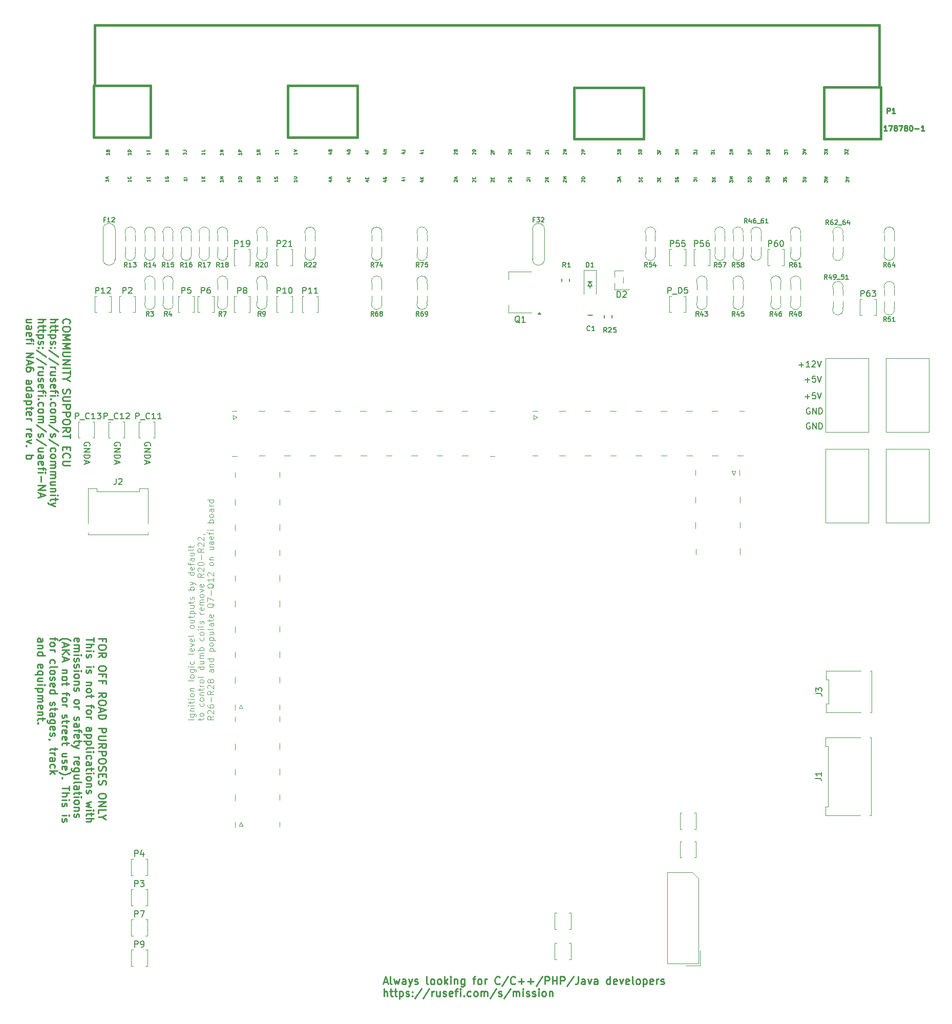
<source format=gto>
G04 #@! TF.GenerationSoftware,KiCad,Pcbnew,8.0.9-8.0.9-0~ubuntu24.04.1*
G04 #@! TF.CreationDate,2025-09-02T15:45:05+00:00*
G04 #@! TF.ProjectId,uaefi-adapter-NA-90-95,75616566-692d-4616-9461-707465722d4e,b*
G04 #@! TF.SameCoordinates,Original*
G04 #@! TF.FileFunction,Legend,Top*
G04 #@! TF.FilePolarity,Positive*
%FSLAX46Y46*%
G04 Gerber Fmt 4.6, Leading zero omitted, Abs format (unit mm)*
G04 Created by KiCad (PCBNEW 8.0.9-8.0.9-0~ubuntu24.04.1) date 2025-09-02 15:45:05*
%MOMM*%
%LPD*%
G01*
G04 APERTURE LIST*
%ADD10C,0.127000*%
%ADD11C,0.150000*%
%ADD12C,0.250000*%
%ADD13C,0.170000*%
%ADD14C,0.222250*%
%ADD15C,0.100000*%
%ADD16C,0.099060*%
%ADD17C,0.120000*%
%ADD18C,0.200000*%
%ADD19C,0.381000*%
G04 APERTURE END LIST*
D10*
X54049739Y142014762D02*
X54388406Y142014762D01*
X53856216Y141893810D02*
X54219073Y141772857D01*
X54219073Y141772857D02*
X54219073Y142087334D01*
X54388406Y142280858D02*
X53880406Y142280858D01*
X53880406Y142280858D02*
X53880406Y142401810D01*
X53880406Y142401810D02*
X53904596Y142474382D01*
X53904596Y142474382D02*
X53952977Y142522763D01*
X53952977Y142522763D02*
X54001358Y142546953D01*
X54001358Y142546953D02*
X54098120Y142571144D01*
X54098120Y142571144D02*
X54170692Y142571144D01*
X54170692Y142571144D02*
X54267454Y142546953D01*
X54267454Y142546953D02*
X54315835Y142522763D01*
X54315835Y142522763D02*
X54364216Y142474382D01*
X54364216Y142474382D02*
X54388406Y142401810D01*
X54388406Y142401810D02*
X54388406Y142280858D01*
X77682787Y137225048D02*
X77658596Y137249239D01*
X77658596Y137249239D02*
X77634406Y137297620D01*
X77634406Y137297620D02*
X77634406Y137418572D01*
X77634406Y137418572D02*
X77658596Y137466953D01*
X77658596Y137466953D02*
X77682787Y137491144D01*
X77682787Y137491144D02*
X77731168Y137515334D01*
X77731168Y137515334D02*
X77779549Y137515334D01*
X77779549Y137515334D02*
X77852120Y137491144D01*
X77852120Y137491144D02*
X78142406Y137200858D01*
X78142406Y137200858D02*
X78142406Y137515334D01*
X77876311Y137733049D02*
X77876311Y137902382D01*
X78142406Y137974954D02*
X78142406Y137733049D01*
X78142406Y137733049D02*
X77634406Y137733049D01*
X77634406Y137733049D02*
X77634406Y137974954D01*
D11*
X130360587Y97332561D02*
X130265349Y97380180D01*
X130265349Y97380180D02*
X130122492Y97380180D01*
X130122492Y97380180D02*
X129979635Y97332561D01*
X129979635Y97332561D02*
X129884397Y97237323D01*
X129884397Y97237323D02*
X129836778Y97142085D01*
X129836778Y97142085D02*
X129789159Y96951609D01*
X129789159Y96951609D02*
X129789159Y96808752D01*
X129789159Y96808752D02*
X129836778Y96618276D01*
X129836778Y96618276D02*
X129884397Y96523038D01*
X129884397Y96523038D02*
X129979635Y96427799D01*
X129979635Y96427799D02*
X130122492Y96380180D01*
X130122492Y96380180D02*
X130217730Y96380180D01*
X130217730Y96380180D02*
X130360587Y96427799D01*
X130360587Y96427799D02*
X130408206Y96475419D01*
X130408206Y96475419D02*
X130408206Y96808752D01*
X130408206Y96808752D02*
X130217730Y96808752D01*
X130836778Y96380180D02*
X130836778Y97380180D01*
X130836778Y97380180D02*
X131408206Y96380180D01*
X131408206Y96380180D02*
X131408206Y97380180D01*
X131884397Y96380180D02*
X131884397Y97380180D01*
X131884397Y97380180D02*
X132122492Y97380180D01*
X132122492Y97380180D02*
X132265349Y97332561D01*
X132265349Y97332561D02*
X132360587Y97237323D01*
X132360587Y97237323D02*
X132408206Y97142085D01*
X132408206Y97142085D02*
X132455825Y96951609D01*
X132455825Y96951609D02*
X132455825Y96808752D01*
X132455825Y96808752D02*
X132408206Y96618276D01*
X132408206Y96618276D02*
X132360587Y96523038D01*
X132360587Y96523038D02*
X132265349Y96427799D01*
X132265349Y96427799D02*
X132122492Y96380180D01*
X132122492Y96380180D02*
X131884397Y96380180D01*
D10*
X105193406Y137200858D02*
X105193406Y137515334D01*
X105193406Y137515334D02*
X105386930Y137346001D01*
X105386930Y137346001D02*
X105386930Y137418572D01*
X105386930Y137418572D02*
X105411120Y137466953D01*
X105411120Y137466953D02*
X105435311Y137491144D01*
X105435311Y137491144D02*
X105483692Y137515334D01*
X105483692Y137515334D02*
X105604644Y137515334D01*
X105604644Y137515334D02*
X105653025Y137491144D01*
X105653025Y137491144D02*
X105677216Y137466953D01*
X105677216Y137466953D02*
X105701406Y137418572D01*
X105701406Y137418572D02*
X105701406Y137273429D01*
X105701406Y137273429D02*
X105677216Y137225048D01*
X105677216Y137225048D02*
X105653025Y137200858D01*
X105435311Y137733049D02*
X105435311Y137902382D01*
X105701406Y137974954D02*
X105701406Y137733049D01*
X105701406Y137733049D02*
X105193406Y137733049D01*
X105193406Y137733049D02*
X105193406Y137974954D01*
X45545406Y137529048D02*
X45545406Y137238762D01*
X45545406Y137383905D02*
X45037406Y137383905D01*
X45037406Y137383905D02*
X45109977Y137335524D01*
X45109977Y137335524D02*
X45158358Y137287143D01*
X45158358Y137287143D02*
X45182549Y137238762D01*
X45037406Y137746763D02*
X45448644Y137746763D01*
X45448644Y137746763D02*
X45497025Y137770953D01*
X45497025Y137770953D02*
X45521216Y137795144D01*
X45521216Y137795144D02*
X45545406Y137843525D01*
X45545406Y137843525D02*
X45545406Y137940287D01*
X45545406Y137940287D02*
X45521216Y137988668D01*
X45521216Y137988668D02*
X45497025Y138012858D01*
X45497025Y138012858D02*
X45448644Y138037049D01*
X45448644Y138037049D02*
X45037406Y138037049D01*
X39449406Y137529048D02*
X39449406Y137238762D01*
X39449406Y137383905D02*
X38941406Y137383905D01*
X38941406Y137383905D02*
X39013977Y137335524D01*
X39013977Y137335524D02*
X39062358Y137287143D01*
X39062358Y137287143D02*
X39086549Y137238762D01*
X39497787Y138085430D02*
X39473596Y138037049D01*
X39473596Y138037049D02*
X39425216Y137988668D01*
X39425216Y137988668D02*
X39352644Y137916096D01*
X39352644Y137916096D02*
X39328454Y137867715D01*
X39328454Y137867715D02*
X39328454Y137819334D01*
X39449406Y137843525D02*
X39425216Y137795144D01*
X39425216Y137795144D02*
X39376835Y137746763D01*
X39376835Y137746763D02*
X39280073Y137722572D01*
X39280073Y137722572D02*
X39110739Y137722572D01*
X39110739Y137722572D02*
X39013977Y137746763D01*
X39013977Y137746763D02*
X38965596Y137795144D01*
X38965596Y137795144D02*
X38941406Y137843525D01*
X38941406Y137843525D02*
X38941406Y137940287D01*
X38941406Y137940287D02*
X38965596Y137988668D01*
X38965596Y137988668D02*
X39013977Y138037049D01*
X39013977Y138037049D02*
X39110739Y138061239D01*
X39110739Y138061239D02*
X39280073Y138061239D01*
X39280073Y138061239D02*
X39376835Y138037049D01*
X39376835Y138037049D02*
X39425216Y137988668D01*
X39425216Y137988668D02*
X39449406Y137940287D01*
X39449406Y137940287D02*
X39449406Y137843525D01*
X80603787Y141760762D02*
X80579596Y141784953D01*
X80579596Y141784953D02*
X80555406Y141833334D01*
X80555406Y141833334D02*
X80555406Y141954286D01*
X80555406Y141954286D02*
X80579596Y142002667D01*
X80579596Y142002667D02*
X80603787Y142026858D01*
X80603787Y142026858D02*
X80652168Y142051048D01*
X80652168Y142051048D02*
X80700549Y142051048D01*
X80700549Y142051048D02*
X80773120Y142026858D01*
X80773120Y142026858D02*
X81063406Y141736572D01*
X81063406Y141736572D02*
X81063406Y142051048D01*
X81063406Y142268763D02*
X80555406Y142268763D01*
X80797311Y142268763D02*
X80797311Y142559049D01*
X81063406Y142559049D02*
X80555406Y142559049D01*
X63066739Y142075238D02*
X63405406Y142075238D01*
X62873216Y141954286D02*
X63236073Y141833333D01*
X63236073Y141833333D02*
X63236073Y142147810D01*
X62897406Y142486477D02*
X63260263Y142486477D01*
X63260263Y142486477D02*
X63332835Y142462286D01*
X63332835Y142462286D02*
X63381216Y142413905D01*
X63381216Y142413905D02*
X63405406Y142341334D01*
X63405406Y142341334D02*
X63405406Y142292953D01*
X39449406Y141986143D02*
X39449406Y141695857D01*
X39449406Y141841000D02*
X38941406Y141841000D01*
X38941406Y141841000D02*
X39013977Y141792619D01*
X39013977Y141792619D02*
X39062358Y141744238D01*
X39062358Y141744238D02*
X39086549Y141695857D01*
X39449406Y142494144D02*
X39207501Y142324810D01*
X39449406Y142203858D02*
X38941406Y142203858D01*
X38941406Y142203858D02*
X38941406Y142397382D01*
X38941406Y142397382D02*
X38965596Y142445763D01*
X38965596Y142445763D02*
X38989787Y142469953D01*
X38989787Y142469953D02*
X39038168Y142494144D01*
X39038168Y142494144D02*
X39110739Y142494144D01*
X39110739Y142494144D02*
X39159120Y142469953D01*
X39159120Y142469953D02*
X39183311Y142445763D01*
X39183311Y142445763D02*
X39207501Y142397382D01*
X39207501Y142397382D02*
X39207501Y142203858D01*
X66114739Y137442762D02*
X66453406Y137442762D01*
X65921216Y137321810D02*
X66284073Y137200857D01*
X66284073Y137200857D02*
X66284073Y137515334D01*
X66453406Y137708858D02*
X65945406Y137708858D01*
X66453406Y137999144D02*
X66163120Y137781429D01*
X65945406Y137999144D02*
X66235692Y137708858D01*
X117131406Y141736572D02*
X117131406Y142051048D01*
X117131406Y142051048D02*
X117324930Y141881715D01*
X117324930Y141881715D02*
X117324930Y141954286D01*
X117324930Y141954286D02*
X117349120Y142002667D01*
X117349120Y142002667D02*
X117373311Y142026858D01*
X117373311Y142026858D02*
X117421692Y142051048D01*
X117421692Y142051048D02*
X117542644Y142051048D01*
X117542644Y142051048D02*
X117591025Y142026858D01*
X117591025Y142026858D02*
X117615216Y142002667D01*
X117615216Y142002667D02*
X117639406Y141954286D01*
X117639406Y141954286D02*
X117639406Y141809143D01*
X117639406Y141809143D02*
X117615216Y141760762D01*
X117615216Y141760762D02*
X117591025Y141736572D01*
X117639406Y142268763D02*
X117131406Y142268763D01*
X117131406Y142268763D02*
X117639406Y142559049D01*
X117639406Y142559049D02*
X117131406Y142559049D01*
X111162406Y137309715D02*
X111162406Y137624191D01*
X111162406Y137624191D02*
X111355930Y137454858D01*
X111355930Y137454858D02*
X111355930Y137527429D01*
X111355930Y137527429D02*
X111380120Y137575810D01*
X111380120Y137575810D02*
X111404311Y137600001D01*
X111404311Y137600001D02*
X111452692Y137624191D01*
X111452692Y137624191D02*
X111573644Y137624191D01*
X111573644Y137624191D02*
X111622025Y137600001D01*
X111622025Y137600001D02*
X111646216Y137575810D01*
X111646216Y137575810D02*
X111670406Y137527429D01*
X111670406Y137527429D02*
X111670406Y137382286D01*
X111670406Y137382286D02*
X111646216Y137333905D01*
X111646216Y137333905D02*
X111622025Y137309715D01*
X111670406Y137841906D02*
X111162406Y137841906D01*
X74634787Y141772857D02*
X74610596Y141797048D01*
X74610596Y141797048D02*
X74586406Y141845429D01*
X74586406Y141845429D02*
X74586406Y141966381D01*
X74586406Y141966381D02*
X74610596Y142014762D01*
X74610596Y142014762D02*
X74634787Y142038953D01*
X74634787Y142038953D02*
X74683168Y142063143D01*
X74683168Y142063143D02*
X74731549Y142063143D01*
X74731549Y142063143D02*
X74804120Y142038953D01*
X74804120Y142038953D02*
X75094406Y141748667D01*
X75094406Y141748667D02*
X75094406Y142063143D01*
X75094406Y142280858D02*
X74586406Y142280858D01*
X74586406Y142280858D02*
X74586406Y142401810D01*
X74586406Y142401810D02*
X74610596Y142474382D01*
X74610596Y142474382D02*
X74658977Y142522763D01*
X74658977Y142522763D02*
X74707358Y142546953D01*
X74707358Y142546953D02*
X74804120Y142571144D01*
X74804120Y142571144D02*
X74876692Y142571144D01*
X74876692Y142571144D02*
X74973454Y142546953D01*
X74973454Y142546953D02*
X75021835Y142522763D01*
X75021835Y142522763D02*
X75070216Y142474382D01*
X75070216Y142474382D02*
X75094406Y142401810D01*
X75094406Y142401810D02*
X75094406Y142280858D01*
X132752406Y137140382D02*
X132752406Y137454858D01*
X132752406Y137454858D02*
X132945930Y137285525D01*
X132945930Y137285525D02*
X132945930Y137358096D01*
X132945930Y137358096D02*
X132970120Y137406477D01*
X132970120Y137406477D02*
X132994311Y137430668D01*
X132994311Y137430668D02*
X133042692Y137454858D01*
X133042692Y137454858D02*
X133163644Y137454858D01*
X133163644Y137454858D02*
X133212025Y137430668D01*
X133212025Y137430668D02*
X133236216Y137406477D01*
X133236216Y137406477D02*
X133260406Y137358096D01*
X133260406Y137358096D02*
X133260406Y137212953D01*
X133260406Y137212953D02*
X133236216Y137164572D01*
X133236216Y137164572D02*
X133212025Y137140382D01*
X132752406Y137624192D02*
X133260406Y137745144D01*
X133260406Y137745144D02*
X132897549Y137841906D01*
X132897549Y137841906D02*
X133260406Y137938668D01*
X133260406Y137938668D02*
X132752406Y138059620D01*
X102018406Y141748667D02*
X102018406Y142063143D01*
X102018406Y142063143D02*
X102211930Y141893810D01*
X102211930Y141893810D02*
X102211930Y141966381D01*
X102211930Y141966381D02*
X102236120Y142014762D01*
X102236120Y142014762D02*
X102260311Y142038953D01*
X102260311Y142038953D02*
X102308692Y142063143D01*
X102308692Y142063143D02*
X102429644Y142063143D01*
X102429644Y142063143D02*
X102478025Y142038953D01*
X102478025Y142038953D02*
X102502216Y142014762D01*
X102502216Y142014762D02*
X102526406Y141966381D01*
X102526406Y141966381D02*
X102526406Y141821238D01*
X102526406Y141821238D02*
X102502216Y141772857D01*
X102502216Y141772857D02*
X102478025Y141748667D01*
X102526406Y142280858D02*
X102018406Y142280858D01*
X102018406Y142280858D02*
X102018406Y142401810D01*
X102018406Y142401810D02*
X102042596Y142474382D01*
X102042596Y142474382D02*
X102090977Y142522763D01*
X102090977Y142522763D02*
X102139358Y142546953D01*
X102139358Y142546953D02*
X102236120Y142571144D01*
X102236120Y142571144D02*
X102308692Y142571144D01*
X102308692Y142571144D02*
X102405454Y142546953D01*
X102405454Y142546953D02*
X102453835Y142522763D01*
X102453835Y142522763D02*
X102502216Y142474382D01*
X102502216Y142474382D02*
X102526406Y142401810D01*
X102526406Y142401810D02*
X102526406Y142280858D01*
D11*
X129586778Y101761133D02*
X130348683Y101761133D01*
X129967730Y101380180D02*
X129967730Y102142085D01*
X131301063Y102380180D02*
X130824873Y102380180D01*
X130824873Y102380180D02*
X130777254Y101903990D01*
X130777254Y101903990D02*
X130824873Y101951609D01*
X130824873Y101951609D02*
X130920111Y101999228D01*
X130920111Y101999228D02*
X131158206Y101999228D01*
X131158206Y101999228D02*
X131253444Y101951609D01*
X131253444Y101951609D02*
X131301063Y101903990D01*
X131301063Y101903990D02*
X131348682Y101808752D01*
X131348682Y101808752D02*
X131348682Y101570657D01*
X131348682Y101570657D02*
X131301063Y101475419D01*
X131301063Y101475419D02*
X131253444Y101427799D01*
X131253444Y101427799D02*
X131158206Y101380180D01*
X131158206Y101380180D02*
X130920111Y101380180D01*
X130920111Y101380180D02*
X130824873Y101427799D01*
X130824873Y101427799D02*
X130777254Y101475419D01*
X131634397Y102380180D02*
X131967730Y101380180D01*
X131967730Y101380180D02*
X132301063Y102380180D01*
D10*
X74634787Y137200857D02*
X74610596Y137225048D01*
X74610596Y137225048D02*
X74586406Y137273429D01*
X74586406Y137273429D02*
X74586406Y137394381D01*
X74586406Y137394381D02*
X74610596Y137442762D01*
X74610596Y137442762D02*
X74634787Y137466953D01*
X74634787Y137466953D02*
X74683168Y137491143D01*
X74683168Y137491143D02*
X74731549Y137491143D01*
X74731549Y137491143D02*
X74804120Y137466953D01*
X74804120Y137466953D02*
X75094406Y137176667D01*
X75094406Y137176667D02*
X75094406Y137491143D01*
X75046025Y137999144D02*
X75070216Y137974953D01*
X75070216Y137974953D02*
X75094406Y137902382D01*
X75094406Y137902382D02*
X75094406Y137854001D01*
X75094406Y137854001D02*
X75070216Y137781429D01*
X75070216Y137781429D02*
X75021835Y137733048D01*
X75021835Y137733048D02*
X74973454Y137708858D01*
X74973454Y137708858D02*
X74876692Y137684667D01*
X74876692Y137684667D02*
X74804120Y137684667D01*
X74804120Y137684667D02*
X74707358Y137708858D01*
X74707358Y137708858D02*
X74658977Y137733048D01*
X74658977Y137733048D02*
X74610596Y137781429D01*
X74610596Y137781429D02*
X74586406Y137854001D01*
X74586406Y137854001D02*
X74586406Y137902382D01*
X74586406Y137902382D02*
X74610596Y137974953D01*
X74610596Y137974953D02*
X74634787Y137999144D01*
X92668787Y137188762D02*
X92644596Y137212953D01*
X92644596Y137212953D02*
X92620406Y137261334D01*
X92620406Y137261334D02*
X92620406Y137382286D01*
X92620406Y137382286D02*
X92644596Y137430667D01*
X92644596Y137430667D02*
X92668787Y137454858D01*
X92668787Y137454858D02*
X92717168Y137479048D01*
X92717168Y137479048D02*
X92765549Y137479048D01*
X92765549Y137479048D02*
X92838120Y137454858D01*
X92838120Y137454858D02*
X93128406Y137164572D01*
X93128406Y137164572D02*
X93128406Y137479048D01*
X92620406Y137793525D02*
X92620406Y137890287D01*
X92620406Y137890287D02*
X92644596Y137938668D01*
X92644596Y137938668D02*
X92692977Y137987049D01*
X92692977Y137987049D02*
X92789739Y138011239D01*
X92789739Y138011239D02*
X92959073Y138011239D01*
X92959073Y138011239D02*
X93055835Y137987049D01*
X93055835Y137987049D02*
X93104216Y137938668D01*
X93104216Y137938668D02*
X93128406Y137890287D01*
X93128406Y137890287D02*
X93128406Y137793525D01*
X93128406Y137793525D02*
X93104216Y137745144D01*
X93104216Y137745144D02*
X93055835Y137696763D01*
X93055835Y137696763D02*
X92959073Y137672572D01*
X92959073Y137672572D02*
X92789739Y137672572D01*
X92789739Y137672572D02*
X92692977Y137696763D01*
X92692977Y137696763D02*
X92644596Y137745144D01*
X92644596Y137745144D02*
X92620406Y137793525D01*
X129196406Y137164572D02*
X129196406Y137479048D01*
X129196406Y137479048D02*
X129389930Y137309715D01*
X129389930Y137309715D02*
X129389930Y137382286D01*
X129389930Y137382286D02*
X129414120Y137430667D01*
X129414120Y137430667D02*
X129438311Y137454858D01*
X129438311Y137454858D02*
X129486692Y137479048D01*
X129486692Y137479048D02*
X129607644Y137479048D01*
X129607644Y137479048D02*
X129656025Y137454858D01*
X129656025Y137454858D02*
X129680216Y137430667D01*
X129680216Y137430667D02*
X129704406Y137382286D01*
X129704406Y137382286D02*
X129704406Y137237143D01*
X129704406Y137237143D02*
X129680216Y137188762D01*
X129680216Y137188762D02*
X129656025Y137164572D01*
X129196406Y137696763D02*
X129607644Y137696763D01*
X129607644Y137696763D02*
X129656025Y137720953D01*
X129656025Y137720953D02*
X129680216Y137745144D01*
X129680216Y137745144D02*
X129704406Y137793525D01*
X129704406Y137793525D02*
X129704406Y137890287D01*
X129704406Y137890287D02*
X129680216Y137938668D01*
X129680216Y137938668D02*
X129656025Y137962858D01*
X129656025Y137962858D02*
X129607644Y137987049D01*
X129607644Y137987049D02*
X129196406Y137987049D01*
X111162406Y141809143D02*
X111162406Y142123619D01*
X111162406Y142123619D02*
X111355930Y141954286D01*
X111355930Y141954286D02*
X111355930Y142026857D01*
X111355930Y142026857D02*
X111380120Y142075238D01*
X111380120Y142075238D02*
X111404311Y142099429D01*
X111404311Y142099429D02*
X111452692Y142123619D01*
X111452692Y142123619D02*
X111573644Y142123619D01*
X111573644Y142123619D02*
X111622025Y142099429D01*
X111622025Y142099429D02*
X111646216Y142075238D01*
X111646216Y142075238D02*
X111670406Y142026857D01*
X111670406Y142026857D02*
X111670406Y141881714D01*
X111670406Y141881714D02*
X111646216Y141833333D01*
X111646216Y141833333D02*
X111622025Y141809143D01*
X111162406Y142486477D02*
X111525263Y142486477D01*
X111525263Y142486477D02*
X111597835Y142462286D01*
X111597835Y142462286D02*
X111646216Y142413905D01*
X111646216Y142413905D02*
X111670406Y142341334D01*
X111670406Y142341334D02*
X111670406Y142292953D01*
D11*
X16332560Y93639411D02*
X16380179Y93734649D01*
X16380179Y93734649D02*
X16380179Y93877506D01*
X16380179Y93877506D02*
X16332560Y94020363D01*
X16332560Y94020363D02*
X16237322Y94115601D01*
X16237322Y94115601D02*
X16142084Y94163220D01*
X16142084Y94163220D02*
X15951608Y94210839D01*
X15951608Y94210839D02*
X15808751Y94210839D01*
X15808751Y94210839D02*
X15618275Y94163220D01*
X15618275Y94163220D02*
X15523037Y94115601D01*
X15523037Y94115601D02*
X15427799Y94020363D01*
X15427799Y94020363D02*
X15380179Y93877506D01*
X15380179Y93877506D02*
X15380179Y93782268D01*
X15380179Y93782268D02*
X15427799Y93639411D01*
X15427799Y93639411D02*
X15475418Y93591792D01*
X15475418Y93591792D02*
X15808751Y93591792D01*
X15808751Y93591792D02*
X15808751Y93782268D01*
X15380179Y93163220D02*
X16380179Y93163220D01*
X16380179Y93163220D02*
X15380179Y92591792D01*
X15380179Y92591792D02*
X16380179Y92591792D01*
X15380179Y92115601D02*
X16380179Y92115601D01*
X16380179Y92115601D02*
X16380179Y91877506D01*
X16380179Y91877506D02*
X16332560Y91734649D01*
X16332560Y91734649D02*
X16237322Y91639411D01*
X16237322Y91639411D02*
X16142084Y91591792D01*
X16142084Y91591792D02*
X15951608Y91544173D01*
X15951608Y91544173D02*
X15808751Y91544173D01*
X15808751Y91544173D02*
X15618275Y91591792D01*
X15618275Y91591792D02*
X15523037Y91639411D01*
X15523037Y91639411D02*
X15427799Y91734649D01*
X15427799Y91734649D02*
X15380179Y91877506D01*
X15380179Y91877506D02*
X15380179Y92115601D01*
X15665894Y91163220D02*
X15665894Y90687030D01*
X15380179Y91258458D02*
X16380179Y90925125D01*
X16380179Y90925125D02*
X15380179Y90591792D01*
D10*
X27384406Y137674191D02*
X27384406Y137383905D01*
X27384406Y137529048D02*
X26876406Y137529048D01*
X26876406Y137529048D02*
X26948977Y137480667D01*
X26948977Y137480667D02*
X26997358Y137432286D01*
X26997358Y137432286D02*
X27021549Y137383905D01*
X27384406Y137891906D02*
X26876406Y137891906D01*
X60018739Y137442762D02*
X60357406Y137442762D01*
X59825216Y137321810D02*
X60188073Y137200857D01*
X60188073Y137200857D02*
X60188073Y137515334D01*
X59873596Y137974953D02*
X59849406Y137926572D01*
X59849406Y137926572D02*
X59849406Y137854001D01*
X59849406Y137854001D02*
X59873596Y137781429D01*
X59873596Y137781429D02*
X59921977Y137733048D01*
X59921977Y137733048D02*
X59970358Y137708858D01*
X59970358Y137708858D02*
X60067120Y137684667D01*
X60067120Y137684667D02*
X60139692Y137684667D01*
X60139692Y137684667D02*
X60236454Y137708858D01*
X60236454Y137708858D02*
X60284835Y137733048D01*
X60284835Y137733048D02*
X60333216Y137781429D01*
X60333216Y137781429D02*
X60357406Y137854001D01*
X60357406Y137854001D02*
X60357406Y137902382D01*
X60357406Y137902382D02*
X60333216Y137974953D01*
X60333216Y137974953D02*
X60309025Y137999144D01*
X60309025Y137999144D02*
X60139692Y137999144D01*
X60139692Y137999144D02*
X60139692Y137902382D01*
X51001739Y137479048D02*
X51340406Y137479048D01*
X50808216Y137358096D02*
X51171073Y137237143D01*
X51171073Y137237143D02*
X51171073Y137551620D01*
X51195263Y137720953D02*
X51195263Y137962858D01*
X51340406Y137672572D02*
X50832406Y137841906D01*
X50832406Y137841906D02*
X51340406Y138011239D01*
X30305406Y142034524D02*
X30305406Y141744238D01*
X30305406Y141889381D02*
X29797406Y141889381D01*
X29797406Y141889381D02*
X29869977Y141841000D01*
X29869977Y141841000D02*
X29918358Y141792619D01*
X29918358Y141792619D02*
X29942549Y141744238D01*
X30305406Y142494144D02*
X30305406Y142252239D01*
X30305406Y142252239D02*
X29797406Y142252239D01*
X89620787Y141760762D02*
X89596596Y141784953D01*
X89596596Y141784953D02*
X89572406Y141833334D01*
X89572406Y141833334D02*
X89572406Y141954286D01*
X89572406Y141954286D02*
X89596596Y142002667D01*
X89596596Y142002667D02*
X89620787Y142026858D01*
X89620787Y142026858D02*
X89669168Y142051048D01*
X89669168Y142051048D02*
X89717549Y142051048D01*
X89717549Y142051048D02*
X89790120Y142026858D01*
X89790120Y142026858D02*
X90080406Y141736572D01*
X90080406Y141736572D02*
X90080406Y142051048D01*
X90080406Y142268763D02*
X89572406Y142268763D01*
X89572406Y142268763D02*
X90080406Y142559049D01*
X90080406Y142559049D02*
X89572406Y142559049D01*
X63066739Y137575810D02*
X63405406Y137575810D01*
X62873216Y137454858D02*
X63236073Y137333905D01*
X63236073Y137333905D02*
X63236073Y137648382D01*
X63405406Y137841906D02*
X62897406Y137841906D01*
X86699787Y137200857D02*
X86675596Y137225048D01*
X86675596Y137225048D02*
X86651406Y137273429D01*
X86651406Y137273429D02*
X86651406Y137394381D01*
X86651406Y137394381D02*
X86675596Y137442762D01*
X86675596Y137442762D02*
X86699787Y137466953D01*
X86699787Y137466953D02*
X86748168Y137491143D01*
X86748168Y137491143D02*
X86796549Y137491143D01*
X86796549Y137491143D02*
X86869120Y137466953D01*
X86869120Y137466953D02*
X87159406Y137176667D01*
X87159406Y137176667D02*
X87159406Y137491143D01*
X87159406Y137708858D02*
X86651406Y137708858D01*
X87159406Y137999144D02*
X86869120Y137781429D01*
X86651406Y137999144D02*
X86941692Y137708858D01*
X114083406Y141797048D02*
X114083406Y142111524D01*
X114083406Y142111524D02*
X114276930Y141942191D01*
X114276930Y141942191D02*
X114276930Y142014762D01*
X114276930Y142014762D02*
X114301120Y142063143D01*
X114301120Y142063143D02*
X114325311Y142087334D01*
X114325311Y142087334D02*
X114373692Y142111524D01*
X114373692Y142111524D02*
X114494644Y142111524D01*
X114494644Y142111524D02*
X114543025Y142087334D01*
X114543025Y142087334D02*
X114567216Y142063143D01*
X114567216Y142063143D02*
X114591406Y142014762D01*
X114591406Y142014762D02*
X114591406Y141869619D01*
X114591406Y141869619D02*
X114567216Y141821238D01*
X114567216Y141821238D02*
X114543025Y141797048D01*
X114591406Y142571144D02*
X114591406Y142329239D01*
X114591406Y142329239D02*
X114083406Y142329239D01*
X18113406Y137541143D02*
X18113406Y137250857D01*
X18113406Y137396000D02*
X17605406Y137396000D01*
X17605406Y137396000D02*
X17677977Y137347619D01*
X17677977Y137347619D02*
X17726358Y137299238D01*
X17726358Y137299238D02*
X17750549Y137250857D01*
X18065025Y138049144D02*
X18089216Y138024953D01*
X18089216Y138024953D02*
X18113406Y137952382D01*
X18113406Y137952382D02*
X18113406Y137904001D01*
X18113406Y137904001D02*
X18089216Y137831429D01*
X18089216Y137831429D02*
X18040835Y137783048D01*
X18040835Y137783048D02*
X17992454Y137758858D01*
X17992454Y137758858D02*
X17895692Y137734667D01*
X17895692Y137734667D02*
X17823120Y137734667D01*
X17823120Y137734667D02*
X17726358Y137758858D01*
X17726358Y137758858D02*
X17677977Y137783048D01*
X17677977Y137783048D02*
X17629596Y137831429D01*
X17629596Y137831429D02*
X17605406Y137904001D01*
X17605406Y137904001D02*
X17605406Y137952382D01*
X17605406Y137952382D02*
X17629596Y138024953D01*
X17629596Y138024953D02*
X17653787Y138049144D01*
X120179406Y137164572D02*
X120179406Y137479048D01*
X120179406Y137479048D02*
X120372930Y137309715D01*
X120372930Y137309715D02*
X120372930Y137382286D01*
X120372930Y137382286D02*
X120397120Y137430667D01*
X120397120Y137430667D02*
X120421311Y137454858D01*
X120421311Y137454858D02*
X120469692Y137479048D01*
X120469692Y137479048D02*
X120590644Y137479048D01*
X120590644Y137479048D02*
X120639025Y137454858D01*
X120639025Y137454858D02*
X120663216Y137430667D01*
X120663216Y137430667D02*
X120687406Y137382286D01*
X120687406Y137382286D02*
X120687406Y137237143D01*
X120687406Y137237143D02*
X120663216Y137188762D01*
X120663216Y137188762D02*
X120639025Y137164572D01*
X120179406Y137793525D02*
X120179406Y137890287D01*
X120179406Y137890287D02*
X120203596Y137938668D01*
X120203596Y137938668D02*
X120251977Y137987049D01*
X120251977Y137987049D02*
X120348739Y138011239D01*
X120348739Y138011239D02*
X120518073Y138011239D01*
X120518073Y138011239D02*
X120614835Y137987049D01*
X120614835Y137987049D02*
X120663216Y137938668D01*
X120663216Y137938668D02*
X120687406Y137890287D01*
X120687406Y137890287D02*
X120687406Y137793525D01*
X120687406Y137793525D02*
X120663216Y137745144D01*
X120663216Y137745144D02*
X120614835Y137696763D01*
X120614835Y137696763D02*
X120518073Y137672572D01*
X120518073Y137672572D02*
X120348739Y137672572D01*
X120348739Y137672572D02*
X120251977Y137696763D01*
X120251977Y137696763D02*
X120203596Y137745144D01*
X120203596Y137745144D02*
X120179406Y137793525D01*
X57097739Y142051048D02*
X57436406Y142051048D01*
X56904216Y141930096D02*
X57267073Y141809143D01*
X57267073Y141809143D02*
X57267073Y142123620D01*
X57170311Y142486477D02*
X57170311Y142317144D01*
X57436406Y142317144D02*
X56928406Y142317144D01*
X56928406Y142317144D02*
X56928406Y142559049D01*
X102145406Y137176667D02*
X102145406Y137491143D01*
X102145406Y137491143D02*
X102338930Y137321810D01*
X102338930Y137321810D02*
X102338930Y137394381D01*
X102338930Y137394381D02*
X102363120Y137442762D01*
X102363120Y137442762D02*
X102387311Y137466953D01*
X102387311Y137466953D02*
X102435692Y137491143D01*
X102435692Y137491143D02*
X102556644Y137491143D01*
X102556644Y137491143D02*
X102605025Y137466953D01*
X102605025Y137466953D02*
X102629216Y137442762D01*
X102629216Y137442762D02*
X102653406Y137394381D01*
X102653406Y137394381D02*
X102653406Y137249238D01*
X102653406Y137249238D02*
X102629216Y137200857D01*
X102629216Y137200857D02*
X102605025Y137176667D01*
X102605025Y137999144D02*
X102629216Y137974953D01*
X102629216Y137974953D02*
X102653406Y137902382D01*
X102653406Y137902382D02*
X102653406Y137854001D01*
X102653406Y137854001D02*
X102629216Y137781429D01*
X102629216Y137781429D02*
X102580835Y137733048D01*
X102580835Y137733048D02*
X102532454Y137708858D01*
X102532454Y137708858D02*
X102435692Y137684667D01*
X102435692Y137684667D02*
X102363120Y137684667D01*
X102363120Y137684667D02*
X102266358Y137708858D01*
X102266358Y137708858D02*
X102217977Y137733048D01*
X102217977Y137733048D02*
X102169596Y137781429D01*
X102169596Y137781429D02*
X102145406Y137854001D01*
X102145406Y137854001D02*
X102145406Y137902382D01*
X102145406Y137902382D02*
X102169596Y137974953D01*
X102169596Y137974953D02*
X102193787Y137999144D01*
X21288406Y137565334D02*
X21288406Y137275048D01*
X21288406Y137420191D02*
X20780406Y137420191D01*
X20780406Y137420191D02*
X20852977Y137371810D01*
X20852977Y137371810D02*
X20901358Y137323429D01*
X20901358Y137323429D02*
X20925549Y137275048D01*
X21022311Y137783049D02*
X21022311Y137952382D01*
X21288406Y138024954D02*
X21288406Y137783049D01*
X21288406Y137783049D02*
X20780406Y137783049D01*
X20780406Y137783049D02*
X20780406Y138024954D01*
X129196406Y141784953D02*
X129196406Y142099429D01*
X129196406Y142099429D02*
X129389930Y141930096D01*
X129389930Y141930096D02*
X129389930Y142002667D01*
X129389930Y142002667D02*
X129414120Y142051048D01*
X129414120Y142051048D02*
X129438311Y142075239D01*
X129438311Y142075239D02*
X129486692Y142099429D01*
X129486692Y142099429D02*
X129607644Y142099429D01*
X129607644Y142099429D02*
X129656025Y142075239D01*
X129656025Y142075239D02*
X129680216Y142051048D01*
X129680216Y142051048D02*
X129704406Y142002667D01*
X129704406Y142002667D02*
X129704406Y141857524D01*
X129704406Y141857524D02*
X129680216Y141809143D01*
X129680216Y141809143D02*
X129656025Y141784953D01*
X129196406Y142244572D02*
X129704406Y142413906D01*
X129704406Y142413906D02*
X129196406Y142583239D01*
X36401406Y141986143D02*
X36401406Y141695857D01*
X36401406Y141841000D02*
X35893406Y141841000D01*
X35893406Y141841000D02*
X35965977Y141792619D01*
X35965977Y141792619D02*
X36014358Y141744238D01*
X36014358Y141744238D02*
X36038549Y141695857D01*
X36401406Y142203858D02*
X35893406Y142203858D01*
X35893406Y142203858D02*
X35893406Y142397382D01*
X35893406Y142397382D02*
X35917596Y142445763D01*
X35917596Y142445763D02*
X35941787Y142469953D01*
X35941787Y142469953D02*
X35990168Y142494144D01*
X35990168Y142494144D02*
X36062739Y142494144D01*
X36062739Y142494144D02*
X36111120Y142469953D01*
X36111120Y142469953D02*
X36135311Y142445763D01*
X36135311Y142445763D02*
X36159501Y142397382D01*
X36159501Y142397382D02*
X36159501Y142203858D01*
X30305406Y137541143D02*
X30305406Y137250857D01*
X30305406Y137396000D02*
X29797406Y137396000D01*
X29797406Y137396000D02*
X29869977Y137347619D01*
X29869977Y137347619D02*
X29918358Y137299238D01*
X29918358Y137299238D02*
X29942549Y137250857D01*
X30305406Y137758858D02*
X29797406Y137758858D01*
X30305406Y138049144D02*
X30015120Y137831429D01*
X29797406Y138049144D02*
X30087692Y137758858D01*
X132752406Y141760762D02*
X132752406Y142075238D01*
X132752406Y142075238D02*
X132945930Y141905905D01*
X132945930Y141905905D02*
X132945930Y141978476D01*
X132945930Y141978476D02*
X132970120Y142026857D01*
X132970120Y142026857D02*
X132994311Y142051048D01*
X132994311Y142051048D02*
X133042692Y142075238D01*
X133042692Y142075238D02*
X133163644Y142075238D01*
X133163644Y142075238D02*
X133212025Y142051048D01*
X133212025Y142051048D02*
X133236216Y142026857D01*
X133236216Y142026857D02*
X133260406Y141978476D01*
X133260406Y141978476D02*
X133260406Y141833333D01*
X133260406Y141833333D02*
X133236216Y141784952D01*
X133236216Y141784952D02*
X133212025Y141760762D01*
X132752406Y142244572D02*
X133260406Y142583239D01*
X132752406Y142583239D02*
X133260406Y142244572D01*
D12*
X13382887Y61371241D02*
X13382887Y61787907D01*
X12728125Y61787907D02*
X13978125Y61787907D01*
X13978125Y61787907D02*
X13978125Y61192669D01*
X13978125Y60478383D02*
X13978125Y60240288D01*
X13978125Y60240288D02*
X13918601Y60121240D01*
X13918601Y60121240D02*
X13799553Y60002193D01*
X13799553Y60002193D02*
X13561458Y59942669D01*
X13561458Y59942669D02*
X13144791Y59942669D01*
X13144791Y59942669D02*
X12906696Y60002193D01*
X12906696Y60002193D02*
X12787649Y60121240D01*
X12787649Y60121240D02*
X12728125Y60240288D01*
X12728125Y60240288D02*
X12728125Y60478383D01*
X12728125Y60478383D02*
X12787649Y60597431D01*
X12787649Y60597431D02*
X12906696Y60716478D01*
X12906696Y60716478D02*
X13144791Y60776002D01*
X13144791Y60776002D02*
X13561458Y60776002D01*
X13561458Y60776002D02*
X13799553Y60716478D01*
X13799553Y60716478D02*
X13918601Y60597431D01*
X13918601Y60597431D02*
X13978125Y60478383D01*
X12728125Y58692669D02*
X13323363Y59109335D01*
X12728125Y59406954D02*
X13978125Y59406954D01*
X13978125Y59406954D02*
X13978125Y58930764D01*
X13978125Y58930764D02*
X13918601Y58811716D01*
X13918601Y58811716D02*
X13859077Y58752193D01*
X13859077Y58752193D02*
X13740029Y58692669D01*
X13740029Y58692669D02*
X13561458Y58692669D01*
X13561458Y58692669D02*
X13442410Y58752193D01*
X13442410Y58752193D02*
X13382887Y58811716D01*
X13382887Y58811716D02*
X13323363Y58930764D01*
X13323363Y58930764D02*
X13323363Y59406954D01*
X13978125Y56966478D02*
X13978125Y56728383D01*
X13978125Y56728383D02*
X13918601Y56609335D01*
X13918601Y56609335D02*
X13799553Y56490288D01*
X13799553Y56490288D02*
X13561458Y56430764D01*
X13561458Y56430764D02*
X13144791Y56430764D01*
X13144791Y56430764D02*
X12906696Y56490288D01*
X12906696Y56490288D02*
X12787649Y56609335D01*
X12787649Y56609335D02*
X12728125Y56728383D01*
X12728125Y56728383D02*
X12728125Y56966478D01*
X12728125Y56966478D02*
X12787649Y57085526D01*
X12787649Y57085526D02*
X12906696Y57204573D01*
X12906696Y57204573D02*
X13144791Y57264097D01*
X13144791Y57264097D02*
X13561458Y57264097D01*
X13561458Y57264097D02*
X13799553Y57204573D01*
X13799553Y57204573D02*
X13918601Y57085526D01*
X13918601Y57085526D02*
X13978125Y56966478D01*
X13382887Y55478383D02*
X13382887Y55895049D01*
X12728125Y55895049D02*
X13978125Y55895049D01*
X13978125Y55895049D02*
X13978125Y55299811D01*
X13382887Y54406954D02*
X13382887Y54823620D01*
X12728125Y54823620D02*
X13978125Y54823620D01*
X13978125Y54823620D02*
X13978125Y54228382D01*
X12728125Y52085525D02*
X13323363Y52502191D01*
X12728125Y52799810D02*
X13978125Y52799810D01*
X13978125Y52799810D02*
X13978125Y52323620D01*
X13978125Y52323620D02*
X13918601Y52204572D01*
X13918601Y52204572D02*
X13859077Y52145049D01*
X13859077Y52145049D02*
X13740029Y52085525D01*
X13740029Y52085525D02*
X13561458Y52085525D01*
X13561458Y52085525D02*
X13442410Y52145049D01*
X13442410Y52145049D02*
X13382887Y52204572D01*
X13382887Y52204572D02*
X13323363Y52323620D01*
X13323363Y52323620D02*
X13323363Y52799810D01*
X13978125Y51311715D02*
X13978125Y51073620D01*
X13978125Y51073620D02*
X13918601Y50954572D01*
X13918601Y50954572D02*
X13799553Y50835525D01*
X13799553Y50835525D02*
X13561458Y50776001D01*
X13561458Y50776001D02*
X13144791Y50776001D01*
X13144791Y50776001D02*
X12906696Y50835525D01*
X12906696Y50835525D02*
X12787649Y50954572D01*
X12787649Y50954572D02*
X12728125Y51073620D01*
X12728125Y51073620D02*
X12728125Y51311715D01*
X12728125Y51311715D02*
X12787649Y51430763D01*
X12787649Y51430763D02*
X12906696Y51549810D01*
X12906696Y51549810D02*
X13144791Y51609334D01*
X13144791Y51609334D02*
X13561458Y51609334D01*
X13561458Y51609334D02*
X13799553Y51549810D01*
X13799553Y51549810D02*
X13918601Y51430763D01*
X13918601Y51430763D02*
X13978125Y51311715D01*
X13085268Y50299810D02*
X13085268Y49704572D01*
X12728125Y50418858D02*
X13978125Y50002191D01*
X13978125Y50002191D02*
X12728125Y49585525D01*
X12728125Y49168857D02*
X13978125Y49168857D01*
X13978125Y49168857D02*
X13978125Y48871238D01*
X13978125Y48871238D02*
X13918601Y48692667D01*
X13918601Y48692667D02*
X13799553Y48573619D01*
X13799553Y48573619D02*
X13680506Y48514096D01*
X13680506Y48514096D02*
X13442410Y48454572D01*
X13442410Y48454572D02*
X13263839Y48454572D01*
X13263839Y48454572D02*
X13025744Y48514096D01*
X13025744Y48514096D02*
X12906696Y48573619D01*
X12906696Y48573619D02*
X12787649Y48692667D01*
X12787649Y48692667D02*
X12728125Y48871238D01*
X12728125Y48871238D02*
X12728125Y49168857D01*
X12728125Y46966476D02*
X13978125Y46966476D01*
X13978125Y46966476D02*
X13978125Y46490286D01*
X13978125Y46490286D02*
X13918601Y46371238D01*
X13918601Y46371238D02*
X13859077Y46311715D01*
X13859077Y46311715D02*
X13740029Y46252191D01*
X13740029Y46252191D02*
X13561458Y46252191D01*
X13561458Y46252191D02*
X13442410Y46311715D01*
X13442410Y46311715D02*
X13382887Y46371238D01*
X13382887Y46371238D02*
X13323363Y46490286D01*
X13323363Y46490286D02*
X13323363Y46966476D01*
X13978125Y45716476D02*
X12966220Y45716476D01*
X12966220Y45716476D02*
X12847172Y45656953D01*
X12847172Y45656953D02*
X12787649Y45597429D01*
X12787649Y45597429D02*
X12728125Y45478381D01*
X12728125Y45478381D02*
X12728125Y45240286D01*
X12728125Y45240286D02*
X12787649Y45121238D01*
X12787649Y45121238D02*
X12847172Y45061715D01*
X12847172Y45061715D02*
X12966220Y45002191D01*
X12966220Y45002191D02*
X13978125Y45002191D01*
X12728125Y43692667D02*
X13323363Y44109333D01*
X12728125Y44406952D02*
X13978125Y44406952D01*
X13978125Y44406952D02*
X13978125Y43930762D01*
X13978125Y43930762D02*
X13918601Y43811714D01*
X13918601Y43811714D02*
X13859077Y43752191D01*
X13859077Y43752191D02*
X13740029Y43692667D01*
X13740029Y43692667D02*
X13561458Y43692667D01*
X13561458Y43692667D02*
X13442410Y43752191D01*
X13442410Y43752191D02*
X13382887Y43811714D01*
X13382887Y43811714D02*
X13323363Y43930762D01*
X13323363Y43930762D02*
X13323363Y44406952D01*
X12728125Y43156952D02*
X13978125Y43156952D01*
X13978125Y43156952D02*
X13978125Y42680762D01*
X13978125Y42680762D02*
X13918601Y42561714D01*
X13918601Y42561714D02*
X13859077Y42502191D01*
X13859077Y42502191D02*
X13740029Y42442667D01*
X13740029Y42442667D02*
X13561458Y42442667D01*
X13561458Y42442667D02*
X13442410Y42502191D01*
X13442410Y42502191D02*
X13382887Y42561714D01*
X13382887Y42561714D02*
X13323363Y42680762D01*
X13323363Y42680762D02*
X13323363Y43156952D01*
X13978125Y41668857D02*
X13978125Y41430762D01*
X13978125Y41430762D02*
X13918601Y41311714D01*
X13918601Y41311714D02*
X13799553Y41192667D01*
X13799553Y41192667D02*
X13561458Y41133143D01*
X13561458Y41133143D02*
X13144791Y41133143D01*
X13144791Y41133143D02*
X12906696Y41192667D01*
X12906696Y41192667D02*
X12787649Y41311714D01*
X12787649Y41311714D02*
X12728125Y41430762D01*
X12728125Y41430762D02*
X12728125Y41668857D01*
X12728125Y41668857D02*
X12787649Y41787905D01*
X12787649Y41787905D02*
X12906696Y41906952D01*
X12906696Y41906952D02*
X13144791Y41966476D01*
X13144791Y41966476D02*
X13561458Y41966476D01*
X13561458Y41966476D02*
X13799553Y41906952D01*
X13799553Y41906952D02*
X13918601Y41787905D01*
X13918601Y41787905D02*
X13978125Y41668857D01*
X12787649Y40656952D02*
X12728125Y40478381D01*
X12728125Y40478381D02*
X12728125Y40180762D01*
X12728125Y40180762D02*
X12787649Y40061714D01*
X12787649Y40061714D02*
X12847172Y40002190D01*
X12847172Y40002190D02*
X12966220Y39942667D01*
X12966220Y39942667D02*
X13085268Y39942667D01*
X13085268Y39942667D02*
X13204315Y40002190D01*
X13204315Y40002190D02*
X13263839Y40061714D01*
X13263839Y40061714D02*
X13323363Y40180762D01*
X13323363Y40180762D02*
X13382887Y40418857D01*
X13382887Y40418857D02*
X13442410Y40537905D01*
X13442410Y40537905D02*
X13501934Y40597428D01*
X13501934Y40597428D02*
X13620982Y40656952D01*
X13620982Y40656952D02*
X13740029Y40656952D01*
X13740029Y40656952D02*
X13859077Y40597428D01*
X13859077Y40597428D02*
X13918601Y40537905D01*
X13918601Y40537905D02*
X13978125Y40418857D01*
X13978125Y40418857D02*
X13978125Y40121238D01*
X13978125Y40121238D02*
X13918601Y39942667D01*
X13382887Y39406952D02*
X13382887Y38990286D01*
X12728125Y38811714D02*
X12728125Y39406952D01*
X12728125Y39406952D02*
X13978125Y39406952D01*
X13978125Y39406952D02*
X13978125Y38811714D01*
X12787649Y38335524D02*
X12728125Y38156953D01*
X12728125Y38156953D02*
X12728125Y37859334D01*
X12728125Y37859334D02*
X12787649Y37740286D01*
X12787649Y37740286D02*
X12847172Y37680762D01*
X12847172Y37680762D02*
X12966220Y37621239D01*
X12966220Y37621239D02*
X13085268Y37621239D01*
X13085268Y37621239D02*
X13204315Y37680762D01*
X13204315Y37680762D02*
X13263839Y37740286D01*
X13263839Y37740286D02*
X13323363Y37859334D01*
X13323363Y37859334D02*
X13382887Y38097429D01*
X13382887Y38097429D02*
X13442410Y38216477D01*
X13442410Y38216477D02*
X13501934Y38276000D01*
X13501934Y38276000D02*
X13620982Y38335524D01*
X13620982Y38335524D02*
X13740029Y38335524D01*
X13740029Y38335524D02*
X13859077Y38276000D01*
X13859077Y38276000D02*
X13918601Y38216477D01*
X13918601Y38216477D02*
X13978125Y38097429D01*
X13978125Y38097429D02*
X13978125Y37799810D01*
X13978125Y37799810D02*
X13918601Y37621239D01*
X13978125Y35895048D02*
X13978125Y35656953D01*
X13978125Y35656953D02*
X13918601Y35537905D01*
X13918601Y35537905D02*
X13799553Y35418858D01*
X13799553Y35418858D02*
X13561458Y35359334D01*
X13561458Y35359334D02*
X13144791Y35359334D01*
X13144791Y35359334D02*
X12906696Y35418858D01*
X12906696Y35418858D02*
X12787649Y35537905D01*
X12787649Y35537905D02*
X12728125Y35656953D01*
X12728125Y35656953D02*
X12728125Y35895048D01*
X12728125Y35895048D02*
X12787649Y36014096D01*
X12787649Y36014096D02*
X12906696Y36133143D01*
X12906696Y36133143D02*
X13144791Y36192667D01*
X13144791Y36192667D02*
X13561458Y36192667D01*
X13561458Y36192667D02*
X13799553Y36133143D01*
X13799553Y36133143D02*
X13918601Y36014096D01*
X13918601Y36014096D02*
X13978125Y35895048D01*
X12728125Y34823619D02*
X13978125Y34823619D01*
X13978125Y34823619D02*
X12728125Y34109334D01*
X12728125Y34109334D02*
X13978125Y34109334D01*
X12728125Y32918857D02*
X12728125Y33514095D01*
X12728125Y33514095D02*
X13978125Y33514095D01*
X13323363Y32264095D02*
X12728125Y32264095D01*
X13978125Y32680762D02*
X13323363Y32264095D01*
X13323363Y32264095D02*
X13978125Y31847429D01*
X11965695Y61966479D02*
X11965695Y61252193D01*
X10715695Y61609336D02*
X11965695Y61609336D01*
X10715695Y60835526D02*
X11965695Y60835526D01*
X10715695Y60299812D02*
X11370457Y60299812D01*
X11370457Y60299812D02*
X11489504Y60359336D01*
X11489504Y60359336D02*
X11549028Y60478384D01*
X11549028Y60478384D02*
X11549028Y60656955D01*
X11549028Y60656955D02*
X11489504Y60776003D01*
X11489504Y60776003D02*
X11429980Y60835526D01*
X10715695Y59704574D02*
X11549028Y59704574D01*
X11965695Y59704574D02*
X11906171Y59764098D01*
X11906171Y59764098D02*
X11846647Y59704574D01*
X11846647Y59704574D02*
X11906171Y59645051D01*
X11906171Y59645051D02*
X11965695Y59704574D01*
X11965695Y59704574D02*
X11846647Y59704574D01*
X10775219Y59168860D02*
X10715695Y59049813D01*
X10715695Y59049813D02*
X10715695Y58811717D01*
X10715695Y58811717D02*
X10775219Y58692670D01*
X10775219Y58692670D02*
X10894266Y58633146D01*
X10894266Y58633146D02*
X10953790Y58633146D01*
X10953790Y58633146D02*
X11072838Y58692670D01*
X11072838Y58692670D02*
X11132361Y58811717D01*
X11132361Y58811717D02*
X11132361Y58990289D01*
X11132361Y58990289D02*
X11191885Y59109336D01*
X11191885Y59109336D02*
X11310933Y59168860D01*
X11310933Y59168860D02*
X11370457Y59168860D01*
X11370457Y59168860D02*
X11489504Y59109336D01*
X11489504Y59109336D02*
X11549028Y58990289D01*
X11549028Y58990289D02*
X11549028Y58811717D01*
X11549028Y58811717D02*
X11489504Y58692670D01*
X10715695Y57145050D02*
X11549028Y57145050D01*
X11965695Y57145050D02*
X11906171Y57204574D01*
X11906171Y57204574D02*
X11846647Y57145050D01*
X11846647Y57145050D02*
X11906171Y57085527D01*
X11906171Y57085527D02*
X11965695Y57145050D01*
X11965695Y57145050D02*
X11846647Y57145050D01*
X10775219Y56609336D02*
X10715695Y56490289D01*
X10715695Y56490289D02*
X10715695Y56252193D01*
X10715695Y56252193D02*
X10775219Y56133146D01*
X10775219Y56133146D02*
X10894266Y56073622D01*
X10894266Y56073622D02*
X10953790Y56073622D01*
X10953790Y56073622D02*
X11072838Y56133146D01*
X11072838Y56133146D02*
X11132361Y56252193D01*
X11132361Y56252193D02*
X11132361Y56430765D01*
X11132361Y56430765D02*
X11191885Y56549812D01*
X11191885Y56549812D02*
X11310933Y56609336D01*
X11310933Y56609336D02*
X11370457Y56609336D01*
X11370457Y56609336D02*
X11489504Y56549812D01*
X11489504Y56549812D02*
X11549028Y56430765D01*
X11549028Y56430765D02*
X11549028Y56252193D01*
X11549028Y56252193D02*
X11489504Y56133146D01*
X11549028Y54585526D02*
X10715695Y54585526D01*
X11429980Y54585526D02*
X11489504Y54526003D01*
X11489504Y54526003D02*
X11549028Y54406955D01*
X11549028Y54406955D02*
X11549028Y54228384D01*
X11549028Y54228384D02*
X11489504Y54109336D01*
X11489504Y54109336D02*
X11370457Y54049812D01*
X11370457Y54049812D02*
X10715695Y54049812D01*
X10715695Y53276003D02*
X10775219Y53395051D01*
X10775219Y53395051D02*
X10834742Y53454574D01*
X10834742Y53454574D02*
X10953790Y53514098D01*
X10953790Y53514098D02*
X11310933Y53514098D01*
X11310933Y53514098D02*
X11429980Y53454574D01*
X11429980Y53454574D02*
X11489504Y53395051D01*
X11489504Y53395051D02*
X11549028Y53276003D01*
X11549028Y53276003D02*
X11549028Y53097432D01*
X11549028Y53097432D02*
X11489504Y52978384D01*
X11489504Y52978384D02*
X11429980Y52918860D01*
X11429980Y52918860D02*
X11310933Y52859336D01*
X11310933Y52859336D02*
X10953790Y52859336D01*
X10953790Y52859336D02*
X10834742Y52918860D01*
X10834742Y52918860D02*
X10775219Y52978384D01*
X10775219Y52978384D02*
X10715695Y53097432D01*
X10715695Y53097432D02*
X10715695Y53276003D01*
X11549028Y52502194D02*
X11549028Y52026003D01*
X11965695Y52323622D02*
X10894266Y52323622D01*
X10894266Y52323622D02*
X10775219Y52264099D01*
X10775219Y52264099D02*
X10715695Y52145051D01*
X10715695Y52145051D02*
X10715695Y52026003D01*
X11549028Y50835527D02*
X11549028Y50359336D01*
X10715695Y50656955D02*
X11787123Y50656955D01*
X11787123Y50656955D02*
X11906171Y50597432D01*
X11906171Y50597432D02*
X11965695Y50478384D01*
X11965695Y50478384D02*
X11965695Y50359336D01*
X10715695Y49764098D02*
X10775219Y49883146D01*
X10775219Y49883146D02*
X10834742Y49942669D01*
X10834742Y49942669D02*
X10953790Y50002193D01*
X10953790Y50002193D02*
X11310933Y50002193D01*
X11310933Y50002193D02*
X11429980Y49942669D01*
X11429980Y49942669D02*
X11489504Y49883146D01*
X11489504Y49883146D02*
X11549028Y49764098D01*
X11549028Y49764098D02*
X11549028Y49585527D01*
X11549028Y49585527D02*
X11489504Y49466479D01*
X11489504Y49466479D02*
X11429980Y49406955D01*
X11429980Y49406955D02*
X11310933Y49347431D01*
X11310933Y49347431D02*
X10953790Y49347431D01*
X10953790Y49347431D02*
X10834742Y49406955D01*
X10834742Y49406955D02*
X10775219Y49466479D01*
X10775219Y49466479D02*
X10715695Y49585527D01*
X10715695Y49585527D02*
X10715695Y49764098D01*
X10715695Y48811717D02*
X11549028Y48811717D01*
X11310933Y48811717D02*
X11429980Y48752194D01*
X11429980Y48752194D02*
X11489504Y48692670D01*
X11489504Y48692670D02*
X11549028Y48573622D01*
X11549028Y48573622D02*
X11549028Y48454575D01*
X10715695Y46549812D02*
X11370457Y46549812D01*
X11370457Y46549812D02*
X11489504Y46609336D01*
X11489504Y46609336D02*
X11549028Y46728384D01*
X11549028Y46728384D02*
X11549028Y46966479D01*
X11549028Y46966479D02*
X11489504Y47085526D01*
X10775219Y46549812D02*
X10715695Y46668860D01*
X10715695Y46668860D02*
X10715695Y46966479D01*
X10715695Y46966479D02*
X10775219Y47085526D01*
X10775219Y47085526D02*
X10894266Y47145050D01*
X10894266Y47145050D02*
X11013314Y47145050D01*
X11013314Y47145050D02*
X11132361Y47085526D01*
X11132361Y47085526D02*
X11191885Y46966479D01*
X11191885Y46966479D02*
X11191885Y46668860D01*
X11191885Y46668860D02*
X11251409Y46549812D01*
X11549028Y45954574D02*
X10299028Y45954574D01*
X11489504Y45954574D02*
X11549028Y45835527D01*
X11549028Y45835527D02*
X11549028Y45597432D01*
X11549028Y45597432D02*
X11489504Y45478384D01*
X11489504Y45478384D02*
X11429980Y45418860D01*
X11429980Y45418860D02*
X11310933Y45359336D01*
X11310933Y45359336D02*
X10953790Y45359336D01*
X10953790Y45359336D02*
X10834742Y45418860D01*
X10834742Y45418860D02*
X10775219Y45478384D01*
X10775219Y45478384D02*
X10715695Y45597432D01*
X10715695Y45597432D02*
X10715695Y45835527D01*
X10715695Y45835527D02*
X10775219Y45954574D01*
X11549028Y44823622D02*
X10299028Y44823622D01*
X11489504Y44823622D02*
X11549028Y44704575D01*
X11549028Y44704575D02*
X11549028Y44466480D01*
X11549028Y44466480D02*
X11489504Y44347432D01*
X11489504Y44347432D02*
X11429980Y44287908D01*
X11429980Y44287908D02*
X11310933Y44228384D01*
X11310933Y44228384D02*
X10953790Y44228384D01*
X10953790Y44228384D02*
X10834742Y44287908D01*
X10834742Y44287908D02*
X10775219Y44347432D01*
X10775219Y44347432D02*
X10715695Y44466480D01*
X10715695Y44466480D02*
X10715695Y44704575D01*
X10715695Y44704575D02*
X10775219Y44823622D01*
X10715695Y43514099D02*
X10775219Y43633147D01*
X10775219Y43633147D02*
X10894266Y43692670D01*
X10894266Y43692670D02*
X11965695Y43692670D01*
X10715695Y43037908D02*
X11549028Y43037908D01*
X11965695Y43037908D02*
X11906171Y43097432D01*
X11906171Y43097432D02*
X11846647Y43037908D01*
X11846647Y43037908D02*
X11906171Y42978385D01*
X11906171Y42978385D02*
X11965695Y43037908D01*
X11965695Y43037908D02*
X11846647Y43037908D01*
X10775219Y41906956D02*
X10715695Y42026004D01*
X10715695Y42026004D02*
X10715695Y42264099D01*
X10715695Y42264099D02*
X10775219Y42383147D01*
X10775219Y42383147D02*
X10834742Y42442670D01*
X10834742Y42442670D02*
X10953790Y42502194D01*
X10953790Y42502194D02*
X11310933Y42502194D01*
X11310933Y42502194D02*
X11429980Y42442670D01*
X11429980Y42442670D02*
X11489504Y42383147D01*
X11489504Y42383147D02*
X11549028Y42264099D01*
X11549028Y42264099D02*
X11549028Y42026004D01*
X11549028Y42026004D02*
X11489504Y41906956D01*
X10715695Y40835527D02*
X11370457Y40835527D01*
X11370457Y40835527D02*
X11489504Y40895051D01*
X11489504Y40895051D02*
X11549028Y41014099D01*
X11549028Y41014099D02*
X11549028Y41252194D01*
X11549028Y41252194D02*
X11489504Y41371241D01*
X10775219Y40835527D02*
X10715695Y40954575D01*
X10715695Y40954575D02*
X10715695Y41252194D01*
X10715695Y41252194D02*
X10775219Y41371241D01*
X10775219Y41371241D02*
X10894266Y41430765D01*
X10894266Y41430765D02*
X11013314Y41430765D01*
X11013314Y41430765D02*
X11132361Y41371241D01*
X11132361Y41371241D02*
X11191885Y41252194D01*
X11191885Y41252194D02*
X11191885Y40954575D01*
X11191885Y40954575D02*
X11251409Y40835527D01*
X11549028Y40418861D02*
X11549028Y39942670D01*
X11965695Y40240289D02*
X10894266Y40240289D01*
X10894266Y40240289D02*
X10775219Y40180766D01*
X10775219Y40180766D02*
X10715695Y40061718D01*
X10715695Y40061718D02*
X10715695Y39942670D01*
X10715695Y39526003D02*
X11549028Y39526003D01*
X11965695Y39526003D02*
X11906171Y39585527D01*
X11906171Y39585527D02*
X11846647Y39526003D01*
X11846647Y39526003D02*
X11906171Y39466480D01*
X11906171Y39466480D02*
X11965695Y39526003D01*
X11965695Y39526003D02*
X11846647Y39526003D01*
X10715695Y38752194D02*
X10775219Y38871242D01*
X10775219Y38871242D02*
X10834742Y38930765D01*
X10834742Y38930765D02*
X10953790Y38990289D01*
X10953790Y38990289D02*
X11310933Y38990289D01*
X11310933Y38990289D02*
X11429980Y38930765D01*
X11429980Y38930765D02*
X11489504Y38871242D01*
X11489504Y38871242D02*
X11549028Y38752194D01*
X11549028Y38752194D02*
X11549028Y38573623D01*
X11549028Y38573623D02*
X11489504Y38454575D01*
X11489504Y38454575D02*
X11429980Y38395051D01*
X11429980Y38395051D02*
X11310933Y38335527D01*
X11310933Y38335527D02*
X10953790Y38335527D01*
X10953790Y38335527D02*
X10834742Y38395051D01*
X10834742Y38395051D02*
X10775219Y38454575D01*
X10775219Y38454575D02*
X10715695Y38573623D01*
X10715695Y38573623D02*
X10715695Y38752194D01*
X11549028Y37799813D02*
X10715695Y37799813D01*
X11429980Y37799813D02*
X11489504Y37740290D01*
X11489504Y37740290D02*
X11549028Y37621242D01*
X11549028Y37621242D02*
X11549028Y37442671D01*
X11549028Y37442671D02*
X11489504Y37323623D01*
X11489504Y37323623D02*
X11370457Y37264099D01*
X11370457Y37264099D02*
X10715695Y37264099D01*
X10775219Y36728385D02*
X10715695Y36609338D01*
X10715695Y36609338D02*
X10715695Y36371242D01*
X10715695Y36371242D02*
X10775219Y36252195D01*
X10775219Y36252195D02*
X10894266Y36192671D01*
X10894266Y36192671D02*
X10953790Y36192671D01*
X10953790Y36192671D02*
X11072838Y36252195D01*
X11072838Y36252195D02*
X11132361Y36371242D01*
X11132361Y36371242D02*
X11132361Y36549814D01*
X11132361Y36549814D02*
X11191885Y36668861D01*
X11191885Y36668861D02*
X11310933Y36728385D01*
X11310933Y36728385D02*
X11370457Y36728385D01*
X11370457Y36728385D02*
X11489504Y36668861D01*
X11489504Y36668861D02*
X11549028Y36549814D01*
X11549028Y36549814D02*
X11549028Y36371242D01*
X11549028Y36371242D02*
X11489504Y36252195D01*
X11549028Y34823623D02*
X10715695Y34585528D01*
X10715695Y34585528D02*
X11310933Y34347433D01*
X11310933Y34347433D02*
X10715695Y34109337D01*
X10715695Y34109337D02*
X11549028Y33871242D01*
X10715695Y33395051D02*
X11549028Y33395051D01*
X11965695Y33395051D02*
X11906171Y33454575D01*
X11906171Y33454575D02*
X11846647Y33395051D01*
X11846647Y33395051D02*
X11906171Y33335528D01*
X11906171Y33335528D02*
X11965695Y33395051D01*
X11965695Y33395051D02*
X11846647Y33395051D01*
X11549028Y32978385D02*
X11549028Y32502194D01*
X11965695Y32799813D02*
X10894266Y32799813D01*
X10894266Y32799813D02*
X10775219Y32740290D01*
X10775219Y32740290D02*
X10715695Y32621242D01*
X10715695Y32621242D02*
X10715695Y32502194D01*
X10715695Y32085527D02*
X11965695Y32085527D01*
X10715695Y31549813D02*
X11370457Y31549813D01*
X11370457Y31549813D02*
X11489504Y31609337D01*
X11489504Y31609337D02*
X11549028Y31728385D01*
X11549028Y31728385D02*
X11549028Y31906956D01*
X11549028Y31906956D02*
X11489504Y32026004D01*
X11489504Y32026004D02*
X11429980Y32085527D01*
X8762789Y61311717D02*
X8703265Y61430765D01*
X8703265Y61430765D02*
X8703265Y61668860D01*
X8703265Y61668860D02*
X8762789Y61787907D01*
X8762789Y61787907D02*
X8881836Y61847431D01*
X8881836Y61847431D02*
X9358027Y61847431D01*
X9358027Y61847431D02*
X9477074Y61787907D01*
X9477074Y61787907D02*
X9536598Y61668860D01*
X9536598Y61668860D02*
X9536598Y61430765D01*
X9536598Y61430765D02*
X9477074Y61311717D01*
X9477074Y61311717D02*
X9358027Y61252193D01*
X9358027Y61252193D02*
X9238979Y61252193D01*
X9238979Y61252193D02*
X9119931Y61847431D01*
X8703265Y60716478D02*
X9536598Y60716478D01*
X9417550Y60716478D02*
X9477074Y60656955D01*
X9477074Y60656955D02*
X9536598Y60537907D01*
X9536598Y60537907D02*
X9536598Y60359336D01*
X9536598Y60359336D02*
X9477074Y60240288D01*
X9477074Y60240288D02*
X9358027Y60180764D01*
X9358027Y60180764D02*
X8703265Y60180764D01*
X9358027Y60180764D02*
X9477074Y60121240D01*
X9477074Y60121240D02*
X9536598Y60002193D01*
X9536598Y60002193D02*
X9536598Y59823621D01*
X9536598Y59823621D02*
X9477074Y59704574D01*
X9477074Y59704574D02*
X9358027Y59645050D01*
X9358027Y59645050D02*
X8703265Y59645050D01*
X8703265Y59049811D02*
X9536598Y59049811D01*
X9953265Y59049811D02*
X9893741Y59109335D01*
X9893741Y59109335D02*
X9834217Y59049811D01*
X9834217Y59049811D02*
X9893741Y58990288D01*
X9893741Y58990288D02*
X9953265Y59049811D01*
X9953265Y59049811D02*
X9834217Y59049811D01*
X8762789Y58514097D02*
X8703265Y58395050D01*
X8703265Y58395050D02*
X8703265Y58156954D01*
X8703265Y58156954D02*
X8762789Y58037907D01*
X8762789Y58037907D02*
X8881836Y57978383D01*
X8881836Y57978383D02*
X8941360Y57978383D01*
X8941360Y57978383D02*
X9060408Y58037907D01*
X9060408Y58037907D02*
X9119931Y58156954D01*
X9119931Y58156954D02*
X9119931Y58335526D01*
X9119931Y58335526D02*
X9179455Y58454573D01*
X9179455Y58454573D02*
X9298503Y58514097D01*
X9298503Y58514097D02*
X9358027Y58514097D01*
X9358027Y58514097D02*
X9477074Y58454573D01*
X9477074Y58454573D02*
X9536598Y58335526D01*
X9536598Y58335526D02*
X9536598Y58156954D01*
X9536598Y58156954D02*
X9477074Y58037907D01*
X8762789Y57502192D02*
X8703265Y57383145D01*
X8703265Y57383145D02*
X8703265Y57145049D01*
X8703265Y57145049D02*
X8762789Y57026002D01*
X8762789Y57026002D02*
X8881836Y56966478D01*
X8881836Y56966478D02*
X8941360Y56966478D01*
X8941360Y56966478D02*
X9060408Y57026002D01*
X9060408Y57026002D02*
X9119931Y57145049D01*
X9119931Y57145049D02*
X9119931Y57323621D01*
X9119931Y57323621D02*
X9179455Y57442668D01*
X9179455Y57442668D02*
X9298503Y57502192D01*
X9298503Y57502192D02*
X9358027Y57502192D01*
X9358027Y57502192D02*
X9477074Y57442668D01*
X9477074Y57442668D02*
X9536598Y57323621D01*
X9536598Y57323621D02*
X9536598Y57145049D01*
X9536598Y57145049D02*
X9477074Y57026002D01*
X8703265Y56430763D02*
X9536598Y56430763D01*
X9953265Y56430763D02*
X9893741Y56490287D01*
X9893741Y56490287D02*
X9834217Y56430763D01*
X9834217Y56430763D02*
X9893741Y56371240D01*
X9893741Y56371240D02*
X9953265Y56430763D01*
X9953265Y56430763D02*
X9834217Y56430763D01*
X8703265Y55656954D02*
X8762789Y55776002D01*
X8762789Y55776002D02*
X8822312Y55835525D01*
X8822312Y55835525D02*
X8941360Y55895049D01*
X8941360Y55895049D02*
X9298503Y55895049D01*
X9298503Y55895049D02*
X9417550Y55835525D01*
X9417550Y55835525D02*
X9477074Y55776002D01*
X9477074Y55776002D02*
X9536598Y55656954D01*
X9536598Y55656954D02*
X9536598Y55478383D01*
X9536598Y55478383D02*
X9477074Y55359335D01*
X9477074Y55359335D02*
X9417550Y55299811D01*
X9417550Y55299811D02*
X9298503Y55240287D01*
X9298503Y55240287D02*
X8941360Y55240287D01*
X8941360Y55240287D02*
X8822312Y55299811D01*
X8822312Y55299811D02*
X8762789Y55359335D01*
X8762789Y55359335D02*
X8703265Y55478383D01*
X8703265Y55478383D02*
X8703265Y55656954D01*
X9536598Y54704573D02*
X8703265Y54704573D01*
X9417550Y54704573D02*
X9477074Y54645050D01*
X9477074Y54645050D02*
X9536598Y54526002D01*
X9536598Y54526002D02*
X9536598Y54347431D01*
X9536598Y54347431D02*
X9477074Y54228383D01*
X9477074Y54228383D02*
X9358027Y54168859D01*
X9358027Y54168859D02*
X8703265Y54168859D01*
X8762789Y53633145D02*
X8703265Y53514098D01*
X8703265Y53514098D02*
X8703265Y53276002D01*
X8703265Y53276002D02*
X8762789Y53156955D01*
X8762789Y53156955D02*
X8881836Y53097431D01*
X8881836Y53097431D02*
X8941360Y53097431D01*
X8941360Y53097431D02*
X9060408Y53156955D01*
X9060408Y53156955D02*
X9119931Y53276002D01*
X9119931Y53276002D02*
X9119931Y53454574D01*
X9119931Y53454574D02*
X9179455Y53573621D01*
X9179455Y53573621D02*
X9298503Y53633145D01*
X9298503Y53633145D02*
X9358027Y53633145D01*
X9358027Y53633145D02*
X9477074Y53573621D01*
X9477074Y53573621D02*
X9536598Y53454574D01*
X9536598Y53454574D02*
X9536598Y53276002D01*
X9536598Y53276002D02*
X9477074Y53156955D01*
X8703265Y51430764D02*
X8762789Y51549812D01*
X8762789Y51549812D02*
X8822312Y51609335D01*
X8822312Y51609335D02*
X8941360Y51668859D01*
X8941360Y51668859D02*
X9298503Y51668859D01*
X9298503Y51668859D02*
X9417550Y51609335D01*
X9417550Y51609335D02*
X9477074Y51549812D01*
X9477074Y51549812D02*
X9536598Y51430764D01*
X9536598Y51430764D02*
X9536598Y51252193D01*
X9536598Y51252193D02*
X9477074Y51133145D01*
X9477074Y51133145D02*
X9417550Y51073621D01*
X9417550Y51073621D02*
X9298503Y51014097D01*
X9298503Y51014097D02*
X8941360Y51014097D01*
X8941360Y51014097D02*
X8822312Y51073621D01*
X8822312Y51073621D02*
X8762789Y51133145D01*
X8762789Y51133145D02*
X8703265Y51252193D01*
X8703265Y51252193D02*
X8703265Y51430764D01*
X8703265Y50478383D02*
X9536598Y50478383D01*
X9298503Y50478383D02*
X9417550Y50418860D01*
X9417550Y50418860D02*
X9477074Y50359336D01*
X9477074Y50359336D02*
X9536598Y50240288D01*
X9536598Y50240288D02*
X9536598Y50121241D01*
X8762789Y48811716D02*
X8703265Y48692669D01*
X8703265Y48692669D02*
X8703265Y48454573D01*
X8703265Y48454573D02*
X8762789Y48335526D01*
X8762789Y48335526D02*
X8881836Y48276002D01*
X8881836Y48276002D02*
X8941360Y48276002D01*
X8941360Y48276002D02*
X9060408Y48335526D01*
X9060408Y48335526D02*
X9119931Y48454573D01*
X9119931Y48454573D02*
X9119931Y48633145D01*
X9119931Y48633145D02*
X9179455Y48752192D01*
X9179455Y48752192D02*
X9298503Y48811716D01*
X9298503Y48811716D02*
X9358027Y48811716D01*
X9358027Y48811716D02*
X9477074Y48752192D01*
X9477074Y48752192D02*
X9536598Y48633145D01*
X9536598Y48633145D02*
X9536598Y48454573D01*
X9536598Y48454573D02*
X9477074Y48335526D01*
X8703265Y47204573D02*
X9358027Y47204573D01*
X9358027Y47204573D02*
X9477074Y47264097D01*
X9477074Y47264097D02*
X9536598Y47383145D01*
X9536598Y47383145D02*
X9536598Y47621240D01*
X9536598Y47621240D02*
X9477074Y47740287D01*
X8762789Y47204573D02*
X8703265Y47323621D01*
X8703265Y47323621D02*
X8703265Y47621240D01*
X8703265Y47621240D02*
X8762789Y47740287D01*
X8762789Y47740287D02*
X8881836Y47799811D01*
X8881836Y47799811D02*
X9000884Y47799811D01*
X9000884Y47799811D02*
X9119931Y47740287D01*
X9119931Y47740287D02*
X9179455Y47621240D01*
X9179455Y47621240D02*
X9179455Y47323621D01*
X9179455Y47323621D02*
X9238979Y47204573D01*
X9536598Y46787907D02*
X9536598Y46311716D01*
X8703265Y46609335D02*
X9774693Y46609335D01*
X9774693Y46609335D02*
X9893741Y46549812D01*
X9893741Y46549812D02*
X9953265Y46430764D01*
X9953265Y46430764D02*
X9953265Y46311716D01*
X8762789Y45418859D02*
X8703265Y45537907D01*
X8703265Y45537907D02*
X8703265Y45776002D01*
X8703265Y45776002D02*
X8762789Y45895049D01*
X8762789Y45895049D02*
X8881836Y45954573D01*
X8881836Y45954573D02*
X9358027Y45954573D01*
X9358027Y45954573D02*
X9477074Y45895049D01*
X9477074Y45895049D02*
X9536598Y45776002D01*
X9536598Y45776002D02*
X9536598Y45537907D01*
X9536598Y45537907D02*
X9477074Y45418859D01*
X9477074Y45418859D02*
X9358027Y45359335D01*
X9358027Y45359335D02*
X9238979Y45359335D01*
X9238979Y45359335D02*
X9119931Y45954573D01*
X9536598Y45002192D02*
X9536598Y44526001D01*
X9953265Y44823620D02*
X8881836Y44823620D01*
X8881836Y44823620D02*
X8762789Y44764097D01*
X8762789Y44764097D02*
X8703265Y44645049D01*
X8703265Y44645049D02*
X8703265Y44526001D01*
X9536598Y44228382D02*
X8703265Y43930763D01*
X9536598Y43633144D02*
X8703265Y43930763D01*
X8703265Y43930763D02*
X8405646Y44049811D01*
X8405646Y44049811D02*
X8346122Y44109334D01*
X8346122Y44109334D02*
X8286598Y44228382D01*
X8703265Y42204572D02*
X9536598Y42204572D01*
X9298503Y42204572D02*
X9417550Y42145049D01*
X9417550Y42145049D02*
X9477074Y42085525D01*
X9477074Y42085525D02*
X9536598Y41966477D01*
X9536598Y41966477D02*
X9536598Y41847430D01*
X8762789Y40954572D02*
X8703265Y41073620D01*
X8703265Y41073620D02*
X8703265Y41311715D01*
X8703265Y41311715D02*
X8762789Y41430762D01*
X8762789Y41430762D02*
X8881836Y41490286D01*
X8881836Y41490286D02*
X9358027Y41490286D01*
X9358027Y41490286D02*
X9477074Y41430762D01*
X9477074Y41430762D02*
X9536598Y41311715D01*
X9536598Y41311715D02*
X9536598Y41073620D01*
X9536598Y41073620D02*
X9477074Y40954572D01*
X9477074Y40954572D02*
X9358027Y40895048D01*
X9358027Y40895048D02*
X9238979Y40895048D01*
X9238979Y40895048D02*
X9119931Y41490286D01*
X9536598Y39823619D02*
X8524693Y39823619D01*
X8524693Y39823619D02*
X8405646Y39883143D01*
X8405646Y39883143D02*
X8346122Y39942667D01*
X8346122Y39942667D02*
X8286598Y40061714D01*
X8286598Y40061714D02*
X8286598Y40240286D01*
X8286598Y40240286D02*
X8346122Y40359333D01*
X8762789Y39823619D02*
X8703265Y39942667D01*
X8703265Y39942667D02*
X8703265Y40180762D01*
X8703265Y40180762D02*
X8762789Y40299810D01*
X8762789Y40299810D02*
X8822312Y40359333D01*
X8822312Y40359333D02*
X8941360Y40418857D01*
X8941360Y40418857D02*
X9298503Y40418857D01*
X9298503Y40418857D02*
X9417550Y40359333D01*
X9417550Y40359333D02*
X9477074Y40299810D01*
X9477074Y40299810D02*
X9536598Y40180762D01*
X9536598Y40180762D02*
X9536598Y39942667D01*
X9536598Y39942667D02*
X9477074Y39823619D01*
X9536598Y38692667D02*
X8703265Y38692667D01*
X9536598Y39228381D02*
X8881836Y39228381D01*
X8881836Y39228381D02*
X8762789Y39168858D01*
X8762789Y39168858D02*
X8703265Y39049810D01*
X8703265Y39049810D02*
X8703265Y38871239D01*
X8703265Y38871239D02*
X8762789Y38752191D01*
X8762789Y38752191D02*
X8822312Y38692667D01*
X8703265Y37918858D02*
X8762789Y38037906D01*
X8762789Y38037906D02*
X8881836Y38097429D01*
X8881836Y38097429D02*
X9953265Y38097429D01*
X8703265Y36906953D02*
X9358027Y36906953D01*
X9358027Y36906953D02*
X9477074Y36966477D01*
X9477074Y36966477D02*
X9536598Y37085525D01*
X9536598Y37085525D02*
X9536598Y37323620D01*
X9536598Y37323620D02*
X9477074Y37442667D01*
X8762789Y36906953D02*
X8703265Y37026001D01*
X8703265Y37026001D02*
X8703265Y37323620D01*
X8703265Y37323620D02*
X8762789Y37442667D01*
X8762789Y37442667D02*
X8881836Y37502191D01*
X8881836Y37502191D02*
X9000884Y37502191D01*
X9000884Y37502191D02*
X9119931Y37442667D01*
X9119931Y37442667D02*
X9179455Y37323620D01*
X9179455Y37323620D02*
X9179455Y37026001D01*
X9179455Y37026001D02*
X9238979Y36906953D01*
X9536598Y36490287D02*
X9536598Y36014096D01*
X9953265Y36311715D02*
X8881836Y36311715D01*
X8881836Y36311715D02*
X8762789Y36252192D01*
X8762789Y36252192D02*
X8703265Y36133144D01*
X8703265Y36133144D02*
X8703265Y36014096D01*
X8703265Y35597429D02*
X9536598Y35597429D01*
X9953265Y35597429D02*
X9893741Y35656953D01*
X9893741Y35656953D02*
X9834217Y35597429D01*
X9834217Y35597429D02*
X9893741Y35537906D01*
X9893741Y35537906D02*
X9953265Y35597429D01*
X9953265Y35597429D02*
X9834217Y35597429D01*
X8703265Y34823620D02*
X8762789Y34942668D01*
X8762789Y34942668D02*
X8822312Y35002191D01*
X8822312Y35002191D02*
X8941360Y35061715D01*
X8941360Y35061715D02*
X9298503Y35061715D01*
X9298503Y35061715D02*
X9417550Y35002191D01*
X9417550Y35002191D02*
X9477074Y34942668D01*
X9477074Y34942668D02*
X9536598Y34823620D01*
X9536598Y34823620D02*
X9536598Y34645049D01*
X9536598Y34645049D02*
X9477074Y34526001D01*
X9477074Y34526001D02*
X9417550Y34466477D01*
X9417550Y34466477D02*
X9298503Y34406953D01*
X9298503Y34406953D02*
X8941360Y34406953D01*
X8941360Y34406953D02*
X8822312Y34466477D01*
X8822312Y34466477D02*
X8762789Y34526001D01*
X8762789Y34526001D02*
X8703265Y34645049D01*
X8703265Y34645049D02*
X8703265Y34823620D01*
X9536598Y33871239D02*
X8703265Y33871239D01*
X9417550Y33871239D02*
X9477074Y33811716D01*
X9477074Y33811716D02*
X9536598Y33692668D01*
X9536598Y33692668D02*
X9536598Y33514097D01*
X9536598Y33514097D02*
X9477074Y33395049D01*
X9477074Y33395049D02*
X9358027Y33335525D01*
X9358027Y33335525D02*
X8703265Y33335525D01*
X8762789Y32799811D02*
X8703265Y32680764D01*
X8703265Y32680764D02*
X8703265Y32442668D01*
X8703265Y32442668D02*
X8762789Y32323621D01*
X8762789Y32323621D02*
X8881836Y32264097D01*
X8881836Y32264097D02*
X8941360Y32264097D01*
X8941360Y32264097D02*
X9060408Y32323621D01*
X9060408Y32323621D02*
X9119931Y32442668D01*
X9119931Y32442668D02*
X9119931Y32621240D01*
X9119931Y32621240D02*
X9179455Y32740287D01*
X9179455Y32740287D02*
X9298503Y32799811D01*
X9298503Y32799811D02*
X9358027Y32799811D01*
X9358027Y32799811D02*
X9477074Y32740287D01*
X9477074Y32740287D02*
X9536598Y32621240D01*
X9536598Y32621240D02*
X9536598Y32442668D01*
X9536598Y32442668D02*
X9477074Y32323621D01*
X6214644Y61430765D02*
X6274168Y61490288D01*
X6274168Y61490288D02*
X6452739Y61609336D01*
X6452739Y61609336D02*
X6571787Y61668860D01*
X6571787Y61668860D02*
X6750359Y61728384D01*
X6750359Y61728384D02*
X7047978Y61787907D01*
X7047978Y61787907D02*
X7286073Y61787907D01*
X7286073Y61787907D02*
X7583692Y61728384D01*
X7583692Y61728384D02*
X7762263Y61668860D01*
X7762263Y61668860D02*
X7881311Y61609336D01*
X7881311Y61609336D02*
X8059882Y61490288D01*
X8059882Y61490288D02*
X8119406Y61430765D01*
X7047978Y61014098D02*
X7047978Y60418860D01*
X6690835Y61133146D02*
X7940835Y60716479D01*
X7940835Y60716479D02*
X6690835Y60299813D01*
X6690835Y59883145D02*
X7940835Y59883145D01*
X6690835Y59168860D02*
X7405120Y59704574D01*
X7940835Y59168860D02*
X7226549Y59883145D01*
X7047978Y58692669D02*
X7047978Y58097431D01*
X6690835Y58811717D02*
X7940835Y58395050D01*
X7940835Y58395050D02*
X6690835Y57978384D01*
X7524168Y56609335D02*
X6690835Y56609335D01*
X7405120Y56609335D02*
X7464644Y56549812D01*
X7464644Y56549812D02*
X7524168Y56430764D01*
X7524168Y56430764D02*
X7524168Y56252193D01*
X7524168Y56252193D02*
X7464644Y56133145D01*
X7464644Y56133145D02*
X7345597Y56073621D01*
X7345597Y56073621D02*
X6690835Y56073621D01*
X6690835Y55299812D02*
X6750359Y55418860D01*
X6750359Y55418860D02*
X6809882Y55478383D01*
X6809882Y55478383D02*
X6928930Y55537907D01*
X6928930Y55537907D02*
X7286073Y55537907D01*
X7286073Y55537907D02*
X7405120Y55478383D01*
X7405120Y55478383D02*
X7464644Y55418860D01*
X7464644Y55418860D02*
X7524168Y55299812D01*
X7524168Y55299812D02*
X7524168Y55121241D01*
X7524168Y55121241D02*
X7464644Y55002193D01*
X7464644Y55002193D02*
X7405120Y54942669D01*
X7405120Y54942669D02*
X7286073Y54883145D01*
X7286073Y54883145D02*
X6928930Y54883145D01*
X6928930Y54883145D02*
X6809882Y54942669D01*
X6809882Y54942669D02*
X6750359Y55002193D01*
X6750359Y55002193D02*
X6690835Y55121241D01*
X6690835Y55121241D02*
X6690835Y55299812D01*
X7524168Y54526003D02*
X7524168Y54049812D01*
X7940835Y54347431D02*
X6869406Y54347431D01*
X6869406Y54347431D02*
X6750359Y54287908D01*
X6750359Y54287908D02*
X6690835Y54168860D01*
X6690835Y54168860D02*
X6690835Y54049812D01*
X7524168Y52859336D02*
X7524168Y52383145D01*
X6690835Y52680764D02*
X7762263Y52680764D01*
X7762263Y52680764D02*
X7881311Y52621241D01*
X7881311Y52621241D02*
X7940835Y52502193D01*
X7940835Y52502193D02*
X7940835Y52383145D01*
X6690835Y51787907D02*
X6750359Y51906955D01*
X6750359Y51906955D02*
X6809882Y51966478D01*
X6809882Y51966478D02*
X6928930Y52026002D01*
X6928930Y52026002D02*
X7286073Y52026002D01*
X7286073Y52026002D02*
X7405120Y51966478D01*
X7405120Y51966478D02*
X7464644Y51906955D01*
X7464644Y51906955D02*
X7524168Y51787907D01*
X7524168Y51787907D02*
X7524168Y51609336D01*
X7524168Y51609336D02*
X7464644Y51490288D01*
X7464644Y51490288D02*
X7405120Y51430764D01*
X7405120Y51430764D02*
X7286073Y51371240D01*
X7286073Y51371240D02*
X6928930Y51371240D01*
X6928930Y51371240D02*
X6809882Y51430764D01*
X6809882Y51430764D02*
X6750359Y51490288D01*
X6750359Y51490288D02*
X6690835Y51609336D01*
X6690835Y51609336D02*
X6690835Y51787907D01*
X6690835Y50835526D02*
X7524168Y50835526D01*
X7286073Y50835526D02*
X7405120Y50776003D01*
X7405120Y50776003D02*
X7464644Y50716479D01*
X7464644Y50716479D02*
X7524168Y50597431D01*
X7524168Y50597431D02*
X7524168Y50478384D01*
X6750359Y49168859D02*
X6690835Y49049812D01*
X6690835Y49049812D02*
X6690835Y48811716D01*
X6690835Y48811716D02*
X6750359Y48692669D01*
X6750359Y48692669D02*
X6869406Y48633145D01*
X6869406Y48633145D02*
X6928930Y48633145D01*
X6928930Y48633145D02*
X7047978Y48692669D01*
X7047978Y48692669D02*
X7107501Y48811716D01*
X7107501Y48811716D02*
X7107501Y48990288D01*
X7107501Y48990288D02*
X7167025Y49109335D01*
X7167025Y49109335D02*
X7286073Y49168859D01*
X7286073Y49168859D02*
X7345597Y49168859D01*
X7345597Y49168859D02*
X7464644Y49109335D01*
X7464644Y49109335D02*
X7524168Y48990288D01*
X7524168Y48990288D02*
X7524168Y48811716D01*
X7524168Y48811716D02*
X7464644Y48692669D01*
X7524168Y48276002D02*
X7524168Y47799811D01*
X7940835Y48097430D02*
X6869406Y48097430D01*
X6869406Y48097430D02*
X6750359Y48037907D01*
X6750359Y48037907D02*
X6690835Y47918859D01*
X6690835Y47918859D02*
X6690835Y47799811D01*
X6690835Y47383144D02*
X7524168Y47383144D01*
X7286073Y47383144D02*
X7405120Y47323621D01*
X7405120Y47323621D02*
X7464644Y47264097D01*
X7464644Y47264097D02*
X7524168Y47145049D01*
X7524168Y47145049D02*
X7524168Y47026002D01*
X6750359Y46133144D02*
X6690835Y46252192D01*
X6690835Y46252192D02*
X6690835Y46490287D01*
X6690835Y46490287D02*
X6750359Y46609334D01*
X6750359Y46609334D02*
X6869406Y46668858D01*
X6869406Y46668858D02*
X7345597Y46668858D01*
X7345597Y46668858D02*
X7464644Y46609334D01*
X7464644Y46609334D02*
X7524168Y46490287D01*
X7524168Y46490287D02*
X7524168Y46252192D01*
X7524168Y46252192D02*
X7464644Y46133144D01*
X7464644Y46133144D02*
X7345597Y46073620D01*
X7345597Y46073620D02*
X7226549Y46073620D01*
X7226549Y46073620D02*
X7107501Y46668858D01*
X6750359Y45061715D02*
X6690835Y45180763D01*
X6690835Y45180763D02*
X6690835Y45418858D01*
X6690835Y45418858D02*
X6750359Y45537905D01*
X6750359Y45537905D02*
X6869406Y45597429D01*
X6869406Y45597429D02*
X7345597Y45597429D01*
X7345597Y45597429D02*
X7464644Y45537905D01*
X7464644Y45537905D02*
X7524168Y45418858D01*
X7524168Y45418858D02*
X7524168Y45180763D01*
X7524168Y45180763D02*
X7464644Y45061715D01*
X7464644Y45061715D02*
X7345597Y45002191D01*
X7345597Y45002191D02*
X7226549Y45002191D01*
X7226549Y45002191D02*
X7107501Y45597429D01*
X7524168Y44645048D02*
X7524168Y44168857D01*
X7940835Y44466476D02*
X6869406Y44466476D01*
X6869406Y44466476D02*
X6750359Y44406953D01*
X6750359Y44406953D02*
X6690835Y44287905D01*
X6690835Y44287905D02*
X6690835Y44168857D01*
X7524168Y42264095D02*
X6690835Y42264095D01*
X7524168Y42799809D02*
X6869406Y42799809D01*
X6869406Y42799809D02*
X6750359Y42740286D01*
X6750359Y42740286D02*
X6690835Y42621238D01*
X6690835Y42621238D02*
X6690835Y42442667D01*
X6690835Y42442667D02*
X6750359Y42323619D01*
X6750359Y42323619D02*
X6809882Y42264095D01*
X6750359Y41728381D02*
X6690835Y41609334D01*
X6690835Y41609334D02*
X6690835Y41371238D01*
X6690835Y41371238D02*
X6750359Y41252191D01*
X6750359Y41252191D02*
X6869406Y41192667D01*
X6869406Y41192667D02*
X6928930Y41192667D01*
X6928930Y41192667D02*
X7047978Y41252191D01*
X7047978Y41252191D02*
X7107501Y41371238D01*
X7107501Y41371238D02*
X7107501Y41549810D01*
X7107501Y41549810D02*
X7167025Y41668857D01*
X7167025Y41668857D02*
X7286073Y41728381D01*
X7286073Y41728381D02*
X7345597Y41728381D01*
X7345597Y41728381D02*
X7464644Y41668857D01*
X7464644Y41668857D02*
X7524168Y41549810D01*
X7524168Y41549810D02*
X7524168Y41371238D01*
X7524168Y41371238D02*
X7464644Y41252191D01*
X6750359Y40180762D02*
X6690835Y40299810D01*
X6690835Y40299810D02*
X6690835Y40537905D01*
X6690835Y40537905D02*
X6750359Y40656952D01*
X6750359Y40656952D02*
X6869406Y40716476D01*
X6869406Y40716476D02*
X7345597Y40716476D01*
X7345597Y40716476D02*
X7464644Y40656952D01*
X7464644Y40656952D02*
X7524168Y40537905D01*
X7524168Y40537905D02*
X7524168Y40299810D01*
X7524168Y40299810D02*
X7464644Y40180762D01*
X7464644Y40180762D02*
X7345597Y40121238D01*
X7345597Y40121238D02*
X7226549Y40121238D01*
X7226549Y40121238D02*
X7107501Y40716476D01*
X6214644Y39704571D02*
X6274168Y39645047D01*
X6274168Y39645047D02*
X6452739Y39526000D01*
X6452739Y39526000D02*
X6571787Y39466476D01*
X6571787Y39466476D02*
X6750359Y39406952D01*
X6750359Y39406952D02*
X7047978Y39347428D01*
X7047978Y39347428D02*
X7286073Y39347428D01*
X7286073Y39347428D02*
X7583692Y39406952D01*
X7583692Y39406952D02*
X7762263Y39466476D01*
X7762263Y39466476D02*
X7881311Y39526000D01*
X7881311Y39526000D02*
X8059882Y39645047D01*
X8059882Y39645047D02*
X8119406Y39704571D01*
X6809882Y38752190D02*
X6750359Y38692667D01*
X6750359Y38692667D02*
X6690835Y38752190D01*
X6690835Y38752190D02*
X6750359Y38811714D01*
X6750359Y38811714D02*
X6809882Y38752190D01*
X6809882Y38752190D02*
X6690835Y38752190D01*
X7940835Y37383143D02*
X7940835Y36668857D01*
X6690835Y37026000D02*
X7940835Y37026000D01*
X6690835Y36252190D02*
X7940835Y36252190D01*
X6690835Y35716476D02*
X7345597Y35716476D01*
X7345597Y35716476D02*
X7464644Y35776000D01*
X7464644Y35776000D02*
X7524168Y35895048D01*
X7524168Y35895048D02*
X7524168Y36073619D01*
X7524168Y36073619D02*
X7464644Y36192667D01*
X7464644Y36192667D02*
X7405120Y36252190D01*
X6690835Y35121238D02*
X7524168Y35121238D01*
X7940835Y35121238D02*
X7881311Y35180762D01*
X7881311Y35180762D02*
X7821787Y35121238D01*
X7821787Y35121238D02*
X7881311Y35061715D01*
X7881311Y35061715D02*
X7940835Y35121238D01*
X7940835Y35121238D02*
X7821787Y35121238D01*
X6750359Y34585524D02*
X6690835Y34466477D01*
X6690835Y34466477D02*
X6690835Y34228381D01*
X6690835Y34228381D02*
X6750359Y34109334D01*
X6750359Y34109334D02*
X6869406Y34049810D01*
X6869406Y34049810D02*
X6928930Y34049810D01*
X6928930Y34049810D02*
X7047978Y34109334D01*
X7047978Y34109334D02*
X7107501Y34228381D01*
X7107501Y34228381D02*
X7107501Y34406953D01*
X7107501Y34406953D02*
X7167025Y34526000D01*
X7167025Y34526000D02*
X7286073Y34585524D01*
X7286073Y34585524D02*
X7345597Y34585524D01*
X7345597Y34585524D02*
X7464644Y34526000D01*
X7464644Y34526000D02*
X7524168Y34406953D01*
X7524168Y34406953D02*
X7524168Y34228381D01*
X7524168Y34228381D02*
X7464644Y34109334D01*
X6690835Y32561714D02*
X7524168Y32561714D01*
X7940835Y32561714D02*
X7881311Y32621238D01*
X7881311Y32621238D02*
X7821787Y32561714D01*
X7821787Y32561714D02*
X7881311Y32502191D01*
X7881311Y32502191D02*
X7940835Y32561714D01*
X7940835Y32561714D02*
X7821787Y32561714D01*
X6750359Y32026000D02*
X6690835Y31906953D01*
X6690835Y31906953D02*
X6690835Y31668857D01*
X6690835Y31668857D02*
X6750359Y31549810D01*
X6750359Y31549810D02*
X6869406Y31490286D01*
X6869406Y31490286D02*
X6928930Y31490286D01*
X6928930Y31490286D02*
X7047978Y31549810D01*
X7047978Y31549810D02*
X7107501Y31668857D01*
X7107501Y31668857D02*
X7107501Y31847429D01*
X7107501Y31847429D02*
X7167025Y31966476D01*
X7167025Y31966476D02*
X7286073Y32026000D01*
X7286073Y32026000D02*
X7345597Y32026000D01*
X7345597Y32026000D02*
X7464644Y31966476D01*
X7464644Y31966476D02*
X7524168Y31847429D01*
X7524168Y31847429D02*
X7524168Y31668857D01*
X7524168Y31668857D02*
X7464644Y31549810D01*
X5511738Y61966479D02*
X5511738Y61490288D01*
X4678405Y61787907D02*
X5749833Y61787907D01*
X5749833Y61787907D02*
X5868881Y61728384D01*
X5868881Y61728384D02*
X5928405Y61609336D01*
X5928405Y61609336D02*
X5928405Y61490288D01*
X4678405Y60895050D02*
X4737929Y61014098D01*
X4737929Y61014098D02*
X4797452Y61073621D01*
X4797452Y61073621D02*
X4916500Y61133145D01*
X4916500Y61133145D02*
X5273643Y61133145D01*
X5273643Y61133145D02*
X5392690Y61073621D01*
X5392690Y61073621D02*
X5452214Y61014098D01*
X5452214Y61014098D02*
X5511738Y60895050D01*
X5511738Y60895050D02*
X5511738Y60716479D01*
X5511738Y60716479D02*
X5452214Y60597431D01*
X5452214Y60597431D02*
X5392690Y60537907D01*
X5392690Y60537907D02*
X5273643Y60478383D01*
X5273643Y60478383D02*
X4916500Y60478383D01*
X4916500Y60478383D02*
X4797452Y60537907D01*
X4797452Y60537907D02*
X4737929Y60597431D01*
X4737929Y60597431D02*
X4678405Y60716479D01*
X4678405Y60716479D02*
X4678405Y60895050D01*
X4678405Y59942669D02*
X5511738Y59942669D01*
X5273643Y59942669D02*
X5392690Y59883146D01*
X5392690Y59883146D02*
X5452214Y59823622D01*
X5452214Y59823622D02*
X5511738Y59704574D01*
X5511738Y59704574D02*
X5511738Y59585527D01*
X4737929Y57680764D02*
X4678405Y57799812D01*
X4678405Y57799812D02*
X4678405Y58037907D01*
X4678405Y58037907D02*
X4737929Y58156955D01*
X4737929Y58156955D02*
X4797452Y58216478D01*
X4797452Y58216478D02*
X4916500Y58276002D01*
X4916500Y58276002D02*
X5273643Y58276002D01*
X5273643Y58276002D02*
X5392690Y58216478D01*
X5392690Y58216478D02*
X5452214Y58156955D01*
X5452214Y58156955D02*
X5511738Y58037907D01*
X5511738Y58037907D02*
X5511738Y57799812D01*
X5511738Y57799812D02*
X5452214Y57680764D01*
X4678405Y56966478D02*
X4737929Y57085526D01*
X4737929Y57085526D02*
X4856976Y57145049D01*
X4856976Y57145049D02*
X5928405Y57145049D01*
X4678405Y56311716D02*
X4737929Y56430764D01*
X4737929Y56430764D02*
X4797452Y56490287D01*
X4797452Y56490287D02*
X4916500Y56549811D01*
X4916500Y56549811D02*
X5273643Y56549811D01*
X5273643Y56549811D02*
X5392690Y56490287D01*
X5392690Y56490287D02*
X5452214Y56430764D01*
X5452214Y56430764D02*
X5511738Y56311716D01*
X5511738Y56311716D02*
X5511738Y56133145D01*
X5511738Y56133145D02*
X5452214Y56014097D01*
X5452214Y56014097D02*
X5392690Y55954573D01*
X5392690Y55954573D02*
X5273643Y55895049D01*
X5273643Y55895049D02*
X4916500Y55895049D01*
X4916500Y55895049D02*
X4797452Y55954573D01*
X4797452Y55954573D02*
X4737929Y56014097D01*
X4737929Y56014097D02*
X4678405Y56133145D01*
X4678405Y56133145D02*
X4678405Y56311716D01*
X4737929Y55418859D02*
X4678405Y55299812D01*
X4678405Y55299812D02*
X4678405Y55061716D01*
X4678405Y55061716D02*
X4737929Y54942669D01*
X4737929Y54942669D02*
X4856976Y54883145D01*
X4856976Y54883145D02*
X4916500Y54883145D01*
X4916500Y54883145D02*
X5035548Y54942669D01*
X5035548Y54942669D02*
X5095071Y55061716D01*
X5095071Y55061716D02*
X5095071Y55240288D01*
X5095071Y55240288D02*
X5154595Y55359335D01*
X5154595Y55359335D02*
X5273643Y55418859D01*
X5273643Y55418859D02*
X5333167Y55418859D01*
X5333167Y55418859D02*
X5452214Y55359335D01*
X5452214Y55359335D02*
X5511738Y55240288D01*
X5511738Y55240288D02*
X5511738Y55061716D01*
X5511738Y55061716D02*
X5452214Y54942669D01*
X4737929Y53871240D02*
X4678405Y53990288D01*
X4678405Y53990288D02*
X4678405Y54228383D01*
X4678405Y54228383D02*
X4737929Y54347430D01*
X4737929Y54347430D02*
X4856976Y54406954D01*
X4856976Y54406954D02*
X5333167Y54406954D01*
X5333167Y54406954D02*
X5452214Y54347430D01*
X5452214Y54347430D02*
X5511738Y54228383D01*
X5511738Y54228383D02*
X5511738Y53990288D01*
X5511738Y53990288D02*
X5452214Y53871240D01*
X5452214Y53871240D02*
X5333167Y53811716D01*
X5333167Y53811716D02*
X5214119Y53811716D01*
X5214119Y53811716D02*
X5095071Y54406954D01*
X4678405Y52740287D02*
X5928405Y52740287D01*
X4737929Y52740287D02*
X4678405Y52859335D01*
X4678405Y52859335D02*
X4678405Y53097430D01*
X4678405Y53097430D02*
X4737929Y53216478D01*
X4737929Y53216478D02*
X4797452Y53276001D01*
X4797452Y53276001D02*
X4916500Y53335525D01*
X4916500Y53335525D02*
X5273643Y53335525D01*
X5273643Y53335525D02*
X5392690Y53276001D01*
X5392690Y53276001D02*
X5452214Y53216478D01*
X5452214Y53216478D02*
X5511738Y53097430D01*
X5511738Y53097430D02*
X5511738Y52859335D01*
X5511738Y52859335D02*
X5452214Y52740287D01*
X4737929Y51252192D02*
X4678405Y51133145D01*
X4678405Y51133145D02*
X4678405Y50895049D01*
X4678405Y50895049D02*
X4737929Y50776002D01*
X4737929Y50776002D02*
X4856976Y50716478D01*
X4856976Y50716478D02*
X4916500Y50716478D01*
X4916500Y50716478D02*
X5035548Y50776002D01*
X5035548Y50776002D02*
X5095071Y50895049D01*
X5095071Y50895049D02*
X5095071Y51073621D01*
X5095071Y51073621D02*
X5154595Y51192668D01*
X5154595Y51192668D02*
X5273643Y51252192D01*
X5273643Y51252192D02*
X5333167Y51252192D01*
X5333167Y51252192D02*
X5452214Y51192668D01*
X5452214Y51192668D02*
X5511738Y51073621D01*
X5511738Y51073621D02*
X5511738Y50895049D01*
X5511738Y50895049D02*
X5452214Y50776002D01*
X5511738Y50359335D02*
X5511738Y49883144D01*
X5928405Y50180763D02*
X4856976Y50180763D01*
X4856976Y50180763D02*
X4737929Y50121240D01*
X4737929Y50121240D02*
X4678405Y50002192D01*
X4678405Y50002192D02*
X4678405Y49883144D01*
X4678405Y48930763D02*
X5333167Y48930763D01*
X5333167Y48930763D02*
X5452214Y48990287D01*
X5452214Y48990287D02*
X5511738Y49109335D01*
X5511738Y49109335D02*
X5511738Y49347430D01*
X5511738Y49347430D02*
X5452214Y49466477D01*
X4737929Y48930763D02*
X4678405Y49049811D01*
X4678405Y49049811D02*
X4678405Y49347430D01*
X4678405Y49347430D02*
X4737929Y49466477D01*
X4737929Y49466477D02*
X4856976Y49526001D01*
X4856976Y49526001D02*
X4976024Y49526001D01*
X4976024Y49526001D02*
X5095071Y49466477D01*
X5095071Y49466477D02*
X5154595Y49347430D01*
X5154595Y49347430D02*
X5154595Y49049811D01*
X5154595Y49049811D02*
X5214119Y48930763D01*
X5511738Y47799811D02*
X4499833Y47799811D01*
X4499833Y47799811D02*
X4380786Y47859335D01*
X4380786Y47859335D02*
X4321262Y47918859D01*
X4321262Y47918859D02*
X4261738Y48037906D01*
X4261738Y48037906D02*
X4261738Y48216478D01*
X4261738Y48216478D02*
X4321262Y48335525D01*
X4737929Y47799811D02*
X4678405Y47918859D01*
X4678405Y47918859D02*
X4678405Y48156954D01*
X4678405Y48156954D02*
X4737929Y48276002D01*
X4737929Y48276002D02*
X4797452Y48335525D01*
X4797452Y48335525D02*
X4916500Y48395049D01*
X4916500Y48395049D02*
X5273643Y48395049D01*
X5273643Y48395049D02*
X5392690Y48335525D01*
X5392690Y48335525D02*
X5452214Y48276002D01*
X5452214Y48276002D02*
X5511738Y48156954D01*
X5511738Y48156954D02*
X5511738Y47918859D01*
X5511738Y47918859D02*
X5452214Y47799811D01*
X4737929Y46728383D02*
X4678405Y46847431D01*
X4678405Y46847431D02*
X4678405Y47085526D01*
X4678405Y47085526D02*
X4737929Y47204573D01*
X4737929Y47204573D02*
X4856976Y47264097D01*
X4856976Y47264097D02*
X5333167Y47264097D01*
X5333167Y47264097D02*
X5452214Y47204573D01*
X5452214Y47204573D02*
X5511738Y47085526D01*
X5511738Y47085526D02*
X5511738Y46847431D01*
X5511738Y46847431D02*
X5452214Y46728383D01*
X5452214Y46728383D02*
X5333167Y46668859D01*
X5333167Y46668859D02*
X5214119Y46668859D01*
X5214119Y46668859D02*
X5095071Y47264097D01*
X4737929Y46192668D02*
X4678405Y46073621D01*
X4678405Y46073621D02*
X4678405Y45835525D01*
X4678405Y45835525D02*
X4737929Y45716478D01*
X4737929Y45716478D02*
X4856976Y45656954D01*
X4856976Y45656954D02*
X4916500Y45656954D01*
X4916500Y45656954D02*
X5035548Y45716478D01*
X5035548Y45716478D02*
X5095071Y45835525D01*
X5095071Y45835525D02*
X5095071Y46014097D01*
X5095071Y46014097D02*
X5154595Y46133144D01*
X5154595Y46133144D02*
X5273643Y46192668D01*
X5273643Y46192668D02*
X5333167Y46192668D01*
X5333167Y46192668D02*
X5452214Y46133144D01*
X5452214Y46133144D02*
X5511738Y46014097D01*
X5511738Y46014097D02*
X5511738Y45835525D01*
X5511738Y45835525D02*
X5452214Y45716478D01*
X4737929Y45061716D02*
X4678405Y45061716D01*
X4678405Y45061716D02*
X4559357Y45121239D01*
X4559357Y45121239D02*
X4499833Y45180763D01*
X5511738Y43752192D02*
X5511738Y43276001D01*
X5928405Y43573620D02*
X4856976Y43573620D01*
X4856976Y43573620D02*
X4737929Y43514097D01*
X4737929Y43514097D02*
X4678405Y43395049D01*
X4678405Y43395049D02*
X4678405Y43276001D01*
X4678405Y42859334D02*
X5511738Y42859334D01*
X5273643Y42859334D02*
X5392690Y42799811D01*
X5392690Y42799811D02*
X5452214Y42740287D01*
X5452214Y42740287D02*
X5511738Y42621239D01*
X5511738Y42621239D02*
X5511738Y42502192D01*
X4678405Y41549810D02*
X5333167Y41549810D01*
X5333167Y41549810D02*
X5452214Y41609334D01*
X5452214Y41609334D02*
X5511738Y41728382D01*
X5511738Y41728382D02*
X5511738Y41966477D01*
X5511738Y41966477D02*
X5452214Y42085524D01*
X4737929Y41549810D02*
X4678405Y41668858D01*
X4678405Y41668858D02*
X4678405Y41966477D01*
X4678405Y41966477D02*
X4737929Y42085524D01*
X4737929Y42085524D02*
X4856976Y42145048D01*
X4856976Y42145048D02*
X4976024Y42145048D01*
X4976024Y42145048D02*
X5095071Y42085524D01*
X5095071Y42085524D02*
X5154595Y41966477D01*
X5154595Y41966477D02*
X5154595Y41668858D01*
X5154595Y41668858D02*
X5214119Y41549810D01*
X4737929Y40418858D02*
X4678405Y40537906D01*
X4678405Y40537906D02*
X4678405Y40776001D01*
X4678405Y40776001D02*
X4737929Y40895049D01*
X4737929Y40895049D02*
X4797452Y40954572D01*
X4797452Y40954572D02*
X4916500Y41014096D01*
X4916500Y41014096D02*
X5273643Y41014096D01*
X5273643Y41014096D02*
X5392690Y40954572D01*
X5392690Y40954572D02*
X5452214Y40895049D01*
X5452214Y40895049D02*
X5511738Y40776001D01*
X5511738Y40776001D02*
X5511738Y40537906D01*
X5511738Y40537906D02*
X5452214Y40418858D01*
X4678405Y39883143D02*
X5928405Y39883143D01*
X5154595Y39764096D02*
X4678405Y39406953D01*
X5511738Y39406953D02*
X5035548Y39883143D01*
X2665975Y61252193D02*
X3320737Y61252193D01*
X3320737Y61252193D02*
X3439784Y61311717D01*
X3439784Y61311717D02*
X3499308Y61430765D01*
X3499308Y61430765D02*
X3499308Y61668860D01*
X3499308Y61668860D02*
X3439784Y61787907D01*
X2725499Y61252193D02*
X2665975Y61371241D01*
X2665975Y61371241D02*
X2665975Y61668860D01*
X2665975Y61668860D02*
X2725499Y61787907D01*
X2725499Y61787907D02*
X2844546Y61847431D01*
X2844546Y61847431D02*
X2963594Y61847431D01*
X2963594Y61847431D02*
X3082641Y61787907D01*
X3082641Y61787907D02*
X3142165Y61668860D01*
X3142165Y61668860D02*
X3142165Y61371241D01*
X3142165Y61371241D02*
X3201689Y61252193D01*
X3499308Y60656955D02*
X2665975Y60656955D01*
X3380260Y60656955D02*
X3439784Y60597432D01*
X3439784Y60597432D02*
X3499308Y60478384D01*
X3499308Y60478384D02*
X3499308Y60299813D01*
X3499308Y60299813D02*
X3439784Y60180765D01*
X3439784Y60180765D02*
X3320737Y60121241D01*
X3320737Y60121241D02*
X2665975Y60121241D01*
X2665975Y58990289D02*
X3915975Y58990289D01*
X2725499Y58990289D02*
X2665975Y59109337D01*
X2665975Y59109337D02*
X2665975Y59347432D01*
X2665975Y59347432D02*
X2725499Y59466480D01*
X2725499Y59466480D02*
X2785022Y59526003D01*
X2785022Y59526003D02*
X2904070Y59585527D01*
X2904070Y59585527D02*
X3261213Y59585527D01*
X3261213Y59585527D02*
X3380260Y59526003D01*
X3380260Y59526003D02*
X3439784Y59466480D01*
X3439784Y59466480D02*
X3499308Y59347432D01*
X3499308Y59347432D02*
X3499308Y59109337D01*
X3499308Y59109337D02*
X3439784Y58990289D01*
X2725499Y56966480D02*
X2665975Y57085528D01*
X2665975Y57085528D02*
X2665975Y57323623D01*
X2665975Y57323623D02*
X2725499Y57442670D01*
X2725499Y57442670D02*
X2844546Y57502194D01*
X2844546Y57502194D02*
X3320737Y57502194D01*
X3320737Y57502194D02*
X3439784Y57442670D01*
X3439784Y57442670D02*
X3499308Y57323623D01*
X3499308Y57323623D02*
X3499308Y57085528D01*
X3499308Y57085528D02*
X3439784Y56966480D01*
X3439784Y56966480D02*
X3320737Y56906956D01*
X3320737Y56906956D02*
X3201689Y56906956D01*
X3201689Y56906956D02*
X3082641Y57502194D01*
X3499308Y55835527D02*
X2249308Y55835527D01*
X2725499Y55835527D02*
X2665975Y55954575D01*
X2665975Y55954575D02*
X2665975Y56192670D01*
X2665975Y56192670D02*
X2725499Y56311718D01*
X2725499Y56311718D02*
X2785022Y56371241D01*
X2785022Y56371241D02*
X2904070Y56430765D01*
X2904070Y56430765D02*
X3261213Y56430765D01*
X3261213Y56430765D02*
X3380260Y56371241D01*
X3380260Y56371241D02*
X3439784Y56311718D01*
X3439784Y56311718D02*
X3499308Y56192670D01*
X3499308Y56192670D02*
X3499308Y55954575D01*
X3499308Y55954575D02*
X3439784Y55835527D01*
X3499308Y54704575D02*
X2665975Y54704575D01*
X3499308Y55240289D02*
X2844546Y55240289D01*
X2844546Y55240289D02*
X2725499Y55180766D01*
X2725499Y55180766D02*
X2665975Y55061718D01*
X2665975Y55061718D02*
X2665975Y54883147D01*
X2665975Y54883147D02*
X2725499Y54764099D01*
X2725499Y54764099D02*
X2785022Y54704575D01*
X2665975Y54109337D02*
X3499308Y54109337D01*
X3915975Y54109337D02*
X3856451Y54168861D01*
X3856451Y54168861D02*
X3796927Y54109337D01*
X3796927Y54109337D02*
X3856451Y54049814D01*
X3856451Y54049814D02*
X3915975Y54109337D01*
X3915975Y54109337D02*
X3796927Y54109337D01*
X3499308Y53514099D02*
X2249308Y53514099D01*
X3439784Y53514099D02*
X3499308Y53395052D01*
X3499308Y53395052D02*
X3499308Y53156957D01*
X3499308Y53156957D02*
X3439784Y53037909D01*
X3439784Y53037909D02*
X3380260Y52978385D01*
X3380260Y52978385D02*
X3261213Y52918861D01*
X3261213Y52918861D02*
X2904070Y52918861D01*
X2904070Y52918861D02*
X2785022Y52978385D01*
X2785022Y52978385D02*
X2725499Y53037909D01*
X2725499Y53037909D02*
X2665975Y53156957D01*
X2665975Y53156957D02*
X2665975Y53395052D01*
X2665975Y53395052D02*
X2725499Y53514099D01*
X2665975Y52383147D02*
X3499308Y52383147D01*
X3380260Y52383147D02*
X3439784Y52323624D01*
X3439784Y52323624D02*
X3499308Y52204576D01*
X3499308Y52204576D02*
X3499308Y52026005D01*
X3499308Y52026005D02*
X3439784Y51906957D01*
X3439784Y51906957D02*
X3320737Y51847433D01*
X3320737Y51847433D02*
X2665975Y51847433D01*
X3320737Y51847433D02*
X3439784Y51787909D01*
X3439784Y51787909D02*
X3499308Y51668862D01*
X3499308Y51668862D02*
X3499308Y51490290D01*
X3499308Y51490290D02*
X3439784Y51371243D01*
X3439784Y51371243D02*
X3320737Y51311719D01*
X3320737Y51311719D02*
X2665975Y51311719D01*
X2725499Y50240290D02*
X2665975Y50359338D01*
X2665975Y50359338D02*
X2665975Y50597433D01*
X2665975Y50597433D02*
X2725499Y50716480D01*
X2725499Y50716480D02*
X2844546Y50776004D01*
X2844546Y50776004D02*
X3320737Y50776004D01*
X3320737Y50776004D02*
X3439784Y50716480D01*
X3439784Y50716480D02*
X3499308Y50597433D01*
X3499308Y50597433D02*
X3499308Y50359338D01*
X3499308Y50359338D02*
X3439784Y50240290D01*
X3439784Y50240290D02*
X3320737Y50180766D01*
X3320737Y50180766D02*
X3201689Y50180766D01*
X3201689Y50180766D02*
X3082641Y50776004D01*
X3499308Y49645051D02*
X2665975Y49645051D01*
X3380260Y49645051D02*
X3439784Y49585528D01*
X3439784Y49585528D02*
X3499308Y49466480D01*
X3499308Y49466480D02*
X3499308Y49287909D01*
X3499308Y49287909D02*
X3439784Y49168861D01*
X3439784Y49168861D02*
X3320737Y49109337D01*
X3320737Y49109337D02*
X2665975Y49109337D01*
X3499308Y48692671D02*
X3499308Y48216480D01*
X3915975Y48514099D02*
X2844546Y48514099D01*
X2844546Y48514099D02*
X2725499Y48454576D01*
X2725499Y48454576D02*
X2665975Y48335528D01*
X2665975Y48335528D02*
X2665975Y48216480D01*
X2785022Y47799813D02*
X2725499Y47740290D01*
X2725499Y47740290D02*
X2665975Y47799813D01*
X2665975Y47799813D02*
X2725499Y47859337D01*
X2725499Y47859337D02*
X2785022Y47799813D01*
X2785022Y47799813D02*
X2665975Y47799813D01*
D10*
X123100406Y137164572D02*
X123100406Y137479048D01*
X123100406Y137479048D02*
X123293930Y137309715D01*
X123293930Y137309715D02*
X123293930Y137382286D01*
X123293930Y137382286D02*
X123318120Y137430667D01*
X123318120Y137430667D02*
X123342311Y137454858D01*
X123342311Y137454858D02*
X123390692Y137479048D01*
X123390692Y137479048D02*
X123511644Y137479048D01*
X123511644Y137479048D02*
X123560025Y137454858D01*
X123560025Y137454858D02*
X123584216Y137430667D01*
X123584216Y137430667D02*
X123608406Y137382286D01*
X123608406Y137382286D02*
X123608406Y137237143D01*
X123608406Y137237143D02*
X123584216Y137188762D01*
X123584216Y137188762D02*
X123560025Y137164572D01*
X123656787Y138035430D02*
X123632596Y137987049D01*
X123632596Y137987049D02*
X123584216Y137938668D01*
X123584216Y137938668D02*
X123511644Y137866096D01*
X123511644Y137866096D02*
X123487454Y137817715D01*
X123487454Y137817715D02*
X123487454Y137769334D01*
X123608406Y137793525D02*
X123584216Y137745144D01*
X123584216Y137745144D02*
X123535835Y137696763D01*
X123535835Y137696763D02*
X123439073Y137672572D01*
X123439073Y137672572D02*
X123269739Y137672572D01*
X123269739Y137672572D02*
X123172977Y137696763D01*
X123172977Y137696763D02*
X123124596Y137745144D01*
X123124596Y137745144D02*
X123100406Y137793525D01*
X123100406Y137793525D02*
X123100406Y137890287D01*
X123100406Y137890287D02*
X123124596Y137938668D01*
X123124596Y137938668D02*
X123172977Y137987049D01*
X123172977Y137987049D02*
X123269739Y138011239D01*
X123269739Y138011239D02*
X123439073Y138011239D01*
X123439073Y138011239D02*
X123535835Y137987049D01*
X123535835Y137987049D02*
X123584216Y137938668D01*
X123584216Y137938668D02*
X123608406Y137890287D01*
X123608406Y137890287D02*
X123608406Y137793525D01*
X14430406Y137577429D02*
X14430406Y137287143D01*
X14430406Y137432286D02*
X13922406Y137432286D01*
X13922406Y137432286D02*
X13994977Y137383905D01*
X13994977Y137383905D02*
X14043358Y137335524D01*
X14043358Y137335524D02*
X14067549Y137287143D01*
X14285263Y137770953D02*
X14285263Y138012858D01*
X14430406Y137722572D02*
X13922406Y137891906D01*
X13922406Y137891906D02*
X14430406Y138061239D01*
X120179406Y141748667D02*
X120179406Y142063143D01*
X120179406Y142063143D02*
X120372930Y141893810D01*
X120372930Y141893810D02*
X120372930Y141966381D01*
X120372930Y141966381D02*
X120397120Y142014762D01*
X120397120Y142014762D02*
X120421311Y142038953D01*
X120421311Y142038953D02*
X120469692Y142063143D01*
X120469692Y142063143D02*
X120590644Y142063143D01*
X120590644Y142063143D02*
X120639025Y142038953D01*
X120639025Y142038953D02*
X120663216Y142014762D01*
X120663216Y142014762D02*
X120687406Y141966381D01*
X120687406Y141966381D02*
X120687406Y141821238D01*
X120687406Y141821238D02*
X120663216Y141772857D01*
X120663216Y141772857D02*
X120639025Y141748667D01*
X120687406Y142280858D02*
X120179406Y142280858D01*
X120179406Y142280858D02*
X120179406Y142474382D01*
X120179406Y142474382D02*
X120203596Y142522763D01*
X120203596Y142522763D02*
X120227787Y142546953D01*
X120227787Y142546953D02*
X120276168Y142571144D01*
X120276168Y142571144D02*
X120348739Y142571144D01*
X120348739Y142571144D02*
X120397120Y142546953D01*
X120397120Y142546953D02*
X120421311Y142522763D01*
X120421311Y142522763D02*
X120445501Y142474382D01*
X120445501Y142474382D02*
X120445501Y142280858D01*
X45545406Y142022429D02*
X45545406Y141732143D01*
X45545406Y141877286D02*
X45037406Y141877286D01*
X45037406Y141877286D02*
X45109977Y141828905D01*
X45109977Y141828905D02*
X45158358Y141780524D01*
X45158358Y141780524D02*
X45182549Y141732143D01*
X45037406Y142167572D02*
X45545406Y142336906D01*
X45545406Y142336906D02*
X45037406Y142506239D01*
X98589406Y141748667D02*
X98589406Y142063143D01*
X98589406Y142063143D02*
X98782930Y141893810D01*
X98782930Y141893810D02*
X98782930Y141966381D01*
X98782930Y141966381D02*
X98807120Y142014762D01*
X98807120Y142014762D02*
X98831311Y142038953D01*
X98831311Y142038953D02*
X98879692Y142063143D01*
X98879692Y142063143D02*
X99000644Y142063143D01*
X99000644Y142063143D02*
X99049025Y142038953D01*
X99049025Y142038953D02*
X99073216Y142014762D01*
X99073216Y142014762D02*
X99097406Y141966381D01*
X99097406Y141966381D02*
X99097406Y141821238D01*
X99097406Y141821238D02*
X99073216Y141772857D01*
X99073216Y141772857D02*
X99049025Y141748667D01*
X98831311Y142450191D02*
X98855501Y142522763D01*
X98855501Y142522763D02*
X98879692Y142546953D01*
X98879692Y142546953D02*
X98928073Y142571144D01*
X98928073Y142571144D02*
X99000644Y142571144D01*
X99000644Y142571144D02*
X99049025Y142546953D01*
X99049025Y142546953D02*
X99073216Y142522763D01*
X99073216Y142522763D02*
X99097406Y142474382D01*
X99097406Y142474382D02*
X99097406Y142280858D01*
X99097406Y142280858D02*
X98589406Y142280858D01*
X98589406Y142280858D02*
X98589406Y142450191D01*
X98589406Y142450191D02*
X98613596Y142498572D01*
X98613596Y142498572D02*
X98637787Y142522763D01*
X98637787Y142522763D02*
X98686168Y142546953D01*
X98686168Y142546953D02*
X98734549Y142546953D01*
X98734549Y142546953D02*
X98782930Y142522763D01*
X98782930Y142522763D02*
X98807120Y142498572D01*
X98807120Y142498572D02*
X98831311Y142450191D01*
X98831311Y142450191D02*
X98831311Y142280858D01*
X27257406Y142046619D02*
X27257406Y141756333D01*
X27257406Y141901476D02*
X26749406Y141901476D01*
X26749406Y141901476D02*
X26821977Y141853095D01*
X26821977Y141853095D02*
X26870358Y141804714D01*
X26870358Y141804714D02*
X26894549Y141756333D01*
X26749406Y142409477D02*
X27112263Y142409477D01*
X27112263Y142409477D02*
X27184835Y142385286D01*
X27184835Y142385286D02*
X27233216Y142336905D01*
X27233216Y142336905D02*
X27257406Y142264334D01*
X27257406Y142264334D02*
X27257406Y142215953D01*
X123227406Y141748667D02*
X123227406Y142063143D01*
X123227406Y142063143D02*
X123420930Y141893810D01*
X123420930Y141893810D02*
X123420930Y141966381D01*
X123420930Y141966381D02*
X123445120Y142014762D01*
X123445120Y142014762D02*
X123469311Y142038953D01*
X123469311Y142038953D02*
X123517692Y142063143D01*
X123517692Y142063143D02*
X123638644Y142063143D01*
X123638644Y142063143D02*
X123687025Y142038953D01*
X123687025Y142038953D02*
X123711216Y142014762D01*
X123711216Y142014762D02*
X123735406Y141966381D01*
X123735406Y141966381D02*
X123735406Y141821238D01*
X123735406Y141821238D02*
X123711216Y141772857D01*
X123711216Y141772857D02*
X123687025Y141748667D01*
X123735406Y142571144D02*
X123493501Y142401810D01*
X123735406Y142280858D02*
X123227406Y142280858D01*
X123227406Y142280858D02*
X123227406Y142474382D01*
X123227406Y142474382D02*
X123251596Y142522763D01*
X123251596Y142522763D02*
X123275787Y142546953D01*
X123275787Y142546953D02*
X123324168Y142571144D01*
X123324168Y142571144D02*
X123396739Y142571144D01*
X123396739Y142571144D02*
X123445120Y142546953D01*
X123445120Y142546953D02*
X123469311Y142522763D01*
X123469311Y142522763D02*
X123493501Y142474382D01*
X123493501Y142474382D02*
X123493501Y142280858D01*
X89620787Y137164572D02*
X89596596Y137188763D01*
X89596596Y137188763D02*
X89572406Y137237144D01*
X89572406Y137237144D02*
X89572406Y137358096D01*
X89572406Y137358096D02*
X89596596Y137406477D01*
X89596596Y137406477D02*
X89620787Y137430668D01*
X89620787Y137430668D02*
X89669168Y137454858D01*
X89669168Y137454858D02*
X89717549Y137454858D01*
X89717549Y137454858D02*
X89790120Y137430668D01*
X89790120Y137430668D02*
X90080406Y137140382D01*
X90080406Y137140382D02*
X90080406Y137454858D01*
X90080406Y137672573D02*
X89572406Y137672573D01*
X89572406Y137672573D02*
X89935263Y137841906D01*
X89935263Y137841906D02*
X89572406Y138011240D01*
X89572406Y138011240D02*
X90080406Y138011240D01*
X42370406Y137553238D02*
X42370406Y137262952D01*
X42370406Y137408095D02*
X41862406Y137408095D01*
X41862406Y137408095D02*
X41934977Y137359714D01*
X41934977Y137359714D02*
X41983358Y137311333D01*
X41983358Y137311333D02*
X42007549Y137262952D01*
X42346216Y137746762D02*
X42370406Y137819334D01*
X42370406Y137819334D02*
X42370406Y137940286D01*
X42370406Y137940286D02*
X42346216Y137988667D01*
X42346216Y137988667D02*
X42322025Y138012858D01*
X42322025Y138012858D02*
X42273644Y138037048D01*
X42273644Y138037048D02*
X42225263Y138037048D01*
X42225263Y138037048D02*
X42176882Y138012858D01*
X42176882Y138012858D02*
X42152692Y137988667D01*
X42152692Y137988667D02*
X42128501Y137940286D01*
X42128501Y137940286D02*
X42104311Y137843524D01*
X42104311Y137843524D02*
X42080120Y137795143D01*
X42080120Y137795143D02*
X42055930Y137770953D01*
X42055930Y137770953D02*
X42007549Y137746762D01*
X42007549Y137746762D02*
X41959168Y137746762D01*
X41959168Y137746762D02*
X41910787Y137770953D01*
X41910787Y137770953D02*
X41886596Y137795143D01*
X41886596Y137795143D02*
X41862406Y137843524D01*
X41862406Y137843524D02*
X41862406Y137964477D01*
X41862406Y137964477D02*
X41886596Y138037048D01*
D11*
X21332560Y93639411D02*
X21380179Y93734649D01*
X21380179Y93734649D02*
X21380179Y93877506D01*
X21380179Y93877506D02*
X21332560Y94020363D01*
X21332560Y94020363D02*
X21237322Y94115601D01*
X21237322Y94115601D02*
X21142084Y94163220D01*
X21142084Y94163220D02*
X20951608Y94210839D01*
X20951608Y94210839D02*
X20808751Y94210839D01*
X20808751Y94210839D02*
X20618275Y94163220D01*
X20618275Y94163220D02*
X20523037Y94115601D01*
X20523037Y94115601D02*
X20427799Y94020363D01*
X20427799Y94020363D02*
X20380179Y93877506D01*
X20380179Y93877506D02*
X20380179Y93782268D01*
X20380179Y93782268D02*
X20427799Y93639411D01*
X20427799Y93639411D02*
X20475418Y93591792D01*
X20475418Y93591792D02*
X20808751Y93591792D01*
X20808751Y93591792D02*
X20808751Y93782268D01*
X20380179Y93163220D02*
X21380179Y93163220D01*
X21380179Y93163220D02*
X20380179Y92591792D01*
X20380179Y92591792D02*
X21380179Y92591792D01*
X20380179Y92115601D02*
X21380179Y92115601D01*
X21380179Y92115601D02*
X21380179Y91877506D01*
X21380179Y91877506D02*
X21332560Y91734649D01*
X21332560Y91734649D02*
X21237322Y91639411D01*
X21237322Y91639411D02*
X21142084Y91591792D01*
X21142084Y91591792D02*
X20951608Y91544173D01*
X20951608Y91544173D02*
X20808751Y91544173D01*
X20808751Y91544173D02*
X20618275Y91591792D01*
X20618275Y91591792D02*
X20523037Y91639411D01*
X20523037Y91639411D02*
X20427799Y91734649D01*
X20427799Y91734649D02*
X20380179Y91877506D01*
X20380179Y91877506D02*
X20380179Y92115601D01*
X20665894Y91163220D02*
X20665894Y90687030D01*
X20380179Y91258458D02*
X21380179Y90925125D01*
X21380179Y90925125D02*
X20380179Y90591792D01*
D10*
X36401406Y137529048D02*
X36401406Y137238762D01*
X36401406Y137383905D02*
X35893406Y137383905D01*
X35893406Y137383905D02*
X35965977Y137335524D01*
X35965977Y137335524D02*
X36014358Y137287143D01*
X36014358Y137287143D02*
X36038549Y137238762D01*
X35893406Y137843525D02*
X35893406Y137940287D01*
X35893406Y137940287D02*
X35917596Y137988668D01*
X35917596Y137988668D02*
X35965977Y138037049D01*
X35965977Y138037049D02*
X36062739Y138061239D01*
X36062739Y138061239D02*
X36232073Y138061239D01*
X36232073Y138061239D02*
X36328835Y138037049D01*
X36328835Y138037049D02*
X36377216Y137988668D01*
X36377216Y137988668D02*
X36401406Y137940287D01*
X36401406Y137940287D02*
X36401406Y137843525D01*
X36401406Y137843525D02*
X36377216Y137795144D01*
X36377216Y137795144D02*
X36328835Y137746763D01*
X36328835Y137746763D02*
X36232073Y137722572D01*
X36232073Y137722572D02*
X36062739Y137722572D01*
X36062739Y137722572D02*
X35965977Y137746763D01*
X35965977Y137746763D02*
X35917596Y137795144D01*
X35917596Y137795144D02*
X35893406Y137843525D01*
X126021406Y137188762D02*
X126021406Y137503238D01*
X126021406Y137503238D02*
X126214930Y137333905D01*
X126214930Y137333905D02*
X126214930Y137406476D01*
X126214930Y137406476D02*
X126239120Y137454857D01*
X126239120Y137454857D02*
X126263311Y137479048D01*
X126263311Y137479048D02*
X126311692Y137503238D01*
X126311692Y137503238D02*
X126432644Y137503238D01*
X126432644Y137503238D02*
X126481025Y137479048D01*
X126481025Y137479048D02*
X126505216Y137454857D01*
X126505216Y137454857D02*
X126529406Y137406476D01*
X126529406Y137406476D02*
X126529406Y137261333D01*
X126529406Y137261333D02*
X126505216Y137212952D01*
X126505216Y137212952D02*
X126481025Y137188762D01*
X126505216Y137696762D02*
X126529406Y137769334D01*
X126529406Y137769334D02*
X126529406Y137890286D01*
X126529406Y137890286D02*
X126505216Y137938667D01*
X126505216Y137938667D02*
X126481025Y137962858D01*
X126481025Y137962858D02*
X126432644Y137987048D01*
X126432644Y137987048D02*
X126384263Y137987048D01*
X126384263Y137987048D02*
X126335882Y137962858D01*
X126335882Y137962858D02*
X126311692Y137938667D01*
X126311692Y137938667D02*
X126287501Y137890286D01*
X126287501Y137890286D02*
X126263311Y137793524D01*
X126263311Y137793524D02*
X126239120Y137745143D01*
X126239120Y137745143D02*
X126214930Y137720953D01*
X126214930Y137720953D02*
X126166549Y137696762D01*
X126166549Y137696762D02*
X126118168Y137696762D01*
X126118168Y137696762D02*
X126069787Y137720953D01*
X126069787Y137720953D02*
X126045596Y137745143D01*
X126045596Y137745143D02*
X126021406Y137793524D01*
X126021406Y137793524D02*
X126021406Y137914477D01*
X126021406Y137914477D02*
X126045596Y137987048D01*
X42497406Y142046619D02*
X42497406Y141756333D01*
X42497406Y141901476D02*
X41989406Y141901476D01*
X41989406Y141901476D02*
X42061977Y141853095D01*
X42061977Y141853095D02*
X42110358Y141804714D01*
X42110358Y141804714D02*
X42134549Y141756333D01*
X41989406Y142191762D02*
X41989406Y142482048D01*
X42497406Y142336905D02*
X41989406Y142336905D01*
X50991419Y141998102D02*
X51330086Y141998102D01*
X50797896Y141877150D02*
X51160753Y141756197D01*
X51160753Y141756197D02*
X51160753Y142070674D01*
X51063991Y142433531D02*
X51088181Y142506103D01*
X51088181Y142506103D02*
X51112372Y142530293D01*
X51112372Y142530293D02*
X51160753Y142554484D01*
X51160753Y142554484D02*
X51233324Y142554484D01*
X51233324Y142554484D02*
X51281705Y142530293D01*
X51281705Y142530293D02*
X51305896Y142506103D01*
X51305896Y142506103D02*
X51330086Y142457722D01*
X51330086Y142457722D02*
X51330086Y142264198D01*
X51330086Y142264198D02*
X50822086Y142264198D01*
X50822086Y142264198D02*
X50822086Y142433531D01*
X50822086Y142433531D02*
X50846276Y142481912D01*
X50846276Y142481912D02*
X50870467Y142506103D01*
X50870467Y142506103D02*
X50918848Y142530293D01*
X50918848Y142530293D02*
X50967229Y142530293D01*
X50967229Y142530293D02*
X51015610Y142506103D01*
X51015610Y142506103D02*
X51039800Y142481912D01*
X51039800Y142481912D02*
X51063991Y142433531D01*
X51063991Y142433531D02*
X51063991Y142264198D01*
X14557406Y141986143D02*
X14557406Y141695857D01*
X14557406Y141841000D02*
X14049406Y141841000D01*
X14049406Y141841000D02*
X14121977Y141792619D01*
X14121977Y141792619D02*
X14170358Y141744238D01*
X14170358Y141744238D02*
X14194549Y141695857D01*
X14291311Y142373191D02*
X14315501Y142445763D01*
X14315501Y142445763D02*
X14339692Y142469953D01*
X14339692Y142469953D02*
X14388073Y142494144D01*
X14388073Y142494144D02*
X14460644Y142494144D01*
X14460644Y142494144D02*
X14509025Y142469953D01*
X14509025Y142469953D02*
X14533216Y142445763D01*
X14533216Y142445763D02*
X14557406Y142397382D01*
X14557406Y142397382D02*
X14557406Y142203858D01*
X14557406Y142203858D02*
X14049406Y142203858D01*
X14049406Y142203858D02*
X14049406Y142373191D01*
X14049406Y142373191D02*
X14073596Y142421572D01*
X14073596Y142421572D02*
X14097787Y142445763D01*
X14097787Y142445763D02*
X14146168Y142469953D01*
X14146168Y142469953D02*
X14194549Y142469953D01*
X14194549Y142469953D02*
X14242930Y142445763D01*
X14242930Y142445763D02*
X14267120Y142421572D01*
X14267120Y142421572D02*
X14291311Y142373191D01*
X14291311Y142373191D02*
X14291311Y142203858D01*
X108114406Y141736572D02*
X108114406Y142051048D01*
X108114406Y142051048D02*
X108307930Y141881715D01*
X108307930Y141881715D02*
X108307930Y141954286D01*
X108307930Y141954286D02*
X108332120Y142002667D01*
X108332120Y142002667D02*
X108356311Y142026858D01*
X108356311Y142026858D02*
X108404692Y142051048D01*
X108404692Y142051048D02*
X108525644Y142051048D01*
X108525644Y142051048D02*
X108574025Y142026858D01*
X108574025Y142026858D02*
X108598216Y142002667D01*
X108598216Y142002667D02*
X108622406Y141954286D01*
X108622406Y141954286D02*
X108622406Y141809143D01*
X108622406Y141809143D02*
X108598216Y141760762D01*
X108598216Y141760762D02*
X108574025Y141736572D01*
X108622406Y142268763D02*
X108114406Y142268763D01*
X108356311Y142268763D02*
X108356311Y142559049D01*
X108622406Y142559049D02*
X108114406Y142559049D01*
X105193406Y141784953D02*
X105193406Y142099429D01*
X105193406Y142099429D02*
X105386930Y141930096D01*
X105386930Y141930096D02*
X105386930Y142002667D01*
X105386930Y142002667D02*
X105411120Y142051048D01*
X105411120Y142051048D02*
X105435311Y142075239D01*
X105435311Y142075239D02*
X105483692Y142099429D01*
X105483692Y142099429D02*
X105604644Y142099429D01*
X105604644Y142099429D02*
X105653025Y142075239D01*
X105653025Y142075239D02*
X105677216Y142051048D01*
X105677216Y142051048D02*
X105701406Y142002667D01*
X105701406Y142002667D02*
X105701406Y141857524D01*
X105701406Y141857524D02*
X105677216Y141809143D01*
X105677216Y141809143D02*
X105653025Y141784953D01*
X105435311Y142486477D02*
X105435311Y142317144D01*
X105701406Y142317144D02*
X105193406Y142317144D01*
X105193406Y142317144D02*
X105193406Y142559049D01*
D11*
X128586778Y107011133D02*
X129348683Y107011133D01*
X128967730Y106630180D02*
X128967730Y107392085D01*
X130348682Y106630180D02*
X129777254Y106630180D01*
X130062968Y106630180D02*
X130062968Y107630180D01*
X130062968Y107630180D02*
X129967730Y107487323D01*
X129967730Y107487323D02*
X129872492Y107392085D01*
X129872492Y107392085D02*
X129777254Y107344466D01*
X130729635Y107534942D02*
X130777254Y107582561D01*
X130777254Y107582561D02*
X130872492Y107630180D01*
X130872492Y107630180D02*
X131110587Y107630180D01*
X131110587Y107630180D02*
X131205825Y107582561D01*
X131205825Y107582561D02*
X131253444Y107534942D01*
X131253444Y107534942D02*
X131301063Y107439704D01*
X131301063Y107439704D02*
X131301063Y107344466D01*
X131301063Y107344466D02*
X131253444Y107201609D01*
X131253444Y107201609D02*
X130682016Y106630180D01*
X130682016Y106630180D02*
X131301063Y106630180D01*
X131586778Y107630180D02*
X131920111Y106630180D01*
X131920111Y106630180D02*
X132253444Y107630180D01*
D10*
X117131406Y137140382D02*
X117131406Y137454858D01*
X117131406Y137454858D02*
X117324930Y137285525D01*
X117324930Y137285525D02*
X117324930Y137358096D01*
X117324930Y137358096D02*
X117349120Y137406477D01*
X117349120Y137406477D02*
X117373311Y137430668D01*
X117373311Y137430668D02*
X117421692Y137454858D01*
X117421692Y137454858D02*
X117542644Y137454858D01*
X117542644Y137454858D02*
X117591025Y137430668D01*
X117591025Y137430668D02*
X117615216Y137406477D01*
X117615216Y137406477D02*
X117639406Y137358096D01*
X117639406Y137358096D02*
X117639406Y137212953D01*
X117639406Y137212953D02*
X117615216Y137164572D01*
X117615216Y137164572D02*
X117591025Y137140382D01*
X117639406Y137672573D02*
X117131406Y137672573D01*
X117131406Y137672573D02*
X117494263Y137841906D01*
X117494263Y137841906D02*
X117131406Y138011240D01*
X117131406Y138011240D02*
X117639406Y138011240D01*
D11*
X130360587Y99832561D02*
X130265349Y99880180D01*
X130265349Y99880180D02*
X130122492Y99880180D01*
X130122492Y99880180D02*
X129979635Y99832561D01*
X129979635Y99832561D02*
X129884397Y99737323D01*
X129884397Y99737323D02*
X129836778Y99642085D01*
X129836778Y99642085D02*
X129789159Y99451609D01*
X129789159Y99451609D02*
X129789159Y99308752D01*
X129789159Y99308752D02*
X129836778Y99118276D01*
X129836778Y99118276D02*
X129884397Y99023038D01*
X129884397Y99023038D02*
X129979635Y98927799D01*
X129979635Y98927799D02*
X130122492Y98880180D01*
X130122492Y98880180D02*
X130217730Y98880180D01*
X130217730Y98880180D02*
X130360587Y98927799D01*
X130360587Y98927799D02*
X130408206Y98975419D01*
X130408206Y98975419D02*
X130408206Y99308752D01*
X130408206Y99308752D02*
X130217730Y99308752D01*
X130836778Y98880180D02*
X130836778Y99880180D01*
X130836778Y99880180D02*
X131408206Y98880180D01*
X131408206Y98880180D02*
X131408206Y99880180D01*
X131884397Y98880180D02*
X131884397Y99880180D01*
X131884397Y99880180D02*
X132122492Y99880180D01*
X132122492Y99880180D02*
X132265349Y99832561D01*
X132265349Y99832561D02*
X132360587Y99737323D01*
X132360587Y99737323D02*
X132408206Y99642085D01*
X132408206Y99642085D02*
X132455825Y99451609D01*
X132455825Y99451609D02*
X132455825Y99308752D01*
X132455825Y99308752D02*
X132408206Y99118276D01*
X132408206Y99118276D02*
X132360587Y99023038D01*
X132360587Y99023038D02*
X132265349Y98927799D01*
X132265349Y98927799D02*
X132122492Y98880180D01*
X132122492Y98880180D02*
X131884397Y98880180D01*
D10*
X57097739Y137466953D02*
X57436406Y137466953D01*
X56904216Y137346001D02*
X57267073Y137225048D01*
X57267073Y137225048D02*
X57267073Y137539525D01*
X57170311Y137733049D02*
X57170311Y137902382D01*
X57436406Y137974954D02*
X57436406Y137733049D01*
X57436406Y137733049D02*
X56928406Y137733049D01*
X56928406Y137733049D02*
X56928406Y137974954D01*
X126148406Y141809143D02*
X126148406Y142123619D01*
X126148406Y142123619D02*
X126341930Y141954286D01*
X126341930Y141954286D02*
X126341930Y142026857D01*
X126341930Y142026857D02*
X126366120Y142075238D01*
X126366120Y142075238D02*
X126390311Y142099429D01*
X126390311Y142099429D02*
X126438692Y142123619D01*
X126438692Y142123619D02*
X126559644Y142123619D01*
X126559644Y142123619D02*
X126608025Y142099429D01*
X126608025Y142099429D02*
X126632216Y142075238D01*
X126632216Y142075238D02*
X126656406Y142026857D01*
X126656406Y142026857D02*
X126656406Y141881714D01*
X126656406Y141881714D02*
X126632216Y141833333D01*
X126632216Y141833333D02*
X126608025Y141809143D01*
X126148406Y142268762D02*
X126148406Y142559048D01*
X126656406Y142413905D02*
X126148406Y142413905D01*
X83651787Y141833333D02*
X83627596Y141857524D01*
X83627596Y141857524D02*
X83603406Y141905905D01*
X83603406Y141905905D02*
X83603406Y142026857D01*
X83603406Y142026857D02*
X83627596Y142075238D01*
X83627596Y142075238D02*
X83651787Y142099429D01*
X83651787Y142099429D02*
X83700168Y142123619D01*
X83700168Y142123619D02*
X83748549Y142123619D01*
X83748549Y142123619D02*
X83821120Y142099429D01*
X83821120Y142099429D02*
X84111406Y141809143D01*
X84111406Y141809143D02*
X84111406Y142123619D01*
X83603406Y142486477D02*
X83966263Y142486477D01*
X83966263Y142486477D02*
X84038835Y142462286D01*
X84038835Y142462286D02*
X84087216Y142413905D01*
X84087216Y142413905D02*
X84111406Y142341334D01*
X84111406Y142341334D02*
X84111406Y142292953D01*
X114210406Y137176667D02*
X114210406Y137491143D01*
X114210406Y137491143D02*
X114403930Y137321810D01*
X114403930Y137321810D02*
X114403930Y137394381D01*
X114403930Y137394381D02*
X114428120Y137442762D01*
X114428120Y137442762D02*
X114452311Y137466953D01*
X114452311Y137466953D02*
X114500692Y137491143D01*
X114500692Y137491143D02*
X114621644Y137491143D01*
X114621644Y137491143D02*
X114670025Y137466953D01*
X114670025Y137466953D02*
X114694216Y137442762D01*
X114694216Y137442762D02*
X114718406Y137394381D01*
X114718406Y137394381D02*
X114718406Y137249238D01*
X114718406Y137249238D02*
X114694216Y137200857D01*
X114694216Y137200857D02*
X114670025Y137176667D01*
X114718406Y137708858D02*
X114210406Y137708858D01*
X114718406Y137999144D02*
X114428120Y137781429D01*
X114210406Y137999144D02*
X114500692Y137708858D01*
D12*
X59902567Y5035549D02*
X60497805Y5035549D01*
X59783519Y4678406D02*
X60200186Y5928406D01*
X60200186Y5928406D02*
X60616852Y4678406D01*
X61212091Y4678406D02*
X61093043Y4737929D01*
X61093043Y4737929D02*
X61033520Y4856977D01*
X61033520Y4856977D02*
X61033520Y5928406D01*
X61569234Y5511739D02*
X61807329Y4678406D01*
X61807329Y4678406D02*
X62045424Y5273644D01*
X62045424Y5273644D02*
X62283520Y4678406D01*
X62283520Y4678406D02*
X62521615Y5511739D01*
X63533520Y4678406D02*
X63533520Y5333168D01*
X63533520Y5333168D02*
X63473996Y5452215D01*
X63473996Y5452215D02*
X63354948Y5511739D01*
X63354948Y5511739D02*
X63116853Y5511739D01*
X63116853Y5511739D02*
X62997806Y5452215D01*
X63533520Y4737929D02*
X63414472Y4678406D01*
X63414472Y4678406D02*
X63116853Y4678406D01*
X63116853Y4678406D02*
X62997806Y4737929D01*
X62997806Y4737929D02*
X62938282Y4856977D01*
X62938282Y4856977D02*
X62938282Y4976025D01*
X62938282Y4976025D02*
X62997806Y5095072D01*
X62997806Y5095072D02*
X63116853Y5154596D01*
X63116853Y5154596D02*
X63414472Y5154596D01*
X63414472Y5154596D02*
X63533520Y5214120D01*
X64009710Y5511739D02*
X64307329Y4678406D01*
X64604948Y5511739D02*
X64307329Y4678406D01*
X64307329Y4678406D02*
X64188281Y4380787D01*
X64188281Y4380787D02*
X64128758Y4321263D01*
X64128758Y4321263D02*
X64009710Y4261739D01*
X65021615Y4737929D02*
X65140662Y4678406D01*
X65140662Y4678406D02*
X65378758Y4678406D01*
X65378758Y4678406D02*
X65497805Y4737929D01*
X65497805Y4737929D02*
X65557329Y4856977D01*
X65557329Y4856977D02*
X65557329Y4916501D01*
X65557329Y4916501D02*
X65497805Y5035549D01*
X65497805Y5035549D02*
X65378758Y5095072D01*
X65378758Y5095072D02*
X65200186Y5095072D01*
X65200186Y5095072D02*
X65081139Y5154596D01*
X65081139Y5154596D02*
X65021615Y5273644D01*
X65021615Y5273644D02*
X65021615Y5333168D01*
X65021615Y5333168D02*
X65081139Y5452215D01*
X65081139Y5452215D02*
X65200186Y5511739D01*
X65200186Y5511739D02*
X65378758Y5511739D01*
X65378758Y5511739D02*
X65497805Y5452215D01*
X67223996Y4678406D02*
X67104948Y4737929D01*
X67104948Y4737929D02*
X67045425Y4856977D01*
X67045425Y4856977D02*
X67045425Y5928406D01*
X67878758Y4678406D02*
X67759710Y4737929D01*
X67759710Y4737929D02*
X67700187Y4797453D01*
X67700187Y4797453D02*
X67640663Y4916501D01*
X67640663Y4916501D02*
X67640663Y5273644D01*
X67640663Y5273644D02*
X67700187Y5392691D01*
X67700187Y5392691D02*
X67759710Y5452215D01*
X67759710Y5452215D02*
X67878758Y5511739D01*
X67878758Y5511739D02*
X68057329Y5511739D01*
X68057329Y5511739D02*
X68176377Y5452215D01*
X68176377Y5452215D02*
X68235901Y5392691D01*
X68235901Y5392691D02*
X68295425Y5273644D01*
X68295425Y5273644D02*
X68295425Y4916501D01*
X68295425Y4916501D02*
X68235901Y4797453D01*
X68235901Y4797453D02*
X68176377Y4737929D01*
X68176377Y4737929D02*
X68057329Y4678406D01*
X68057329Y4678406D02*
X67878758Y4678406D01*
X69009710Y4678406D02*
X68890662Y4737929D01*
X68890662Y4737929D02*
X68831139Y4797453D01*
X68831139Y4797453D02*
X68771615Y4916501D01*
X68771615Y4916501D02*
X68771615Y5273644D01*
X68771615Y5273644D02*
X68831139Y5392691D01*
X68831139Y5392691D02*
X68890662Y5452215D01*
X68890662Y5452215D02*
X69009710Y5511739D01*
X69009710Y5511739D02*
X69188281Y5511739D01*
X69188281Y5511739D02*
X69307329Y5452215D01*
X69307329Y5452215D02*
X69366853Y5392691D01*
X69366853Y5392691D02*
X69426377Y5273644D01*
X69426377Y5273644D02*
X69426377Y4916501D01*
X69426377Y4916501D02*
X69366853Y4797453D01*
X69366853Y4797453D02*
X69307329Y4737929D01*
X69307329Y4737929D02*
X69188281Y4678406D01*
X69188281Y4678406D02*
X69009710Y4678406D01*
X69962091Y4678406D02*
X69962091Y5928406D01*
X70081138Y5154596D02*
X70438281Y4678406D01*
X70438281Y5511739D02*
X69962091Y5035549D01*
X70973996Y4678406D02*
X70973996Y5511739D01*
X70973996Y5928406D02*
X70914472Y5868882D01*
X70914472Y5868882D02*
X70973996Y5809358D01*
X70973996Y5809358D02*
X71033519Y5868882D01*
X71033519Y5868882D02*
X70973996Y5928406D01*
X70973996Y5928406D02*
X70973996Y5809358D01*
X71569234Y5511739D02*
X71569234Y4678406D01*
X71569234Y5392691D02*
X71628757Y5452215D01*
X71628757Y5452215D02*
X71747805Y5511739D01*
X71747805Y5511739D02*
X71926376Y5511739D01*
X71926376Y5511739D02*
X72045424Y5452215D01*
X72045424Y5452215D02*
X72104948Y5333168D01*
X72104948Y5333168D02*
X72104948Y4678406D01*
X73235900Y5511739D02*
X73235900Y4499834D01*
X73235900Y4499834D02*
X73176376Y4380787D01*
X73176376Y4380787D02*
X73116852Y4321263D01*
X73116852Y4321263D02*
X72997805Y4261739D01*
X72997805Y4261739D02*
X72819233Y4261739D01*
X72819233Y4261739D02*
X72700186Y4321263D01*
X73235900Y4737929D02*
X73116852Y4678406D01*
X73116852Y4678406D02*
X72878757Y4678406D01*
X72878757Y4678406D02*
X72759709Y4737929D01*
X72759709Y4737929D02*
X72700186Y4797453D01*
X72700186Y4797453D02*
X72640662Y4916501D01*
X72640662Y4916501D02*
X72640662Y5273644D01*
X72640662Y5273644D02*
X72700186Y5392691D01*
X72700186Y5392691D02*
X72759709Y5452215D01*
X72759709Y5452215D02*
X72878757Y5511739D01*
X72878757Y5511739D02*
X73116852Y5511739D01*
X73116852Y5511739D02*
X73235900Y5452215D01*
X74604947Y5511739D02*
X75081138Y5511739D01*
X74783519Y4678406D02*
X74783519Y5749834D01*
X74783519Y5749834D02*
X74843042Y5868882D01*
X74843042Y5868882D02*
X74962090Y5928406D01*
X74962090Y5928406D02*
X75081138Y5928406D01*
X75676376Y4678406D02*
X75557328Y4737929D01*
X75557328Y4737929D02*
X75497805Y4797453D01*
X75497805Y4797453D02*
X75438281Y4916501D01*
X75438281Y4916501D02*
X75438281Y5273644D01*
X75438281Y5273644D02*
X75497805Y5392691D01*
X75497805Y5392691D02*
X75557328Y5452215D01*
X75557328Y5452215D02*
X75676376Y5511739D01*
X75676376Y5511739D02*
X75854947Y5511739D01*
X75854947Y5511739D02*
X75973995Y5452215D01*
X75973995Y5452215D02*
X76033519Y5392691D01*
X76033519Y5392691D02*
X76093043Y5273644D01*
X76093043Y5273644D02*
X76093043Y4916501D01*
X76093043Y4916501D02*
X76033519Y4797453D01*
X76033519Y4797453D02*
X75973995Y4737929D01*
X75973995Y4737929D02*
X75854947Y4678406D01*
X75854947Y4678406D02*
X75676376Y4678406D01*
X76628757Y4678406D02*
X76628757Y5511739D01*
X76628757Y5273644D02*
X76688280Y5392691D01*
X76688280Y5392691D02*
X76747804Y5452215D01*
X76747804Y5452215D02*
X76866852Y5511739D01*
X76866852Y5511739D02*
X76985899Y5511739D01*
X79069233Y4797453D02*
X79009709Y4737929D01*
X79009709Y4737929D02*
X78831138Y4678406D01*
X78831138Y4678406D02*
X78712090Y4678406D01*
X78712090Y4678406D02*
X78533519Y4737929D01*
X78533519Y4737929D02*
X78414471Y4856977D01*
X78414471Y4856977D02*
X78354948Y4976025D01*
X78354948Y4976025D02*
X78295424Y5214120D01*
X78295424Y5214120D02*
X78295424Y5392691D01*
X78295424Y5392691D02*
X78354948Y5630787D01*
X78354948Y5630787D02*
X78414471Y5749834D01*
X78414471Y5749834D02*
X78533519Y5868882D01*
X78533519Y5868882D02*
X78712090Y5928406D01*
X78712090Y5928406D02*
X78831138Y5928406D01*
X78831138Y5928406D02*
X79009709Y5868882D01*
X79009709Y5868882D02*
X79069233Y5809358D01*
X80497805Y5987929D02*
X79426376Y4380787D01*
X81628757Y4797453D02*
X81569233Y4737929D01*
X81569233Y4737929D02*
X81390662Y4678406D01*
X81390662Y4678406D02*
X81271614Y4678406D01*
X81271614Y4678406D02*
X81093043Y4737929D01*
X81093043Y4737929D02*
X80973995Y4856977D01*
X80973995Y4856977D02*
X80914472Y4976025D01*
X80914472Y4976025D02*
X80854948Y5214120D01*
X80854948Y5214120D02*
X80854948Y5392691D01*
X80854948Y5392691D02*
X80914472Y5630787D01*
X80914472Y5630787D02*
X80973995Y5749834D01*
X80973995Y5749834D02*
X81093043Y5868882D01*
X81093043Y5868882D02*
X81271614Y5928406D01*
X81271614Y5928406D02*
X81390662Y5928406D01*
X81390662Y5928406D02*
X81569233Y5868882D01*
X81569233Y5868882D02*
X81628757Y5809358D01*
X82164472Y5154596D02*
X83116853Y5154596D01*
X82640662Y4678406D02*
X82640662Y5630787D01*
X83712091Y5154596D02*
X84664472Y5154596D01*
X84188281Y4678406D02*
X84188281Y5630787D01*
X86152567Y5987929D02*
X85081138Y4380787D01*
X86569234Y4678406D02*
X86569234Y5928406D01*
X86569234Y5928406D02*
X87045424Y5928406D01*
X87045424Y5928406D02*
X87164472Y5868882D01*
X87164472Y5868882D02*
X87223995Y5809358D01*
X87223995Y5809358D02*
X87283519Y5690310D01*
X87283519Y5690310D02*
X87283519Y5511739D01*
X87283519Y5511739D02*
X87223995Y5392691D01*
X87223995Y5392691D02*
X87164472Y5333168D01*
X87164472Y5333168D02*
X87045424Y5273644D01*
X87045424Y5273644D02*
X86569234Y5273644D01*
X87819234Y4678406D02*
X87819234Y5928406D01*
X87819234Y5333168D02*
X88533519Y5333168D01*
X88533519Y4678406D02*
X88533519Y5928406D01*
X89128758Y4678406D02*
X89128758Y5928406D01*
X89128758Y5928406D02*
X89604948Y5928406D01*
X89604948Y5928406D02*
X89723996Y5868882D01*
X89723996Y5868882D02*
X89783519Y5809358D01*
X89783519Y5809358D02*
X89843043Y5690310D01*
X89843043Y5690310D02*
X89843043Y5511739D01*
X89843043Y5511739D02*
X89783519Y5392691D01*
X89783519Y5392691D02*
X89723996Y5333168D01*
X89723996Y5333168D02*
X89604948Y5273644D01*
X89604948Y5273644D02*
X89128758Y5273644D01*
X91271615Y5987929D02*
X90200186Y4380787D01*
X92045424Y5928406D02*
X92045424Y5035549D01*
X92045424Y5035549D02*
X91985901Y4856977D01*
X91985901Y4856977D02*
X91866853Y4737929D01*
X91866853Y4737929D02*
X91688282Y4678406D01*
X91688282Y4678406D02*
X91569234Y4678406D01*
X93176377Y4678406D02*
X93176377Y5333168D01*
X93176377Y5333168D02*
X93116853Y5452215D01*
X93116853Y5452215D02*
X92997805Y5511739D01*
X92997805Y5511739D02*
X92759710Y5511739D01*
X92759710Y5511739D02*
X92640663Y5452215D01*
X93176377Y4737929D02*
X93057329Y4678406D01*
X93057329Y4678406D02*
X92759710Y4678406D01*
X92759710Y4678406D02*
X92640663Y4737929D01*
X92640663Y4737929D02*
X92581139Y4856977D01*
X92581139Y4856977D02*
X92581139Y4976025D01*
X92581139Y4976025D02*
X92640663Y5095072D01*
X92640663Y5095072D02*
X92759710Y5154596D01*
X92759710Y5154596D02*
X93057329Y5154596D01*
X93057329Y5154596D02*
X93176377Y5214120D01*
X93652567Y5511739D02*
X93950186Y4678406D01*
X93950186Y4678406D02*
X94247805Y5511739D01*
X95259710Y4678406D02*
X95259710Y5333168D01*
X95259710Y5333168D02*
X95200186Y5452215D01*
X95200186Y5452215D02*
X95081138Y5511739D01*
X95081138Y5511739D02*
X94843043Y5511739D01*
X94843043Y5511739D02*
X94723996Y5452215D01*
X95259710Y4737929D02*
X95140662Y4678406D01*
X95140662Y4678406D02*
X94843043Y4678406D01*
X94843043Y4678406D02*
X94723996Y4737929D01*
X94723996Y4737929D02*
X94664472Y4856977D01*
X94664472Y4856977D02*
X94664472Y4976025D01*
X94664472Y4976025D02*
X94723996Y5095072D01*
X94723996Y5095072D02*
X94843043Y5154596D01*
X94843043Y5154596D02*
X95140662Y5154596D01*
X95140662Y5154596D02*
X95259710Y5214120D01*
X97343043Y4678406D02*
X97343043Y5928406D01*
X97343043Y4737929D02*
X97223995Y4678406D01*
X97223995Y4678406D02*
X96985900Y4678406D01*
X96985900Y4678406D02*
X96866852Y4737929D01*
X96866852Y4737929D02*
X96807329Y4797453D01*
X96807329Y4797453D02*
X96747805Y4916501D01*
X96747805Y4916501D02*
X96747805Y5273644D01*
X96747805Y5273644D02*
X96807329Y5392691D01*
X96807329Y5392691D02*
X96866852Y5452215D01*
X96866852Y5452215D02*
X96985900Y5511739D01*
X96985900Y5511739D02*
X97223995Y5511739D01*
X97223995Y5511739D02*
X97343043Y5452215D01*
X98414471Y4737929D02*
X98295423Y4678406D01*
X98295423Y4678406D02*
X98057328Y4678406D01*
X98057328Y4678406D02*
X97938281Y4737929D01*
X97938281Y4737929D02*
X97878757Y4856977D01*
X97878757Y4856977D02*
X97878757Y5333168D01*
X97878757Y5333168D02*
X97938281Y5452215D01*
X97938281Y5452215D02*
X98057328Y5511739D01*
X98057328Y5511739D02*
X98295423Y5511739D01*
X98295423Y5511739D02*
X98414471Y5452215D01*
X98414471Y5452215D02*
X98473995Y5333168D01*
X98473995Y5333168D02*
X98473995Y5214120D01*
X98473995Y5214120D02*
X97878757Y5095072D01*
X98890662Y5511739D02*
X99188281Y4678406D01*
X99188281Y4678406D02*
X99485900Y5511739D01*
X100438281Y4737929D02*
X100319233Y4678406D01*
X100319233Y4678406D02*
X100081138Y4678406D01*
X100081138Y4678406D02*
X99962091Y4737929D01*
X99962091Y4737929D02*
X99902567Y4856977D01*
X99902567Y4856977D02*
X99902567Y5333168D01*
X99902567Y5333168D02*
X99962091Y5452215D01*
X99962091Y5452215D02*
X100081138Y5511739D01*
X100081138Y5511739D02*
X100319233Y5511739D01*
X100319233Y5511739D02*
X100438281Y5452215D01*
X100438281Y5452215D02*
X100497805Y5333168D01*
X100497805Y5333168D02*
X100497805Y5214120D01*
X100497805Y5214120D02*
X99902567Y5095072D01*
X101212091Y4678406D02*
X101093043Y4737929D01*
X101093043Y4737929D02*
X101033520Y4856977D01*
X101033520Y4856977D02*
X101033520Y5928406D01*
X101866853Y4678406D02*
X101747805Y4737929D01*
X101747805Y4737929D02*
X101688282Y4797453D01*
X101688282Y4797453D02*
X101628758Y4916501D01*
X101628758Y4916501D02*
X101628758Y5273644D01*
X101628758Y5273644D02*
X101688282Y5392691D01*
X101688282Y5392691D02*
X101747805Y5452215D01*
X101747805Y5452215D02*
X101866853Y5511739D01*
X101866853Y5511739D02*
X102045424Y5511739D01*
X102045424Y5511739D02*
X102164472Y5452215D01*
X102164472Y5452215D02*
X102223996Y5392691D01*
X102223996Y5392691D02*
X102283520Y5273644D01*
X102283520Y5273644D02*
X102283520Y4916501D01*
X102283520Y4916501D02*
X102223996Y4797453D01*
X102223996Y4797453D02*
X102164472Y4737929D01*
X102164472Y4737929D02*
X102045424Y4678406D01*
X102045424Y4678406D02*
X101866853Y4678406D01*
X102819234Y5511739D02*
X102819234Y4261739D01*
X102819234Y5452215D02*
X102938281Y5511739D01*
X102938281Y5511739D02*
X103176376Y5511739D01*
X103176376Y5511739D02*
X103295424Y5452215D01*
X103295424Y5452215D02*
X103354948Y5392691D01*
X103354948Y5392691D02*
X103414472Y5273644D01*
X103414472Y5273644D02*
X103414472Y4916501D01*
X103414472Y4916501D02*
X103354948Y4797453D01*
X103354948Y4797453D02*
X103295424Y4737929D01*
X103295424Y4737929D02*
X103176376Y4678406D01*
X103176376Y4678406D02*
X102938281Y4678406D01*
X102938281Y4678406D02*
X102819234Y4737929D01*
X104426376Y4737929D02*
X104307328Y4678406D01*
X104307328Y4678406D02*
X104069233Y4678406D01*
X104069233Y4678406D02*
X103950186Y4737929D01*
X103950186Y4737929D02*
X103890662Y4856977D01*
X103890662Y4856977D02*
X103890662Y5333168D01*
X103890662Y5333168D02*
X103950186Y5452215D01*
X103950186Y5452215D02*
X104069233Y5511739D01*
X104069233Y5511739D02*
X104307328Y5511739D01*
X104307328Y5511739D02*
X104426376Y5452215D01*
X104426376Y5452215D02*
X104485900Y5333168D01*
X104485900Y5333168D02*
X104485900Y5214120D01*
X104485900Y5214120D02*
X103890662Y5095072D01*
X105021615Y4678406D02*
X105021615Y5511739D01*
X105021615Y5273644D02*
X105081138Y5392691D01*
X105081138Y5392691D02*
X105140662Y5452215D01*
X105140662Y5452215D02*
X105259710Y5511739D01*
X105259710Y5511739D02*
X105378757Y5511739D01*
X105735901Y4737929D02*
X105854948Y4678406D01*
X105854948Y4678406D02*
X106093044Y4678406D01*
X106093044Y4678406D02*
X106212091Y4737929D01*
X106212091Y4737929D02*
X106271615Y4856977D01*
X106271615Y4856977D02*
X106271615Y4916501D01*
X106271615Y4916501D02*
X106212091Y5035549D01*
X106212091Y5035549D02*
X106093044Y5095072D01*
X106093044Y5095072D02*
X105914472Y5095072D01*
X105914472Y5095072D02*
X105795425Y5154596D01*
X105795425Y5154596D02*
X105735901Y5273644D01*
X105735901Y5273644D02*
X105735901Y5333168D01*
X105735901Y5333168D02*
X105795425Y5452215D01*
X105795425Y5452215D02*
X105914472Y5511739D01*
X105914472Y5511739D02*
X106093044Y5511739D01*
X106093044Y5511739D02*
X106212091Y5452215D01*
X59962091Y2665976D02*
X59962091Y3915976D01*
X60497805Y2665976D02*
X60497805Y3320738D01*
X60497805Y3320738D02*
X60438281Y3439785D01*
X60438281Y3439785D02*
X60319233Y3499309D01*
X60319233Y3499309D02*
X60140662Y3499309D01*
X60140662Y3499309D02*
X60021614Y3439785D01*
X60021614Y3439785D02*
X59962091Y3380261D01*
X60914471Y3499309D02*
X61390662Y3499309D01*
X61093043Y3915976D02*
X61093043Y2844547D01*
X61093043Y2844547D02*
X61152566Y2725499D01*
X61152566Y2725499D02*
X61271614Y2665976D01*
X61271614Y2665976D02*
X61390662Y2665976D01*
X61628757Y3499309D02*
X62104948Y3499309D01*
X61807329Y3915976D02*
X61807329Y2844547D01*
X61807329Y2844547D02*
X61866852Y2725499D01*
X61866852Y2725499D02*
X61985900Y2665976D01*
X61985900Y2665976D02*
X62104948Y2665976D01*
X62521615Y3499309D02*
X62521615Y2249309D01*
X62521615Y3439785D02*
X62640662Y3499309D01*
X62640662Y3499309D02*
X62878757Y3499309D01*
X62878757Y3499309D02*
X62997805Y3439785D01*
X62997805Y3439785D02*
X63057329Y3380261D01*
X63057329Y3380261D02*
X63116853Y3261214D01*
X63116853Y3261214D02*
X63116853Y2904071D01*
X63116853Y2904071D02*
X63057329Y2785023D01*
X63057329Y2785023D02*
X62997805Y2725499D01*
X62997805Y2725499D02*
X62878757Y2665976D01*
X62878757Y2665976D02*
X62640662Y2665976D01*
X62640662Y2665976D02*
X62521615Y2725499D01*
X63593043Y2725499D02*
X63712090Y2665976D01*
X63712090Y2665976D02*
X63950186Y2665976D01*
X63950186Y2665976D02*
X64069233Y2725499D01*
X64069233Y2725499D02*
X64128757Y2844547D01*
X64128757Y2844547D02*
X64128757Y2904071D01*
X64128757Y2904071D02*
X64069233Y3023119D01*
X64069233Y3023119D02*
X63950186Y3082642D01*
X63950186Y3082642D02*
X63771614Y3082642D01*
X63771614Y3082642D02*
X63652567Y3142166D01*
X63652567Y3142166D02*
X63593043Y3261214D01*
X63593043Y3261214D02*
X63593043Y3320738D01*
X63593043Y3320738D02*
X63652567Y3439785D01*
X63652567Y3439785D02*
X63771614Y3499309D01*
X63771614Y3499309D02*
X63950186Y3499309D01*
X63950186Y3499309D02*
X64069233Y3439785D01*
X64664472Y2785023D02*
X64723995Y2725499D01*
X64723995Y2725499D02*
X64664472Y2665976D01*
X64664472Y2665976D02*
X64604948Y2725499D01*
X64604948Y2725499D02*
X64664472Y2785023D01*
X64664472Y2785023D02*
X64664472Y2665976D01*
X64664472Y3439785D02*
X64723995Y3380261D01*
X64723995Y3380261D02*
X64664472Y3320738D01*
X64664472Y3320738D02*
X64604948Y3380261D01*
X64604948Y3380261D02*
X64664472Y3439785D01*
X64664472Y3439785D02*
X64664472Y3320738D01*
X66152567Y3975499D02*
X65081138Y2368357D01*
X67462091Y3975499D02*
X66390662Y2368357D01*
X67878758Y2665976D02*
X67878758Y3499309D01*
X67878758Y3261214D02*
X67938281Y3380261D01*
X67938281Y3380261D02*
X67997805Y3439785D01*
X67997805Y3439785D02*
X68116853Y3499309D01*
X68116853Y3499309D02*
X68235900Y3499309D01*
X69188282Y3499309D02*
X69188282Y2665976D01*
X68652568Y3499309D02*
X68652568Y2844547D01*
X68652568Y2844547D02*
X68712091Y2725499D01*
X68712091Y2725499D02*
X68831139Y2665976D01*
X68831139Y2665976D02*
X69009710Y2665976D01*
X69009710Y2665976D02*
X69128758Y2725499D01*
X69128758Y2725499D02*
X69188282Y2785023D01*
X69723996Y2725499D02*
X69843043Y2665976D01*
X69843043Y2665976D02*
X70081139Y2665976D01*
X70081139Y2665976D02*
X70200186Y2725499D01*
X70200186Y2725499D02*
X70259710Y2844547D01*
X70259710Y2844547D02*
X70259710Y2904071D01*
X70259710Y2904071D02*
X70200186Y3023119D01*
X70200186Y3023119D02*
X70081139Y3082642D01*
X70081139Y3082642D02*
X69902567Y3082642D01*
X69902567Y3082642D02*
X69783520Y3142166D01*
X69783520Y3142166D02*
X69723996Y3261214D01*
X69723996Y3261214D02*
X69723996Y3320738D01*
X69723996Y3320738D02*
X69783520Y3439785D01*
X69783520Y3439785D02*
X69902567Y3499309D01*
X69902567Y3499309D02*
X70081139Y3499309D01*
X70081139Y3499309D02*
X70200186Y3439785D01*
X71271615Y2725499D02*
X71152567Y2665976D01*
X71152567Y2665976D02*
X70914472Y2665976D01*
X70914472Y2665976D02*
X70795425Y2725499D01*
X70795425Y2725499D02*
X70735901Y2844547D01*
X70735901Y2844547D02*
X70735901Y3320738D01*
X70735901Y3320738D02*
X70795425Y3439785D01*
X70795425Y3439785D02*
X70914472Y3499309D01*
X70914472Y3499309D02*
X71152567Y3499309D01*
X71152567Y3499309D02*
X71271615Y3439785D01*
X71271615Y3439785D02*
X71331139Y3320738D01*
X71331139Y3320738D02*
X71331139Y3201690D01*
X71331139Y3201690D02*
X70735901Y3082642D01*
X71688282Y3499309D02*
X72164473Y3499309D01*
X71866854Y2665976D02*
X71866854Y3737404D01*
X71866854Y3737404D02*
X71926377Y3856452D01*
X71926377Y3856452D02*
X72045425Y3915976D01*
X72045425Y3915976D02*
X72164473Y3915976D01*
X72581140Y2665976D02*
X72581140Y3499309D01*
X72581140Y3915976D02*
X72521616Y3856452D01*
X72521616Y3856452D02*
X72581140Y3796928D01*
X72581140Y3796928D02*
X72640663Y3856452D01*
X72640663Y3856452D02*
X72581140Y3915976D01*
X72581140Y3915976D02*
X72581140Y3796928D01*
X73176378Y2785023D02*
X73235901Y2725499D01*
X73235901Y2725499D02*
X73176378Y2665976D01*
X73176378Y2665976D02*
X73116854Y2725499D01*
X73116854Y2725499D02*
X73176378Y2785023D01*
X73176378Y2785023D02*
X73176378Y2665976D01*
X74307330Y2725499D02*
X74188282Y2665976D01*
X74188282Y2665976D02*
X73950187Y2665976D01*
X73950187Y2665976D02*
X73831139Y2725499D01*
X73831139Y2725499D02*
X73771616Y2785023D01*
X73771616Y2785023D02*
X73712092Y2904071D01*
X73712092Y2904071D02*
X73712092Y3261214D01*
X73712092Y3261214D02*
X73771616Y3380261D01*
X73771616Y3380261D02*
X73831139Y3439785D01*
X73831139Y3439785D02*
X73950187Y3499309D01*
X73950187Y3499309D02*
X74188282Y3499309D01*
X74188282Y3499309D02*
X74307330Y3439785D01*
X75021616Y2665976D02*
X74902568Y2725499D01*
X74902568Y2725499D02*
X74843045Y2785023D01*
X74843045Y2785023D02*
X74783521Y2904071D01*
X74783521Y2904071D02*
X74783521Y3261214D01*
X74783521Y3261214D02*
X74843045Y3380261D01*
X74843045Y3380261D02*
X74902568Y3439785D01*
X74902568Y3439785D02*
X75021616Y3499309D01*
X75021616Y3499309D02*
X75200187Y3499309D01*
X75200187Y3499309D02*
X75319235Y3439785D01*
X75319235Y3439785D02*
X75378759Y3380261D01*
X75378759Y3380261D02*
X75438283Y3261214D01*
X75438283Y3261214D02*
X75438283Y2904071D01*
X75438283Y2904071D02*
X75378759Y2785023D01*
X75378759Y2785023D02*
X75319235Y2725499D01*
X75319235Y2725499D02*
X75200187Y2665976D01*
X75200187Y2665976D02*
X75021616Y2665976D01*
X75973997Y2665976D02*
X75973997Y3499309D01*
X75973997Y3380261D02*
X76033520Y3439785D01*
X76033520Y3439785D02*
X76152568Y3499309D01*
X76152568Y3499309D02*
X76331139Y3499309D01*
X76331139Y3499309D02*
X76450187Y3439785D01*
X76450187Y3439785D02*
X76509711Y3320738D01*
X76509711Y3320738D02*
X76509711Y2665976D01*
X76509711Y3320738D02*
X76569235Y3439785D01*
X76569235Y3439785D02*
X76688282Y3499309D01*
X76688282Y3499309D02*
X76866854Y3499309D01*
X76866854Y3499309D02*
X76985901Y3439785D01*
X76985901Y3439785D02*
X77045425Y3320738D01*
X77045425Y3320738D02*
X77045425Y2665976D01*
X78533521Y3975499D02*
X77462092Y2368357D01*
X78890664Y2725499D02*
X79009711Y2665976D01*
X79009711Y2665976D02*
X79247807Y2665976D01*
X79247807Y2665976D02*
X79366854Y2725499D01*
X79366854Y2725499D02*
X79426378Y2844547D01*
X79426378Y2844547D02*
X79426378Y2904071D01*
X79426378Y2904071D02*
X79366854Y3023119D01*
X79366854Y3023119D02*
X79247807Y3082642D01*
X79247807Y3082642D02*
X79069235Y3082642D01*
X79069235Y3082642D02*
X78950188Y3142166D01*
X78950188Y3142166D02*
X78890664Y3261214D01*
X78890664Y3261214D02*
X78890664Y3320738D01*
X78890664Y3320738D02*
X78950188Y3439785D01*
X78950188Y3439785D02*
X79069235Y3499309D01*
X79069235Y3499309D02*
X79247807Y3499309D01*
X79247807Y3499309D02*
X79366854Y3439785D01*
X80854950Y3975499D02*
X79783521Y2368357D01*
X81271617Y2665976D02*
X81271617Y3499309D01*
X81271617Y3380261D02*
X81331140Y3439785D01*
X81331140Y3439785D02*
X81450188Y3499309D01*
X81450188Y3499309D02*
X81628759Y3499309D01*
X81628759Y3499309D02*
X81747807Y3439785D01*
X81747807Y3439785D02*
X81807331Y3320738D01*
X81807331Y3320738D02*
X81807331Y2665976D01*
X81807331Y3320738D02*
X81866855Y3439785D01*
X81866855Y3439785D02*
X81985902Y3499309D01*
X81985902Y3499309D02*
X82164474Y3499309D01*
X82164474Y3499309D02*
X82283521Y3439785D01*
X82283521Y3439785D02*
X82343045Y3320738D01*
X82343045Y3320738D02*
X82343045Y2665976D01*
X82938284Y2665976D02*
X82938284Y3499309D01*
X82938284Y3915976D02*
X82878760Y3856452D01*
X82878760Y3856452D02*
X82938284Y3796928D01*
X82938284Y3796928D02*
X82997807Y3856452D01*
X82997807Y3856452D02*
X82938284Y3915976D01*
X82938284Y3915976D02*
X82938284Y3796928D01*
X83473998Y2725499D02*
X83593045Y2665976D01*
X83593045Y2665976D02*
X83831141Y2665976D01*
X83831141Y2665976D02*
X83950188Y2725499D01*
X83950188Y2725499D02*
X84009712Y2844547D01*
X84009712Y2844547D02*
X84009712Y2904071D01*
X84009712Y2904071D02*
X83950188Y3023119D01*
X83950188Y3023119D02*
X83831141Y3082642D01*
X83831141Y3082642D02*
X83652569Y3082642D01*
X83652569Y3082642D02*
X83533522Y3142166D01*
X83533522Y3142166D02*
X83473998Y3261214D01*
X83473998Y3261214D02*
X83473998Y3320738D01*
X83473998Y3320738D02*
X83533522Y3439785D01*
X83533522Y3439785D02*
X83652569Y3499309D01*
X83652569Y3499309D02*
X83831141Y3499309D01*
X83831141Y3499309D02*
X83950188Y3439785D01*
X84485903Y2725499D02*
X84604950Y2665976D01*
X84604950Y2665976D02*
X84843046Y2665976D01*
X84843046Y2665976D02*
X84962093Y2725499D01*
X84962093Y2725499D02*
X85021617Y2844547D01*
X85021617Y2844547D02*
X85021617Y2904071D01*
X85021617Y2904071D02*
X84962093Y3023119D01*
X84962093Y3023119D02*
X84843046Y3082642D01*
X84843046Y3082642D02*
X84664474Y3082642D01*
X84664474Y3082642D02*
X84545427Y3142166D01*
X84545427Y3142166D02*
X84485903Y3261214D01*
X84485903Y3261214D02*
X84485903Y3320738D01*
X84485903Y3320738D02*
X84545427Y3439785D01*
X84545427Y3439785D02*
X84664474Y3499309D01*
X84664474Y3499309D02*
X84843046Y3499309D01*
X84843046Y3499309D02*
X84962093Y3439785D01*
X85557332Y2665976D02*
X85557332Y3499309D01*
X85557332Y3915976D02*
X85497808Y3856452D01*
X85497808Y3856452D02*
X85557332Y3796928D01*
X85557332Y3796928D02*
X85616855Y3856452D01*
X85616855Y3856452D02*
X85557332Y3915976D01*
X85557332Y3915976D02*
X85557332Y3796928D01*
X86331141Y2665976D02*
X86212093Y2725499D01*
X86212093Y2725499D02*
X86152570Y2785023D01*
X86152570Y2785023D02*
X86093046Y2904071D01*
X86093046Y2904071D02*
X86093046Y3261214D01*
X86093046Y3261214D02*
X86152570Y3380261D01*
X86152570Y3380261D02*
X86212093Y3439785D01*
X86212093Y3439785D02*
X86331141Y3499309D01*
X86331141Y3499309D02*
X86509712Y3499309D01*
X86509712Y3499309D02*
X86628760Y3439785D01*
X86628760Y3439785D02*
X86688284Y3380261D01*
X86688284Y3380261D02*
X86747808Y3261214D01*
X86747808Y3261214D02*
X86747808Y2904071D01*
X86747808Y2904071D02*
X86688284Y2785023D01*
X86688284Y2785023D02*
X86628760Y2725499D01*
X86628760Y2725499D02*
X86509712Y2665976D01*
X86509712Y2665976D02*
X86331141Y2665976D01*
X87283522Y3499309D02*
X87283522Y2665976D01*
X87283522Y3380261D02*
X87343045Y3439785D01*
X87343045Y3439785D02*
X87462093Y3499309D01*
X87462093Y3499309D02*
X87640664Y3499309D01*
X87640664Y3499309D02*
X87759712Y3439785D01*
X87759712Y3439785D02*
X87819236Y3320738D01*
X87819236Y3320738D02*
X87819236Y2665976D01*
D10*
X86699787Y141821238D02*
X86675596Y141845429D01*
X86675596Y141845429D02*
X86651406Y141893810D01*
X86651406Y141893810D02*
X86651406Y142014762D01*
X86651406Y142014762D02*
X86675596Y142063143D01*
X86675596Y142063143D02*
X86699787Y142087334D01*
X86699787Y142087334D02*
X86748168Y142111524D01*
X86748168Y142111524D02*
X86796549Y142111524D01*
X86796549Y142111524D02*
X86869120Y142087334D01*
X86869120Y142087334D02*
X87159406Y141797048D01*
X87159406Y141797048D02*
X87159406Y142111524D01*
X87159406Y142571144D02*
X87159406Y142329239D01*
X87159406Y142329239D02*
X86651406Y142329239D01*
X136308406Y137212953D02*
X136308406Y137527429D01*
X136308406Y137527429D02*
X136501930Y137358096D01*
X136501930Y137358096D02*
X136501930Y137430667D01*
X136501930Y137430667D02*
X136526120Y137479048D01*
X136526120Y137479048D02*
X136550311Y137503239D01*
X136550311Y137503239D02*
X136598692Y137527429D01*
X136598692Y137527429D02*
X136719644Y137527429D01*
X136719644Y137527429D02*
X136768025Y137503239D01*
X136768025Y137503239D02*
X136792216Y137479048D01*
X136792216Y137479048D02*
X136816406Y137430667D01*
X136816406Y137430667D02*
X136816406Y137285524D01*
X136816406Y137285524D02*
X136792216Y137237143D01*
X136792216Y137237143D02*
X136768025Y137212953D01*
X136574501Y137841906D02*
X136816406Y137841906D01*
X136308406Y137672572D02*
X136574501Y137841906D01*
X136574501Y137841906D02*
X136308406Y138011239D01*
X21288406Y142022429D02*
X21288406Y141732143D01*
X21288406Y141877286D02*
X20780406Y141877286D01*
X20780406Y141877286D02*
X20852977Y141828905D01*
X20852977Y141828905D02*
X20901358Y141780524D01*
X20901358Y141780524D02*
X20925549Y141732143D01*
X21022311Y142409477D02*
X21022311Y142240144D01*
X21288406Y142240144D02*
X20780406Y142240144D01*
X20780406Y142240144D02*
X20780406Y142482049D01*
X71586787Y137237143D02*
X71562596Y137261334D01*
X71562596Y137261334D02*
X71538406Y137309715D01*
X71538406Y137309715D02*
X71538406Y137430667D01*
X71538406Y137430667D02*
X71562596Y137479048D01*
X71562596Y137479048D02*
X71586787Y137503239D01*
X71586787Y137503239D02*
X71635168Y137527429D01*
X71635168Y137527429D02*
X71683549Y137527429D01*
X71683549Y137527429D02*
X71756120Y137503239D01*
X71756120Y137503239D02*
X72046406Y137212953D01*
X72046406Y137212953D02*
X72046406Y137527429D01*
X71901263Y137720953D02*
X71901263Y137962858D01*
X72046406Y137672572D02*
X71538406Y137841906D01*
X71538406Y137841906D02*
X72046406Y138011239D01*
X33353406Y137504858D02*
X33353406Y137214572D01*
X33353406Y137359715D02*
X32845406Y137359715D01*
X32845406Y137359715D02*
X32917977Y137311334D01*
X32917977Y137311334D02*
X32966358Y137262953D01*
X32966358Y137262953D02*
X32990549Y137214572D01*
X33353406Y137722573D02*
X32845406Y137722573D01*
X32845406Y137722573D02*
X33208263Y137891906D01*
X33208263Y137891906D02*
X32845406Y138061240D01*
X32845406Y138061240D02*
X33353406Y138061240D01*
D12*
X6922312Y113823622D02*
X6862789Y113883146D01*
X6862789Y113883146D02*
X6803265Y114061717D01*
X6803265Y114061717D02*
X6803265Y114180765D01*
X6803265Y114180765D02*
X6862789Y114359336D01*
X6862789Y114359336D02*
X6981836Y114478384D01*
X6981836Y114478384D02*
X7100884Y114537907D01*
X7100884Y114537907D02*
X7338979Y114597431D01*
X7338979Y114597431D02*
X7517550Y114597431D01*
X7517550Y114597431D02*
X7755646Y114537907D01*
X7755646Y114537907D02*
X7874693Y114478384D01*
X7874693Y114478384D02*
X7993741Y114359336D01*
X7993741Y114359336D02*
X8053265Y114180765D01*
X8053265Y114180765D02*
X8053265Y114061717D01*
X8053265Y114061717D02*
X7993741Y113883146D01*
X7993741Y113883146D02*
X7934217Y113823622D01*
X8053265Y113049812D02*
X8053265Y112811717D01*
X8053265Y112811717D02*
X7993741Y112692669D01*
X7993741Y112692669D02*
X7874693Y112573622D01*
X7874693Y112573622D02*
X7636598Y112514098D01*
X7636598Y112514098D02*
X7219931Y112514098D01*
X7219931Y112514098D02*
X6981836Y112573622D01*
X6981836Y112573622D02*
X6862789Y112692669D01*
X6862789Y112692669D02*
X6803265Y112811717D01*
X6803265Y112811717D02*
X6803265Y113049812D01*
X6803265Y113049812D02*
X6862789Y113168860D01*
X6862789Y113168860D02*
X6981836Y113287907D01*
X6981836Y113287907D02*
X7219931Y113347431D01*
X7219931Y113347431D02*
X7636598Y113347431D01*
X7636598Y113347431D02*
X7874693Y113287907D01*
X7874693Y113287907D02*
X7993741Y113168860D01*
X7993741Y113168860D02*
X8053265Y113049812D01*
X6803265Y111978383D02*
X8053265Y111978383D01*
X8053265Y111978383D02*
X7160408Y111561717D01*
X7160408Y111561717D02*
X8053265Y111145050D01*
X8053265Y111145050D02*
X6803265Y111145050D01*
X6803265Y110549812D02*
X8053265Y110549812D01*
X8053265Y110549812D02*
X7160408Y110133146D01*
X7160408Y110133146D02*
X8053265Y109716479D01*
X8053265Y109716479D02*
X6803265Y109716479D01*
X8053265Y109121241D02*
X7041360Y109121241D01*
X7041360Y109121241D02*
X6922312Y109061718D01*
X6922312Y109061718D02*
X6862789Y109002194D01*
X6862789Y109002194D02*
X6803265Y108883146D01*
X6803265Y108883146D02*
X6803265Y108645051D01*
X6803265Y108645051D02*
X6862789Y108526003D01*
X6862789Y108526003D02*
X6922312Y108466480D01*
X6922312Y108466480D02*
X7041360Y108406956D01*
X7041360Y108406956D02*
X8053265Y108406956D01*
X6803265Y107811717D02*
X8053265Y107811717D01*
X8053265Y107811717D02*
X6803265Y107097432D01*
X6803265Y107097432D02*
X8053265Y107097432D01*
X6803265Y106502193D02*
X8053265Y106502193D01*
X8053265Y106085527D02*
X8053265Y105371241D01*
X6803265Y105728384D02*
X8053265Y105728384D01*
X7398503Y104716479D02*
X6803265Y104716479D01*
X8053265Y105133146D02*
X7398503Y104716479D01*
X7398503Y104716479D02*
X8053265Y104299813D01*
X6862789Y102990288D02*
X6803265Y102811717D01*
X6803265Y102811717D02*
X6803265Y102514098D01*
X6803265Y102514098D02*
X6862789Y102395050D01*
X6862789Y102395050D02*
X6922312Y102335526D01*
X6922312Y102335526D02*
X7041360Y102276003D01*
X7041360Y102276003D02*
X7160408Y102276003D01*
X7160408Y102276003D02*
X7279455Y102335526D01*
X7279455Y102335526D02*
X7338979Y102395050D01*
X7338979Y102395050D02*
X7398503Y102514098D01*
X7398503Y102514098D02*
X7458027Y102752193D01*
X7458027Y102752193D02*
X7517550Y102871241D01*
X7517550Y102871241D02*
X7577074Y102930764D01*
X7577074Y102930764D02*
X7696122Y102990288D01*
X7696122Y102990288D02*
X7815169Y102990288D01*
X7815169Y102990288D02*
X7934217Y102930764D01*
X7934217Y102930764D02*
X7993741Y102871241D01*
X7993741Y102871241D02*
X8053265Y102752193D01*
X8053265Y102752193D02*
X8053265Y102454574D01*
X8053265Y102454574D02*
X7993741Y102276003D01*
X8053265Y101740288D02*
X7041360Y101740288D01*
X7041360Y101740288D02*
X6922312Y101680765D01*
X6922312Y101680765D02*
X6862789Y101621241D01*
X6862789Y101621241D02*
X6803265Y101502193D01*
X6803265Y101502193D02*
X6803265Y101264098D01*
X6803265Y101264098D02*
X6862789Y101145050D01*
X6862789Y101145050D02*
X6922312Y101085527D01*
X6922312Y101085527D02*
X7041360Y101026003D01*
X7041360Y101026003D02*
X8053265Y101026003D01*
X6803265Y100430764D02*
X8053265Y100430764D01*
X8053265Y100430764D02*
X8053265Y99954574D01*
X8053265Y99954574D02*
X7993741Y99835526D01*
X7993741Y99835526D02*
X7934217Y99776003D01*
X7934217Y99776003D02*
X7815169Y99716479D01*
X7815169Y99716479D02*
X7636598Y99716479D01*
X7636598Y99716479D02*
X7517550Y99776003D01*
X7517550Y99776003D02*
X7458027Y99835526D01*
X7458027Y99835526D02*
X7398503Y99954574D01*
X7398503Y99954574D02*
X7398503Y100430764D01*
X6803265Y99180764D02*
X8053265Y99180764D01*
X8053265Y99180764D02*
X8053265Y98704574D01*
X8053265Y98704574D02*
X7993741Y98585526D01*
X7993741Y98585526D02*
X7934217Y98526003D01*
X7934217Y98526003D02*
X7815169Y98466479D01*
X7815169Y98466479D02*
X7636598Y98466479D01*
X7636598Y98466479D02*
X7517550Y98526003D01*
X7517550Y98526003D02*
X7458027Y98585526D01*
X7458027Y98585526D02*
X7398503Y98704574D01*
X7398503Y98704574D02*
X7398503Y99180764D01*
X8053265Y97692669D02*
X8053265Y97454574D01*
X8053265Y97454574D02*
X7993741Y97335526D01*
X7993741Y97335526D02*
X7874693Y97216479D01*
X7874693Y97216479D02*
X7636598Y97156955D01*
X7636598Y97156955D02*
X7219931Y97156955D01*
X7219931Y97156955D02*
X6981836Y97216479D01*
X6981836Y97216479D02*
X6862789Y97335526D01*
X6862789Y97335526D02*
X6803265Y97454574D01*
X6803265Y97454574D02*
X6803265Y97692669D01*
X6803265Y97692669D02*
X6862789Y97811717D01*
X6862789Y97811717D02*
X6981836Y97930764D01*
X6981836Y97930764D02*
X7219931Y97990288D01*
X7219931Y97990288D02*
X7636598Y97990288D01*
X7636598Y97990288D02*
X7874693Y97930764D01*
X7874693Y97930764D02*
X7993741Y97811717D01*
X7993741Y97811717D02*
X8053265Y97692669D01*
X6803265Y95906955D02*
X7398503Y96323621D01*
X6803265Y96621240D02*
X8053265Y96621240D01*
X8053265Y96621240D02*
X8053265Y96145050D01*
X8053265Y96145050D02*
X7993741Y96026002D01*
X7993741Y96026002D02*
X7934217Y95966479D01*
X7934217Y95966479D02*
X7815169Y95906955D01*
X7815169Y95906955D02*
X7636598Y95906955D01*
X7636598Y95906955D02*
X7517550Y95966479D01*
X7517550Y95966479D02*
X7458027Y96026002D01*
X7458027Y96026002D02*
X7398503Y96145050D01*
X7398503Y96145050D02*
X7398503Y96621240D01*
X8053265Y95549812D02*
X8053265Y94835526D01*
X6803265Y95192669D02*
X8053265Y95192669D01*
X7458027Y93466478D02*
X7458027Y93049812D01*
X6803265Y92871240D02*
X6803265Y93466478D01*
X6803265Y93466478D02*
X8053265Y93466478D01*
X8053265Y93466478D02*
X8053265Y92871240D01*
X6922312Y91621241D02*
X6862789Y91680765D01*
X6862789Y91680765D02*
X6803265Y91859336D01*
X6803265Y91859336D02*
X6803265Y91978384D01*
X6803265Y91978384D02*
X6862789Y92156955D01*
X6862789Y92156955D02*
X6981836Y92276003D01*
X6981836Y92276003D02*
X7100884Y92335526D01*
X7100884Y92335526D02*
X7338979Y92395050D01*
X7338979Y92395050D02*
X7517550Y92395050D01*
X7517550Y92395050D02*
X7755646Y92335526D01*
X7755646Y92335526D02*
X7874693Y92276003D01*
X7874693Y92276003D02*
X7993741Y92156955D01*
X7993741Y92156955D02*
X8053265Y91978384D01*
X8053265Y91978384D02*
X8053265Y91859336D01*
X8053265Y91859336D02*
X7993741Y91680765D01*
X7993741Y91680765D02*
X7934217Y91621241D01*
X8053265Y91085526D02*
X7041360Y91085526D01*
X7041360Y91085526D02*
X6922312Y91026003D01*
X6922312Y91026003D02*
X6862789Y90966479D01*
X6862789Y90966479D02*
X6803265Y90847431D01*
X6803265Y90847431D02*
X6803265Y90609336D01*
X6803265Y90609336D02*
X6862789Y90490288D01*
X6862789Y90490288D02*
X6922312Y90430765D01*
X6922312Y90430765D02*
X7041360Y90371241D01*
X7041360Y90371241D02*
X8053265Y90371241D01*
X4790835Y114537907D02*
X6040835Y114537907D01*
X4790835Y114002193D02*
X5445597Y114002193D01*
X5445597Y114002193D02*
X5564644Y114061717D01*
X5564644Y114061717D02*
X5624168Y114180765D01*
X5624168Y114180765D02*
X5624168Y114359336D01*
X5624168Y114359336D02*
X5564644Y114478384D01*
X5564644Y114478384D02*
X5505120Y114537907D01*
X5624168Y113585527D02*
X5624168Y113109336D01*
X6040835Y113406955D02*
X4969406Y113406955D01*
X4969406Y113406955D02*
X4850359Y113347432D01*
X4850359Y113347432D02*
X4790835Y113228384D01*
X4790835Y113228384D02*
X4790835Y113109336D01*
X5624168Y112871241D02*
X5624168Y112395050D01*
X6040835Y112692669D02*
X4969406Y112692669D01*
X4969406Y112692669D02*
X4850359Y112633146D01*
X4850359Y112633146D02*
X4790835Y112514098D01*
X4790835Y112514098D02*
X4790835Y112395050D01*
X5624168Y111978383D02*
X4374168Y111978383D01*
X5564644Y111978383D02*
X5624168Y111859336D01*
X5624168Y111859336D02*
X5624168Y111621241D01*
X5624168Y111621241D02*
X5564644Y111502193D01*
X5564644Y111502193D02*
X5505120Y111442669D01*
X5505120Y111442669D02*
X5386073Y111383145D01*
X5386073Y111383145D02*
X5028930Y111383145D01*
X5028930Y111383145D02*
X4909882Y111442669D01*
X4909882Y111442669D02*
X4850359Y111502193D01*
X4850359Y111502193D02*
X4790835Y111621241D01*
X4790835Y111621241D02*
X4790835Y111859336D01*
X4790835Y111859336D02*
X4850359Y111978383D01*
X4850359Y110906955D02*
X4790835Y110787908D01*
X4790835Y110787908D02*
X4790835Y110549812D01*
X4790835Y110549812D02*
X4850359Y110430765D01*
X4850359Y110430765D02*
X4969406Y110371241D01*
X4969406Y110371241D02*
X5028930Y110371241D01*
X5028930Y110371241D02*
X5147978Y110430765D01*
X5147978Y110430765D02*
X5207501Y110549812D01*
X5207501Y110549812D02*
X5207501Y110728384D01*
X5207501Y110728384D02*
X5267025Y110847431D01*
X5267025Y110847431D02*
X5386073Y110906955D01*
X5386073Y110906955D02*
X5445597Y110906955D01*
X5445597Y110906955D02*
X5564644Y110847431D01*
X5564644Y110847431D02*
X5624168Y110728384D01*
X5624168Y110728384D02*
X5624168Y110549812D01*
X5624168Y110549812D02*
X5564644Y110430765D01*
X4909882Y109835526D02*
X4850359Y109776003D01*
X4850359Y109776003D02*
X4790835Y109835526D01*
X4790835Y109835526D02*
X4850359Y109895050D01*
X4850359Y109895050D02*
X4909882Y109835526D01*
X4909882Y109835526D02*
X4790835Y109835526D01*
X5564644Y109835526D02*
X5505120Y109776003D01*
X5505120Y109776003D02*
X5445597Y109835526D01*
X5445597Y109835526D02*
X5505120Y109895050D01*
X5505120Y109895050D02*
X5564644Y109835526D01*
X5564644Y109835526D02*
X5445597Y109835526D01*
X6100359Y108347431D02*
X4493216Y109418860D01*
X6100359Y107037907D02*
X4493216Y108109336D01*
X4790835Y106621240D02*
X5624168Y106621240D01*
X5386073Y106621240D02*
X5505120Y106561717D01*
X5505120Y106561717D02*
X5564644Y106502193D01*
X5564644Y106502193D02*
X5624168Y106383145D01*
X5624168Y106383145D02*
X5624168Y106264098D01*
X5624168Y105311716D02*
X4790835Y105311716D01*
X5624168Y105847430D02*
X4969406Y105847430D01*
X4969406Y105847430D02*
X4850359Y105787907D01*
X4850359Y105787907D02*
X4790835Y105668859D01*
X4790835Y105668859D02*
X4790835Y105490288D01*
X4790835Y105490288D02*
X4850359Y105371240D01*
X4850359Y105371240D02*
X4909882Y105311716D01*
X4850359Y104776002D02*
X4790835Y104656955D01*
X4790835Y104656955D02*
X4790835Y104418859D01*
X4790835Y104418859D02*
X4850359Y104299812D01*
X4850359Y104299812D02*
X4969406Y104240288D01*
X4969406Y104240288D02*
X5028930Y104240288D01*
X5028930Y104240288D02*
X5147978Y104299812D01*
X5147978Y104299812D02*
X5207501Y104418859D01*
X5207501Y104418859D02*
X5207501Y104597431D01*
X5207501Y104597431D02*
X5267025Y104716478D01*
X5267025Y104716478D02*
X5386073Y104776002D01*
X5386073Y104776002D02*
X5445597Y104776002D01*
X5445597Y104776002D02*
X5564644Y104716478D01*
X5564644Y104716478D02*
X5624168Y104597431D01*
X5624168Y104597431D02*
X5624168Y104418859D01*
X5624168Y104418859D02*
X5564644Y104299812D01*
X4850359Y103228383D02*
X4790835Y103347431D01*
X4790835Y103347431D02*
X4790835Y103585526D01*
X4790835Y103585526D02*
X4850359Y103704573D01*
X4850359Y103704573D02*
X4969406Y103764097D01*
X4969406Y103764097D02*
X5445597Y103764097D01*
X5445597Y103764097D02*
X5564644Y103704573D01*
X5564644Y103704573D02*
X5624168Y103585526D01*
X5624168Y103585526D02*
X5624168Y103347431D01*
X5624168Y103347431D02*
X5564644Y103228383D01*
X5564644Y103228383D02*
X5445597Y103168859D01*
X5445597Y103168859D02*
X5326549Y103168859D01*
X5326549Y103168859D02*
X5207501Y103764097D01*
X5624168Y102811716D02*
X5624168Y102335525D01*
X4790835Y102633144D02*
X5862263Y102633144D01*
X5862263Y102633144D02*
X5981311Y102573621D01*
X5981311Y102573621D02*
X6040835Y102454573D01*
X6040835Y102454573D02*
X6040835Y102335525D01*
X4790835Y101918858D02*
X5624168Y101918858D01*
X6040835Y101918858D02*
X5981311Y101978382D01*
X5981311Y101978382D02*
X5921787Y101918858D01*
X5921787Y101918858D02*
X5981311Y101859335D01*
X5981311Y101859335D02*
X6040835Y101918858D01*
X6040835Y101918858D02*
X5921787Y101918858D01*
X4909882Y101323620D02*
X4850359Y101264097D01*
X4850359Y101264097D02*
X4790835Y101323620D01*
X4790835Y101323620D02*
X4850359Y101383144D01*
X4850359Y101383144D02*
X4909882Y101323620D01*
X4909882Y101323620D02*
X4790835Y101323620D01*
X4850359Y100192668D02*
X4790835Y100311716D01*
X4790835Y100311716D02*
X4790835Y100549811D01*
X4790835Y100549811D02*
X4850359Y100668859D01*
X4850359Y100668859D02*
X4909882Y100728382D01*
X4909882Y100728382D02*
X5028930Y100787906D01*
X5028930Y100787906D02*
X5386073Y100787906D01*
X5386073Y100787906D02*
X5505120Y100728382D01*
X5505120Y100728382D02*
X5564644Y100668859D01*
X5564644Y100668859D02*
X5624168Y100549811D01*
X5624168Y100549811D02*
X5624168Y100311716D01*
X5624168Y100311716D02*
X5564644Y100192668D01*
X4790835Y99478382D02*
X4850359Y99597430D01*
X4850359Y99597430D02*
X4909882Y99656953D01*
X4909882Y99656953D02*
X5028930Y99716477D01*
X5028930Y99716477D02*
X5386073Y99716477D01*
X5386073Y99716477D02*
X5505120Y99656953D01*
X5505120Y99656953D02*
X5564644Y99597430D01*
X5564644Y99597430D02*
X5624168Y99478382D01*
X5624168Y99478382D02*
X5624168Y99299811D01*
X5624168Y99299811D02*
X5564644Y99180763D01*
X5564644Y99180763D02*
X5505120Y99121239D01*
X5505120Y99121239D02*
X5386073Y99061715D01*
X5386073Y99061715D02*
X5028930Y99061715D01*
X5028930Y99061715D02*
X4909882Y99121239D01*
X4909882Y99121239D02*
X4850359Y99180763D01*
X4850359Y99180763D02*
X4790835Y99299811D01*
X4790835Y99299811D02*
X4790835Y99478382D01*
X4790835Y98526001D02*
X5624168Y98526001D01*
X5505120Y98526001D02*
X5564644Y98466478D01*
X5564644Y98466478D02*
X5624168Y98347430D01*
X5624168Y98347430D02*
X5624168Y98168859D01*
X5624168Y98168859D02*
X5564644Y98049811D01*
X5564644Y98049811D02*
X5445597Y97990287D01*
X5445597Y97990287D02*
X4790835Y97990287D01*
X5445597Y97990287D02*
X5564644Y97930763D01*
X5564644Y97930763D02*
X5624168Y97811716D01*
X5624168Y97811716D02*
X5624168Y97633144D01*
X5624168Y97633144D02*
X5564644Y97514097D01*
X5564644Y97514097D02*
X5445597Y97454573D01*
X5445597Y97454573D02*
X4790835Y97454573D01*
X6100359Y95966477D02*
X4493216Y97037906D01*
X4850359Y95609334D02*
X4790835Y95490287D01*
X4790835Y95490287D02*
X4790835Y95252191D01*
X4790835Y95252191D02*
X4850359Y95133144D01*
X4850359Y95133144D02*
X4969406Y95073620D01*
X4969406Y95073620D02*
X5028930Y95073620D01*
X5028930Y95073620D02*
X5147978Y95133144D01*
X5147978Y95133144D02*
X5207501Y95252191D01*
X5207501Y95252191D02*
X5207501Y95430763D01*
X5207501Y95430763D02*
X5267025Y95549810D01*
X5267025Y95549810D02*
X5386073Y95609334D01*
X5386073Y95609334D02*
X5445597Y95609334D01*
X5445597Y95609334D02*
X5564644Y95549810D01*
X5564644Y95549810D02*
X5624168Y95430763D01*
X5624168Y95430763D02*
X5624168Y95252191D01*
X5624168Y95252191D02*
X5564644Y95133144D01*
X6100359Y93645048D02*
X4493216Y94716477D01*
X4850359Y92692667D02*
X4790835Y92811715D01*
X4790835Y92811715D02*
X4790835Y93049810D01*
X4790835Y93049810D02*
X4850359Y93168858D01*
X4850359Y93168858D02*
X4909882Y93228381D01*
X4909882Y93228381D02*
X5028930Y93287905D01*
X5028930Y93287905D02*
X5386073Y93287905D01*
X5386073Y93287905D02*
X5505120Y93228381D01*
X5505120Y93228381D02*
X5564644Y93168858D01*
X5564644Y93168858D02*
X5624168Y93049810D01*
X5624168Y93049810D02*
X5624168Y92811715D01*
X5624168Y92811715D02*
X5564644Y92692667D01*
X4790835Y91978381D02*
X4850359Y92097429D01*
X4850359Y92097429D02*
X4909882Y92156952D01*
X4909882Y92156952D02*
X5028930Y92216476D01*
X5028930Y92216476D02*
X5386073Y92216476D01*
X5386073Y92216476D02*
X5505120Y92156952D01*
X5505120Y92156952D02*
X5564644Y92097429D01*
X5564644Y92097429D02*
X5624168Y91978381D01*
X5624168Y91978381D02*
X5624168Y91799810D01*
X5624168Y91799810D02*
X5564644Y91680762D01*
X5564644Y91680762D02*
X5505120Y91621238D01*
X5505120Y91621238D02*
X5386073Y91561714D01*
X5386073Y91561714D02*
X5028930Y91561714D01*
X5028930Y91561714D02*
X4909882Y91621238D01*
X4909882Y91621238D02*
X4850359Y91680762D01*
X4850359Y91680762D02*
X4790835Y91799810D01*
X4790835Y91799810D02*
X4790835Y91978381D01*
X4790835Y91026000D02*
X5624168Y91026000D01*
X5505120Y91026000D02*
X5564644Y90966477D01*
X5564644Y90966477D02*
X5624168Y90847429D01*
X5624168Y90847429D02*
X5624168Y90668858D01*
X5624168Y90668858D02*
X5564644Y90549810D01*
X5564644Y90549810D02*
X5445597Y90490286D01*
X5445597Y90490286D02*
X4790835Y90490286D01*
X5445597Y90490286D02*
X5564644Y90430762D01*
X5564644Y90430762D02*
X5624168Y90311715D01*
X5624168Y90311715D02*
X5624168Y90133143D01*
X5624168Y90133143D02*
X5564644Y90014096D01*
X5564644Y90014096D02*
X5445597Y89954572D01*
X5445597Y89954572D02*
X4790835Y89954572D01*
X4790835Y89359333D02*
X5624168Y89359333D01*
X5505120Y89359333D02*
X5564644Y89299810D01*
X5564644Y89299810D02*
X5624168Y89180762D01*
X5624168Y89180762D02*
X5624168Y89002191D01*
X5624168Y89002191D02*
X5564644Y88883143D01*
X5564644Y88883143D02*
X5445597Y88823619D01*
X5445597Y88823619D02*
X4790835Y88823619D01*
X5445597Y88823619D02*
X5564644Y88764095D01*
X5564644Y88764095D02*
X5624168Y88645048D01*
X5624168Y88645048D02*
X5624168Y88466476D01*
X5624168Y88466476D02*
X5564644Y88347429D01*
X5564644Y88347429D02*
X5445597Y88287905D01*
X5445597Y88287905D02*
X4790835Y88287905D01*
X5624168Y87156952D02*
X4790835Y87156952D01*
X5624168Y87692666D02*
X4969406Y87692666D01*
X4969406Y87692666D02*
X4850359Y87633143D01*
X4850359Y87633143D02*
X4790835Y87514095D01*
X4790835Y87514095D02*
X4790835Y87335524D01*
X4790835Y87335524D02*
X4850359Y87216476D01*
X4850359Y87216476D02*
X4909882Y87156952D01*
X5624168Y86561714D02*
X4790835Y86561714D01*
X5505120Y86561714D02*
X5564644Y86502191D01*
X5564644Y86502191D02*
X5624168Y86383143D01*
X5624168Y86383143D02*
X5624168Y86204572D01*
X5624168Y86204572D02*
X5564644Y86085524D01*
X5564644Y86085524D02*
X5445597Y86026000D01*
X5445597Y86026000D02*
X4790835Y86026000D01*
X4790835Y85430762D02*
X5624168Y85430762D01*
X6040835Y85430762D02*
X5981311Y85490286D01*
X5981311Y85490286D02*
X5921787Y85430762D01*
X5921787Y85430762D02*
X5981311Y85371239D01*
X5981311Y85371239D02*
X6040835Y85430762D01*
X6040835Y85430762D02*
X5921787Y85430762D01*
X5624168Y85014096D02*
X5624168Y84537905D01*
X6040835Y84835524D02*
X4969406Y84835524D01*
X4969406Y84835524D02*
X4850359Y84776001D01*
X4850359Y84776001D02*
X4790835Y84656953D01*
X4790835Y84656953D02*
X4790835Y84537905D01*
X5624168Y84240286D02*
X4790835Y83942667D01*
X5624168Y83645048D02*
X4790835Y83942667D01*
X4790835Y83942667D02*
X4493216Y84061715D01*
X4493216Y84061715D02*
X4433692Y84121238D01*
X4433692Y84121238D02*
X4374168Y84240286D01*
X2778405Y114537907D02*
X4028405Y114537907D01*
X2778405Y114002193D02*
X3433167Y114002193D01*
X3433167Y114002193D02*
X3552214Y114061717D01*
X3552214Y114061717D02*
X3611738Y114180765D01*
X3611738Y114180765D02*
X3611738Y114359336D01*
X3611738Y114359336D02*
X3552214Y114478384D01*
X3552214Y114478384D02*
X3492690Y114537907D01*
X3611738Y113585527D02*
X3611738Y113109336D01*
X4028405Y113406955D02*
X2956976Y113406955D01*
X2956976Y113406955D02*
X2837929Y113347432D01*
X2837929Y113347432D02*
X2778405Y113228384D01*
X2778405Y113228384D02*
X2778405Y113109336D01*
X3611738Y112871241D02*
X3611738Y112395050D01*
X4028405Y112692669D02*
X2956976Y112692669D01*
X2956976Y112692669D02*
X2837929Y112633146D01*
X2837929Y112633146D02*
X2778405Y112514098D01*
X2778405Y112514098D02*
X2778405Y112395050D01*
X3611738Y111978383D02*
X2361738Y111978383D01*
X3552214Y111978383D02*
X3611738Y111859336D01*
X3611738Y111859336D02*
X3611738Y111621241D01*
X3611738Y111621241D02*
X3552214Y111502193D01*
X3552214Y111502193D02*
X3492690Y111442669D01*
X3492690Y111442669D02*
X3373643Y111383145D01*
X3373643Y111383145D02*
X3016500Y111383145D01*
X3016500Y111383145D02*
X2897452Y111442669D01*
X2897452Y111442669D02*
X2837929Y111502193D01*
X2837929Y111502193D02*
X2778405Y111621241D01*
X2778405Y111621241D02*
X2778405Y111859336D01*
X2778405Y111859336D02*
X2837929Y111978383D01*
X2837929Y110906955D02*
X2778405Y110787908D01*
X2778405Y110787908D02*
X2778405Y110549812D01*
X2778405Y110549812D02*
X2837929Y110430765D01*
X2837929Y110430765D02*
X2956976Y110371241D01*
X2956976Y110371241D02*
X3016500Y110371241D01*
X3016500Y110371241D02*
X3135548Y110430765D01*
X3135548Y110430765D02*
X3195071Y110549812D01*
X3195071Y110549812D02*
X3195071Y110728384D01*
X3195071Y110728384D02*
X3254595Y110847431D01*
X3254595Y110847431D02*
X3373643Y110906955D01*
X3373643Y110906955D02*
X3433167Y110906955D01*
X3433167Y110906955D02*
X3552214Y110847431D01*
X3552214Y110847431D02*
X3611738Y110728384D01*
X3611738Y110728384D02*
X3611738Y110549812D01*
X3611738Y110549812D02*
X3552214Y110430765D01*
X2897452Y109835526D02*
X2837929Y109776003D01*
X2837929Y109776003D02*
X2778405Y109835526D01*
X2778405Y109835526D02*
X2837929Y109895050D01*
X2837929Y109895050D02*
X2897452Y109835526D01*
X2897452Y109835526D02*
X2778405Y109835526D01*
X3552214Y109835526D02*
X3492690Y109776003D01*
X3492690Y109776003D02*
X3433167Y109835526D01*
X3433167Y109835526D02*
X3492690Y109895050D01*
X3492690Y109895050D02*
X3552214Y109835526D01*
X3552214Y109835526D02*
X3433167Y109835526D01*
X4087929Y108347431D02*
X2480786Y109418860D01*
X4087929Y107037907D02*
X2480786Y108109336D01*
X2778405Y106621240D02*
X3611738Y106621240D01*
X3373643Y106621240D02*
X3492690Y106561717D01*
X3492690Y106561717D02*
X3552214Y106502193D01*
X3552214Y106502193D02*
X3611738Y106383145D01*
X3611738Y106383145D02*
X3611738Y106264098D01*
X3611738Y105311716D02*
X2778405Y105311716D01*
X3611738Y105847430D02*
X2956976Y105847430D01*
X2956976Y105847430D02*
X2837929Y105787907D01*
X2837929Y105787907D02*
X2778405Y105668859D01*
X2778405Y105668859D02*
X2778405Y105490288D01*
X2778405Y105490288D02*
X2837929Y105371240D01*
X2837929Y105371240D02*
X2897452Y105311716D01*
X2837929Y104776002D02*
X2778405Y104656955D01*
X2778405Y104656955D02*
X2778405Y104418859D01*
X2778405Y104418859D02*
X2837929Y104299812D01*
X2837929Y104299812D02*
X2956976Y104240288D01*
X2956976Y104240288D02*
X3016500Y104240288D01*
X3016500Y104240288D02*
X3135548Y104299812D01*
X3135548Y104299812D02*
X3195071Y104418859D01*
X3195071Y104418859D02*
X3195071Y104597431D01*
X3195071Y104597431D02*
X3254595Y104716478D01*
X3254595Y104716478D02*
X3373643Y104776002D01*
X3373643Y104776002D02*
X3433167Y104776002D01*
X3433167Y104776002D02*
X3552214Y104716478D01*
X3552214Y104716478D02*
X3611738Y104597431D01*
X3611738Y104597431D02*
X3611738Y104418859D01*
X3611738Y104418859D02*
X3552214Y104299812D01*
X2837929Y103228383D02*
X2778405Y103347431D01*
X2778405Y103347431D02*
X2778405Y103585526D01*
X2778405Y103585526D02*
X2837929Y103704573D01*
X2837929Y103704573D02*
X2956976Y103764097D01*
X2956976Y103764097D02*
X3433167Y103764097D01*
X3433167Y103764097D02*
X3552214Y103704573D01*
X3552214Y103704573D02*
X3611738Y103585526D01*
X3611738Y103585526D02*
X3611738Y103347431D01*
X3611738Y103347431D02*
X3552214Y103228383D01*
X3552214Y103228383D02*
X3433167Y103168859D01*
X3433167Y103168859D02*
X3314119Y103168859D01*
X3314119Y103168859D02*
X3195071Y103764097D01*
X3611738Y102811716D02*
X3611738Y102335525D01*
X2778405Y102633144D02*
X3849833Y102633144D01*
X3849833Y102633144D02*
X3968881Y102573621D01*
X3968881Y102573621D02*
X4028405Y102454573D01*
X4028405Y102454573D02*
X4028405Y102335525D01*
X2778405Y101918858D02*
X3611738Y101918858D01*
X4028405Y101918858D02*
X3968881Y101978382D01*
X3968881Y101978382D02*
X3909357Y101918858D01*
X3909357Y101918858D02*
X3968881Y101859335D01*
X3968881Y101859335D02*
X4028405Y101918858D01*
X4028405Y101918858D02*
X3909357Y101918858D01*
X2897452Y101323620D02*
X2837929Y101264097D01*
X2837929Y101264097D02*
X2778405Y101323620D01*
X2778405Y101323620D02*
X2837929Y101383144D01*
X2837929Y101383144D02*
X2897452Y101323620D01*
X2897452Y101323620D02*
X2778405Y101323620D01*
X2837929Y100192668D02*
X2778405Y100311716D01*
X2778405Y100311716D02*
X2778405Y100549811D01*
X2778405Y100549811D02*
X2837929Y100668859D01*
X2837929Y100668859D02*
X2897452Y100728382D01*
X2897452Y100728382D02*
X3016500Y100787906D01*
X3016500Y100787906D02*
X3373643Y100787906D01*
X3373643Y100787906D02*
X3492690Y100728382D01*
X3492690Y100728382D02*
X3552214Y100668859D01*
X3552214Y100668859D02*
X3611738Y100549811D01*
X3611738Y100549811D02*
X3611738Y100311716D01*
X3611738Y100311716D02*
X3552214Y100192668D01*
X2778405Y99478382D02*
X2837929Y99597430D01*
X2837929Y99597430D02*
X2897452Y99656953D01*
X2897452Y99656953D02*
X3016500Y99716477D01*
X3016500Y99716477D02*
X3373643Y99716477D01*
X3373643Y99716477D02*
X3492690Y99656953D01*
X3492690Y99656953D02*
X3552214Y99597430D01*
X3552214Y99597430D02*
X3611738Y99478382D01*
X3611738Y99478382D02*
X3611738Y99299811D01*
X3611738Y99299811D02*
X3552214Y99180763D01*
X3552214Y99180763D02*
X3492690Y99121239D01*
X3492690Y99121239D02*
X3373643Y99061715D01*
X3373643Y99061715D02*
X3016500Y99061715D01*
X3016500Y99061715D02*
X2897452Y99121239D01*
X2897452Y99121239D02*
X2837929Y99180763D01*
X2837929Y99180763D02*
X2778405Y99299811D01*
X2778405Y99299811D02*
X2778405Y99478382D01*
X2778405Y98526001D02*
X3611738Y98526001D01*
X3492690Y98526001D02*
X3552214Y98466478D01*
X3552214Y98466478D02*
X3611738Y98347430D01*
X3611738Y98347430D02*
X3611738Y98168859D01*
X3611738Y98168859D02*
X3552214Y98049811D01*
X3552214Y98049811D02*
X3433167Y97990287D01*
X3433167Y97990287D02*
X2778405Y97990287D01*
X3433167Y97990287D02*
X3552214Y97930763D01*
X3552214Y97930763D02*
X3611738Y97811716D01*
X3611738Y97811716D02*
X3611738Y97633144D01*
X3611738Y97633144D02*
X3552214Y97514097D01*
X3552214Y97514097D02*
X3433167Y97454573D01*
X3433167Y97454573D02*
X2778405Y97454573D01*
X4087929Y95966477D02*
X2480786Y97037906D01*
X2837929Y95609334D02*
X2778405Y95490287D01*
X2778405Y95490287D02*
X2778405Y95252191D01*
X2778405Y95252191D02*
X2837929Y95133144D01*
X2837929Y95133144D02*
X2956976Y95073620D01*
X2956976Y95073620D02*
X3016500Y95073620D01*
X3016500Y95073620D02*
X3135548Y95133144D01*
X3135548Y95133144D02*
X3195071Y95252191D01*
X3195071Y95252191D02*
X3195071Y95430763D01*
X3195071Y95430763D02*
X3254595Y95549810D01*
X3254595Y95549810D02*
X3373643Y95609334D01*
X3373643Y95609334D02*
X3433167Y95609334D01*
X3433167Y95609334D02*
X3552214Y95549810D01*
X3552214Y95549810D02*
X3611738Y95430763D01*
X3611738Y95430763D02*
X3611738Y95252191D01*
X3611738Y95252191D02*
X3552214Y95133144D01*
X4087929Y93645048D02*
X2480786Y94716477D01*
X3611738Y92692667D02*
X2778405Y92692667D01*
X3611738Y93228381D02*
X2956976Y93228381D01*
X2956976Y93228381D02*
X2837929Y93168858D01*
X2837929Y93168858D02*
X2778405Y93049810D01*
X2778405Y93049810D02*
X2778405Y92871239D01*
X2778405Y92871239D02*
X2837929Y92752191D01*
X2837929Y92752191D02*
X2897452Y92692667D01*
X2778405Y91561715D02*
X3433167Y91561715D01*
X3433167Y91561715D02*
X3552214Y91621239D01*
X3552214Y91621239D02*
X3611738Y91740287D01*
X3611738Y91740287D02*
X3611738Y91978382D01*
X3611738Y91978382D02*
X3552214Y92097429D01*
X2837929Y91561715D02*
X2778405Y91680763D01*
X2778405Y91680763D02*
X2778405Y91978382D01*
X2778405Y91978382D02*
X2837929Y92097429D01*
X2837929Y92097429D02*
X2956976Y92156953D01*
X2956976Y92156953D02*
X3076024Y92156953D01*
X3076024Y92156953D02*
X3195071Y92097429D01*
X3195071Y92097429D02*
X3254595Y91978382D01*
X3254595Y91978382D02*
X3254595Y91680763D01*
X3254595Y91680763D02*
X3314119Y91561715D01*
X2837929Y90490287D02*
X2778405Y90609335D01*
X2778405Y90609335D02*
X2778405Y90847430D01*
X2778405Y90847430D02*
X2837929Y90966477D01*
X2837929Y90966477D02*
X2956976Y91026001D01*
X2956976Y91026001D02*
X3433167Y91026001D01*
X3433167Y91026001D02*
X3552214Y90966477D01*
X3552214Y90966477D02*
X3611738Y90847430D01*
X3611738Y90847430D02*
X3611738Y90609335D01*
X3611738Y90609335D02*
X3552214Y90490287D01*
X3552214Y90490287D02*
X3433167Y90430763D01*
X3433167Y90430763D02*
X3314119Y90430763D01*
X3314119Y90430763D02*
X3195071Y91026001D01*
X3611738Y90073620D02*
X3611738Y89597429D01*
X2778405Y89895048D02*
X3849833Y89895048D01*
X3849833Y89895048D02*
X3968881Y89835525D01*
X3968881Y89835525D02*
X4028405Y89716477D01*
X4028405Y89716477D02*
X4028405Y89597429D01*
X2778405Y89180762D02*
X3611738Y89180762D01*
X4028405Y89180762D02*
X3968881Y89240286D01*
X3968881Y89240286D02*
X3909357Y89180762D01*
X3909357Y89180762D02*
X3968881Y89121239D01*
X3968881Y89121239D02*
X4028405Y89180762D01*
X4028405Y89180762D02*
X3909357Y89180762D01*
X3254595Y88585524D02*
X3254595Y87633143D01*
X2778405Y87037905D02*
X4028405Y87037905D01*
X4028405Y87037905D02*
X2778405Y86323620D01*
X2778405Y86323620D02*
X4028405Y86323620D01*
X3135548Y85787905D02*
X3135548Y85192667D01*
X2778405Y85906953D02*
X4028405Y85490286D01*
X4028405Y85490286D02*
X2778405Y85073620D01*
X1599308Y114002193D02*
X765975Y114002193D01*
X1599308Y114537907D02*
X944546Y114537907D01*
X944546Y114537907D02*
X825499Y114478384D01*
X825499Y114478384D02*
X765975Y114359336D01*
X765975Y114359336D02*
X765975Y114180765D01*
X765975Y114180765D02*
X825499Y114061717D01*
X825499Y114061717D02*
X885022Y114002193D01*
X765975Y112871241D02*
X1420737Y112871241D01*
X1420737Y112871241D02*
X1539784Y112930765D01*
X1539784Y112930765D02*
X1599308Y113049813D01*
X1599308Y113049813D02*
X1599308Y113287908D01*
X1599308Y113287908D02*
X1539784Y113406955D01*
X825499Y112871241D02*
X765975Y112990289D01*
X765975Y112990289D02*
X765975Y113287908D01*
X765975Y113287908D02*
X825499Y113406955D01*
X825499Y113406955D02*
X944546Y113466479D01*
X944546Y113466479D02*
X1063594Y113466479D01*
X1063594Y113466479D02*
X1182641Y113406955D01*
X1182641Y113406955D02*
X1242165Y113287908D01*
X1242165Y113287908D02*
X1242165Y112990289D01*
X1242165Y112990289D02*
X1301689Y112871241D01*
X825499Y111799813D02*
X765975Y111918861D01*
X765975Y111918861D02*
X765975Y112156956D01*
X765975Y112156956D02*
X825499Y112276003D01*
X825499Y112276003D02*
X944546Y112335527D01*
X944546Y112335527D02*
X1420737Y112335527D01*
X1420737Y112335527D02*
X1539784Y112276003D01*
X1539784Y112276003D02*
X1599308Y112156956D01*
X1599308Y112156956D02*
X1599308Y111918861D01*
X1599308Y111918861D02*
X1539784Y111799813D01*
X1539784Y111799813D02*
X1420737Y111740289D01*
X1420737Y111740289D02*
X1301689Y111740289D01*
X1301689Y111740289D02*
X1182641Y112335527D01*
X1599308Y111383146D02*
X1599308Y110906955D01*
X765975Y111204574D02*
X1837403Y111204574D01*
X1837403Y111204574D02*
X1956451Y111145051D01*
X1956451Y111145051D02*
X2015975Y111026003D01*
X2015975Y111026003D02*
X2015975Y110906955D01*
X765975Y110490288D02*
X1599308Y110490288D01*
X2015975Y110490288D02*
X1956451Y110549812D01*
X1956451Y110549812D02*
X1896927Y110490288D01*
X1896927Y110490288D02*
X1956451Y110430765D01*
X1956451Y110430765D02*
X2015975Y110490288D01*
X2015975Y110490288D02*
X1896927Y110490288D01*
X765975Y108942669D02*
X2015975Y108942669D01*
X2015975Y108942669D02*
X765975Y108228384D01*
X765975Y108228384D02*
X2015975Y108228384D01*
X1123118Y107692669D02*
X1123118Y107097431D01*
X765975Y107811717D02*
X2015975Y107395050D01*
X2015975Y107395050D02*
X765975Y106978384D01*
X2015975Y106026002D02*
X2015975Y106264097D01*
X2015975Y106264097D02*
X1956451Y106383145D01*
X1956451Y106383145D02*
X1896927Y106442669D01*
X1896927Y106442669D02*
X1718356Y106561716D01*
X1718356Y106561716D02*
X1480260Y106621240D01*
X1480260Y106621240D02*
X1004070Y106621240D01*
X1004070Y106621240D02*
X885022Y106561716D01*
X885022Y106561716D02*
X825499Y106502193D01*
X825499Y106502193D02*
X765975Y106383145D01*
X765975Y106383145D02*
X765975Y106145050D01*
X765975Y106145050D02*
X825499Y106026002D01*
X825499Y106026002D02*
X885022Y105966478D01*
X885022Y105966478D02*
X1004070Y105906955D01*
X1004070Y105906955D02*
X1301689Y105906955D01*
X1301689Y105906955D02*
X1420737Y105966478D01*
X1420737Y105966478D02*
X1480260Y106026002D01*
X1480260Y106026002D02*
X1539784Y106145050D01*
X1539784Y106145050D02*
X1539784Y106383145D01*
X1539784Y106383145D02*
X1480260Y106502193D01*
X1480260Y106502193D02*
X1420737Y106561716D01*
X1420737Y106561716D02*
X1301689Y106621240D01*
X765975Y103883145D02*
X1420737Y103883145D01*
X1420737Y103883145D02*
X1539784Y103942669D01*
X1539784Y103942669D02*
X1599308Y104061717D01*
X1599308Y104061717D02*
X1599308Y104299812D01*
X1599308Y104299812D02*
X1539784Y104418859D01*
X825499Y103883145D02*
X765975Y104002193D01*
X765975Y104002193D02*
X765975Y104299812D01*
X765975Y104299812D02*
X825499Y104418859D01*
X825499Y104418859D02*
X944546Y104478383D01*
X944546Y104478383D02*
X1063594Y104478383D01*
X1063594Y104478383D02*
X1182641Y104418859D01*
X1182641Y104418859D02*
X1242165Y104299812D01*
X1242165Y104299812D02*
X1242165Y104002193D01*
X1242165Y104002193D02*
X1301689Y103883145D01*
X765975Y102752193D02*
X2015975Y102752193D01*
X825499Y102752193D02*
X765975Y102871241D01*
X765975Y102871241D02*
X765975Y103109336D01*
X765975Y103109336D02*
X825499Y103228384D01*
X825499Y103228384D02*
X885022Y103287907D01*
X885022Y103287907D02*
X1004070Y103347431D01*
X1004070Y103347431D02*
X1361213Y103347431D01*
X1361213Y103347431D02*
X1480260Y103287907D01*
X1480260Y103287907D02*
X1539784Y103228384D01*
X1539784Y103228384D02*
X1599308Y103109336D01*
X1599308Y103109336D02*
X1599308Y102871241D01*
X1599308Y102871241D02*
X1539784Y102752193D01*
X765975Y101621241D02*
X1420737Y101621241D01*
X1420737Y101621241D02*
X1539784Y101680765D01*
X1539784Y101680765D02*
X1599308Y101799813D01*
X1599308Y101799813D02*
X1599308Y102037908D01*
X1599308Y102037908D02*
X1539784Y102156955D01*
X825499Y101621241D02*
X765975Y101740289D01*
X765975Y101740289D02*
X765975Y102037908D01*
X765975Y102037908D02*
X825499Y102156955D01*
X825499Y102156955D02*
X944546Y102216479D01*
X944546Y102216479D02*
X1063594Y102216479D01*
X1063594Y102216479D02*
X1182641Y102156955D01*
X1182641Y102156955D02*
X1242165Y102037908D01*
X1242165Y102037908D02*
X1242165Y101740289D01*
X1242165Y101740289D02*
X1301689Y101621241D01*
X1599308Y101026003D02*
X349308Y101026003D01*
X1539784Y101026003D02*
X1599308Y100906956D01*
X1599308Y100906956D02*
X1599308Y100668861D01*
X1599308Y100668861D02*
X1539784Y100549813D01*
X1539784Y100549813D02*
X1480260Y100490289D01*
X1480260Y100490289D02*
X1361213Y100430765D01*
X1361213Y100430765D02*
X1004070Y100430765D01*
X1004070Y100430765D02*
X885022Y100490289D01*
X885022Y100490289D02*
X825499Y100549813D01*
X825499Y100549813D02*
X765975Y100668861D01*
X765975Y100668861D02*
X765975Y100906956D01*
X765975Y100906956D02*
X825499Y101026003D01*
X1599308Y100073623D02*
X1599308Y99597432D01*
X2015975Y99895051D02*
X944546Y99895051D01*
X944546Y99895051D02*
X825499Y99835528D01*
X825499Y99835528D02*
X765975Y99716480D01*
X765975Y99716480D02*
X765975Y99597432D01*
X825499Y98704575D02*
X765975Y98823623D01*
X765975Y98823623D02*
X765975Y99061718D01*
X765975Y99061718D02*
X825499Y99180765D01*
X825499Y99180765D02*
X944546Y99240289D01*
X944546Y99240289D02*
X1420737Y99240289D01*
X1420737Y99240289D02*
X1539784Y99180765D01*
X1539784Y99180765D02*
X1599308Y99061718D01*
X1599308Y99061718D02*
X1599308Y98823623D01*
X1599308Y98823623D02*
X1539784Y98704575D01*
X1539784Y98704575D02*
X1420737Y98645051D01*
X1420737Y98645051D02*
X1301689Y98645051D01*
X1301689Y98645051D02*
X1182641Y99240289D01*
X765975Y98109336D02*
X1599308Y98109336D01*
X1361213Y98109336D02*
X1480260Y98049813D01*
X1480260Y98049813D02*
X1539784Y97990289D01*
X1539784Y97990289D02*
X1599308Y97871241D01*
X1599308Y97871241D02*
X1599308Y97752194D01*
X765975Y96383145D02*
X1599308Y96383145D01*
X1361213Y96383145D02*
X1480260Y96323622D01*
X1480260Y96323622D02*
X1539784Y96264098D01*
X1539784Y96264098D02*
X1599308Y96145050D01*
X1599308Y96145050D02*
X1599308Y96026003D01*
X825499Y95133145D02*
X765975Y95252193D01*
X765975Y95252193D02*
X765975Y95490288D01*
X765975Y95490288D02*
X825499Y95609335D01*
X825499Y95609335D02*
X944546Y95668859D01*
X944546Y95668859D02*
X1420737Y95668859D01*
X1420737Y95668859D02*
X1539784Y95609335D01*
X1539784Y95609335D02*
X1599308Y95490288D01*
X1599308Y95490288D02*
X1599308Y95252193D01*
X1599308Y95252193D02*
X1539784Y95133145D01*
X1539784Y95133145D02*
X1420737Y95073621D01*
X1420737Y95073621D02*
X1301689Y95073621D01*
X1301689Y95073621D02*
X1182641Y95668859D01*
X1599308Y94656954D02*
X765975Y94359335D01*
X765975Y94359335D02*
X1599308Y94061716D01*
X885022Y93585525D02*
X825499Y93526002D01*
X825499Y93526002D02*
X765975Y93585525D01*
X765975Y93585525D02*
X825499Y93645049D01*
X825499Y93645049D02*
X885022Y93585525D01*
X885022Y93585525D02*
X765975Y93585525D01*
X765975Y92037906D02*
X2015975Y92037906D01*
X1539784Y92037906D02*
X1599308Y91918859D01*
X1599308Y91918859D02*
X1599308Y91680764D01*
X1599308Y91680764D02*
X1539784Y91561716D01*
X1539784Y91561716D02*
X1480260Y91502192D01*
X1480260Y91502192D02*
X1361213Y91442668D01*
X1361213Y91442668D02*
X1004070Y91442668D01*
X1004070Y91442668D02*
X885022Y91502192D01*
X885022Y91502192D02*
X825499Y91561716D01*
X825499Y91561716D02*
X765975Y91680764D01*
X765975Y91680764D02*
X765975Y91918859D01*
X765975Y91918859D02*
X825499Y92037906D01*
D10*
X83651787Y137333905D02*
X83627596Y137358096D01*
X83627596Y137358096D02*
X83603406Y137406477D01*
X83603406Y137406477D02*
X83603406Y137527429D01*
X83603406Y137527429D02*
X83627596Y137575810D01*
X83627596Y137575810D02*
X83651787Y137600001D01*
X83651787Y137600001D02*
X83700168Y137624191D01*
X83700168Y137624191D02*
X83748549Y137624191D01*
X83748549Y137624191D02*
X83821120Y137600001D01*
X83821120Y137600001D02*
X84111406Y137309715D01*
X84111406Y137309715D02*
X84111406Y137624191D01*
X84111406Y137841906D02*
X83603406Y137841906D01*
X24336406Y137541143D02*
X24336406Y137250857D01*
X24336406Y137396000D02*
X23828406Y137396000D01*
X23828406Y137396000D02*
X23900977Y137347619D01*
X23900977Y137347619D02*
X23949358Y137299238D01*
X23949358Y137299238D02*
X23973549Y137250857D01*
X23852596Y138024953D02*
X23828406Y137976572D01*
X23828406Y137976572D02*
X23828406Y137904001D01*
X23828406Y137904001D02*
X23852596Y137831429D01*
X23852596Y137831429D02*
X23900977Y137783048D01*
X23900977Y137783048D02*
X23949358Y137758858D01*
X23949358Y137758858D02*
X24046120Y137734667D01*
X24046120Y137734667D02*
X24118692Y137734667D01*
X24118692Y137734667D02*
X24215454Y137758858D01*
X24215454Y137758858D02*
X24263835Y137783048D01*
X24263835Y137783048D02*
X24312216Y137831429D01*
X24312216Y137831429D02*
X24336406Y137904001D01*
X24336406Y137904001D02*
X24336406Y137952382D01*
X24336406Y137952382D02*
X24312216Y138024953D01*
X24312216Y138024953D02*
X24288025Y138049144D01*
X24288025Y138049144D02*
X24118692Y138049144D01*
X24118692Y138049144D02*
X24118692Y137952382D01*
X80603787Y137200857D02*
X80579596Y137225048D01*
X80579596Y137225048D02*
X80555406Y137273429D01*
X80555406Y137273429D02*
X80555406Y137394381D01*
X80555406Y137394381D02*
X80579596Y137442762D01*
X80579596Y137442762D02*
X80603787Y137466953D01*
X80603787Y137466953D02*
X80652168Y137491143D01*
X80652168Y137491143D02*
X80700549Y137491143D01*
X80700549Y137491143D02*
X80773120Y137466953D01*
X80773120Y137466953D02*
X81063406Y137176667D01*
X81063406Y137176667D02*
X81063406Y137491143D01*
X80579596Y137974953D02*
X80555406Y137926572D01*
X80555406Y137926572D02*
X80555406Y137854001D01*
X80555406Y137854001D02*
X80579596Y137781429D01*
X80579596Y137781429D02*
X80627977Y137733048D01*
X80627977Y137733048D02*
X80676358Y137708858D01*
X80676358Y137708858D02*
X80773120Y137684667D01*
X80773120Y137684667D02*
X80845692Y137684667D01*
X80845692Y137684667D02*
X80942454Y137708858D01*
X80942454Y137708858D02*
X80990835Y137733048D01*
X80990835Y137733048D02*
X81039216Y137781429D01*
X81039216Y137781429D02*
X81063406Y137854001D01*
X81063406Y137854001D02*
X81063406Y137902382D01*
X81063406Y137902382D02*
X81039216Y137974953D01*
X81039216Y137974953D02*
X81015025Y137999144D01*
X81015025Y137999144D02*
X80845692Y137999144D01*
X80845692Y137999144D02*
X80845692Y137902382D01*
X71586787Y141772857D02*
X71562596Y141797048D01*
X71562596Y141797048D02*
X71538406Y141845429D01*
X71538406Y141845429D02*
X71538406Y141966381D01*
X71538406Y141966381D02*
X71562596Y142014762D01*
X71562596Y142014762D02*
X71586787Y142038953D01*
X71586787Y142038953D02*
X71635168Y142063143D01*
X71635168Y142063143D02*
X71683549Y142063143D01*
X71683549Y142063143D02*
X71756120Y142038953D01*
X71756120Y142038953D02*
X72046406Y141748667D01*
X72046406Y141748667D02*
X72046406Y142063143D01*
X71780311Y142450191D02*
X71804501Y142522763D01*
X71804501Y142522763D02*
X71828692Y142546953D01*
X71828692Y142546953D02*
X71877073Y142571144D01*
X71877073Y142571144D02*
X71949644Y142571144D01*
X71949644Y142571144D02*
X71998025Y142546953D01*
X71998025Y142546953D02*
X72022216Y142522763D01*
X72022216Y142522763D02*
X72046406Y142474382D01*
X72046406Y142474382D02*
X72046406Y142280858D01*
X72046406Y142280858D02*
X71538406Y142280858D01*
X71538406Y142280858D02*
X71538406Y142450191D01*
X71538406Y142450191D02*
X71562596Y142498572D01*
X71562596Y142498572D02*
X71586787Y142522763D01*
X71586787Y142522763D02*
X71635168Y142546953D01*
X71635168Y142546953D02*
X71683549Y142546953D01*
X71683549Y142546953D02*
X71731930Y142522763D01*
X71731930Y142522763D02*
X71756120Y142498572D01*
X71756120Y142498572D02*
X71780311Y142450191D01*
X71780311Y142450191D02*
X71780311Y142280858D01*
X98589406Y137212953D02*
X98589406Y137527429D01*
X98589406Y137527429D02*
X98782930Y137358096D01*
X98782930Y137358096D02*
X98782930Y137430667D01*
X98782930Y137430667D02*
X98807120Y137479048D01*
X98807120Y137479048D02*
X98831311Y137503239D01*
X98831311Y137503239D02*
X98879692Y137527429D01*
X98879692Y137527429D02*
X99000644Y137527429D01*
X99000644Y137527429D02*
X99049025Y137503239D01*
X99049025Y137503239D02*
X99073216Y137479048D01*
X99073216Y137479048D02*
X99097406Y137430667D01*
X99097406Y137430667D02*
X99097406Y137285524D01*
X99097406Y137285524D02*
X99073216Y137237143D01*
X99073216Y137237143D02*
X99049025Y137212953D01*
X98952263Y137720953D02*
X98952263Y137962858D01*
X99097406Y137672572D02*
X98589406Y137841906D01*
X98589406Y137841906D02*
X99097406Y138011239D01*
X18113406Y141986143D02*
X18113406Y141695857D01*
X18113406Y141841000D02*
X17605406Y141841000D01*
X17605406Y141841000D02*
X17677977Y141792619D01*
X17677977Y141792619D02*
X17726358Y141744238D01*
X17726358Y141744238D02*
X17750549Y141695857D01*
X18113406Y142203858D02*
X17605406Y142203858D01*
X17605406Y142203858D02*
X17605406Y142324810D01*
X17605406Y142324810D02*
X17629596Y142397382D01*
X17629596Y142397382D02*
X17677977Y142445763D01*
X17677977Y142445763D02*
X17726358Y142469953D01*
X17726358Y142469953D02*
X17823120Y142494144D01*
X17823120Y142494144D02*
X17895692Y142494144D01*
X17895692Y142494144D02*
X17992454Y142469953D01*
X17992454Y142469953D02*
X18040835Y142445763D01*
X18040835Y142445763D02*
X18089216Y142397382D01*
X18089216Y142397382D02*
X18113406Y142324810D01*
X18113406Y142324810D02*
X18113406Y142203858D01*
X33353406Y141974048D02*
X33353406Y141683762D01*
X33353406Y141828905D02*
X32845406Y141828905D01*
X32845406Y141828905D02*
X32917977Y141780524D01*
X32917977Y141780524D02*
X32966358Y141732143D01*
X32966358Y141732143D02*
X32990549Y141683762D01*
X33353406Y142191763D02*
X32845406Y142191763D01*
X32845406Y142191763D02*
X33353406Y142482049D01*
X33353406Y142482049D02*
X32845406Y142482049D01*
X54049739Y137442762D02*
X54388406Y137442762D01*
X53856216Y137321810D02*
X54219073Y137200857D01*
X54219073Y137200857D02*
X54219073Y137515334D01*
X54340025Y137999144D02*
X54364216Y137974953D01*
X54364216Y137974953D02*
X54388406Y137902382D01*
X54388406Y137902382D02*
X54388406Y137854001D01*
X54388406Y137854001D02*
X54364216Y137781429D01*
X54364216Y137781429D02*
X54315835Y137733048D01*
X54315835Y137733048D02*
X54267454Y137708858D01*
X54267454Y137708858D02*
X54170692Y137684667D01*
X54170692Y137684667D02*
X54098120Y137684667D01*
X54098120Y137684667D02*
X54001358Y137708858D01*
X54001358Y137708858D02*
X53952977Y137733048D01*
X53952977Y137733048D02*
X53904596Y137781429D01*
X53904596Y137781429D02*
X53880406Y137854001D01*
X53880406Y137854001D02*
X53880406Y137902382D01*
X53880406Y137902382D02*
X53904596Y137974953D01*
X53904596Y137974953D02*
X53928787Y137999144D01*
X66114739Y142063143D02*
X66453406Y142063143D01*
X65921216Y141942191D02*
X66284073Y141821238D01*
X66284073Y141821238D02*
X66284073Y142135715D01*
X66453406Y142571144D02*
X66453406Y142329239D01*
X66453406Y142329239D02*
X65945406Y142329239D01*
D11*
X129586778Y104511133D02*
X130348683Y104511133D01*
X129967730Y104130180D02*
X129967730Y104892085D01*
X131301063Y105130180D02*
X130824873Y105130180D01*
X130824873Y105130180D02*
X130777254Y104653990D01*
X130777254Y104653990D02*
X130824873Y104701609D01*
X130824873Y104701609D02*
X130920111Y104749228D01*
X130920111Y104749228D02*
X131158206Y104749228D01*
X131158206Y104749228D02*
X131253444Y104701609D01*
X131253444Y104701609D02*
X131301063Y104653990D01*
X131301063Y104653990D02*
X131348682Y104558752D01*
X131348682Y104558752D02*
X131348682Y104320657D01*
X131348682Y104320657D02*
X131301063Y104225419D01*
X131301063Y104225419D02*
X131253444Y104177799D01*
X131253444Y104177799D02*
X131158206Y104130180D01*
X131158206Y104130180D02*
X130920111Y104130180D01*
X130920111Y104130180D02*
X130824873Y104177799D01*
X130824873Y104177799D02*
X130777254Y104225419D01*
X131634397Y105130180D02*
X131967730Y104130180D01*
X131967730Y104130180D02*
X132301063Y105130180D01*
D10*
X77682787Y141809143D02*
X77658596Y141833334D01*
X77658596Y141833334D02*
X77634406Y141881715D01*
X77634406Y141881715D02*
X77634406Y142002667D01*
X77634406Y142002667D02*
X77658596Y142051048D01*
X77658596Y142051048D02*
X77682787Y142075239D01*
X77682787Y142075239D02*
X77731168Y142099429D01*
X77731168Y142099429D02*
X77779549Y142099429D01*
X77779549Y142099429D02*
X77852120Y142075239D01*
X77852120Y142075239D02*
X78142406Y141784953D01*
X78142406Y141784953D02*
X78142406Y142099429D01*
X77876311Y142486477D02*
X77876311Y142317144D01*
X78142406Y142317144D02*
X77634406Y142317144D01*
X77634406Y142317144D02*
X77634406Y142559049D01*
X108114406Y137176667D02*
X108114406Y137491143D01*
X108114406Y137491143D02*
X108307930Y137321810D01*
X108307930Y137321810D02*
X108307930Y137394381D01*
X108307930Y137394381D02*
X108332120Y137442762D01*
X108332120Y137442762D02*
X108356311Y137466953D01*
X108356311Y137466953D02*
X108404692Y137491143D01*
X108404692Y137491143D02*
X108525644Y137491143D01*
X108525644Y137491143D02*
X108574025Y137466953D01*
X108574025Y137466953D02*
X108598216Y137442762D01*
X108598216Y137442762D02*
X108622406Y137394381D01*
X108622406Y137394381D02*
X108622406Y137249238D01*
X108622406Y137249238D02*
X108598216Y137200857D01*
X108598216Y137200857D02*
X108574025Y137176667D01*
X108138596Y137974953D02*
X108114406Y137926572D01*
X108114406Y137926572D02*
X108114406Y137854001D01*
X108114406Y137854001D02*
X108138596Y137781429D01*
X108138596Y137781429D02*
X108186977Y137733048D01*
X108186977Y137733048D02*
X108235358Y137708858D01*
X108235358Y137708858D02*
X108332120Y137684667D01*
X108332120Y137684667D02*
X108404692Y137684667D01*
X108404692Y137684667D02*
X108501454Y137708858D01*
X108501454Y137708858D02*
X108549835Y137733048D01*
X108549835Y137733048D02*
X108598216Y137781429D01*
X108598216Y137781429D02*
X108622406Y137854001D01*
X108622406Y137854001D02*
X108622406Y137902382D01*
X108622406Y137902382D02*
X108598216Y137974953D01*
X108598216Y137974953D02*
X108574025Y137999144D01*
X108574025Y137999144D02*
X108404692Y137999144D01*
X108404692Y137999144D02*
X108404692Y137902382D01*
X136181406Y141760762D02*
X136181406Y142075238D01*
X136181406Y142075238D02*
X136374930Y141905905D01*
X136374930Y141905905D02*
X136374930Y141978476D01*
X136374930Y141978476D02*
X136399120Y142026857D01*
X136399120Y142026857D02*
X136423311Y142051048D01*
X136423311Y142051048D02*
X136471692Y142075238D01*
X136471692Y142075238D02*
X136592644Y142075238D01*
X136592644Y142075238D02*
X136641025Y142051048D01*
X136641025Y142051048D02*
X136665216Y142026857D01*
X136665216Y142026857D02*
X136689406Y141978476D01*
X136689406Y141978476D02*
X136689406Y141833333D01*
X136689406Y141833333D02*
X136665216Y141784952D01*
X136665216Y141784952D02*
X136641025Y141760762D01*
X136181406Y142244572D02*
X136181406Y142583239D01*
X136181406Y142583239D02*
X136689406Y142244572D01*
X136689406Y142244572D02*
X136689406Y142583239D01*
D11*
X11332560Y93639411D02*
X11380179Y93734649D01*
X11380179Y93734649D02*
X11380179Y93877506D01*
X11380179Y93877506D02*
X11332560Y94020363D01*
X11332560Y94020363D02*
X11237322Y94115601D01*
X11237322Y94115601D02*
X11142084Y94163220D01*
X11142084Y94163220D02*
X10951608Y94210839D01*
X10951608Y94210839D02*
X10808751Y94210839D01*
X10808751Y94210839D02*
X10618275Y94163220D01*
X10618275Y94163220D02*
X10523037Y94115601D01*
X10523037Y94115601D02*
X10427799Y94020363D01*
X10427799Y94020363D02*
X10380179Y93877506D01*
X10380179Y93877506D02*
X10380179Y93782268D01*
X10380179Y93782268D02*
X10427799Y93639411D01*
X10427799Y93639411D02*
X10475418Y93591792D01*
X10475418Y93591792D02*
X10808751Y93591792D01*
X10808751Y93591792D02*
X10808751Y93782268D01*
X10380179Y93163220D02*
X11380179Y93163220D01*
X11380179Y93163220D02*
X10380179Y92591792D01*
X10380179Y92591792D02*
X11380179Y92591792D01*
X10380179Y92115601D02*
X11380179Y92115601D01*
X11380179Y92115601D02*
X11380179Y91877506D01*
X11380179Y91877506D02*
X11332560Y91734649D01*
X11332560Y91734649D02*
X11237322Y91639411D01*
X11237322Y91639411D02*
X11142084Y91591792D01*
X11142084Y91591792D02*
X10951608Y91544173D01*
X10951608Y91544173D02*
X10808751Y91544173D01*
X10808751Y91544173D02*
X10618275Y91591792D01*
X10618275Y91591792D02*
X10523037Y91639411D01*
X10523037Y91639411D02*
X10427799Y91734649D01*
X10427799Y91734649D02*
X10380179Y91877506D01*
X10380179Y91877506D02*
X10380179Y92115601D01*
X10665894Y91163220D02*
X10665894Y90687030D01*
X10380179Y91258458D02*
X11380179Y90925125D01*
X11380179Y90925125D02*
X10380179Y90591792D01*
D10*
X60018739Y142002667D02*
X60357406Y142002667D01*
X59825216Y141881715D02*
X60188073Y141760762D01*
X60188073Y141760762D02*
X60188073Y142075239D01*
X60357406Y142268763D02*
X59849406Y142268763D01*
X60091311Y142268763D02*
X60091311Y142559049D01*
X60357406Y142559049D02*
X59849406Y142559049D01*
X24336406Y141974048D02*
X24336406Y141683762D01*
X24336406Y141828905D02*
X23828406Y141828905D01*
X23828406Y141828905D02*
X23900977Y141780524D01*
X23900977Y141780524D02*
X23949358Y141732143D01*
X23949358Y141732143D02*
X23973549Y141683762D01*
X24336406Y142191763D02*
X23828406Y142191763D01*
X24070311Y142191763D02*
X24070311Y142482049D01*
X24336406Y142482049D02*
X23828406Y142482049D01*
X92668787Y141772857D02*
X92644596Y141797048D01*
X92644596Y141797048D02*
X92620406Y141845429D01*
X92620406Y141845429D02*
X92620406Y141966381D01*
X92620406Y141966381D02*
X92644596Y142014762D01*
X92644596Y142014762D02*
X92668787Y142038953D01*
X92668787Y142038953D02*
X92717168Y142063143D01*
X92717168Y142063143D02*
X92765549Y142063143D01*
X92765549Y142063143D02*
X92838120Y142038953D01*
X92838120Y142038953D02*
X93128406Y141748667D01*
X93128406Y141748667D02*
X93128406Y142063143D01*
X93128406Y142280858D02*
X92620406Y142280858D01*
X92620406Y142280858D02*
X92620406Y142474382D01*
X92620406Y142474382D02*
X92644596Y142522763D01*
X92644596Y142522763D02*
X92668787Y142546953D01*
X92668787Y142546953D02*
X92717168Y142571144D01*
X92717168Y142571144D02*
X92789739Y142571144D01*
X92789739Y142571144D02*
X92838120Y142546953D01*
X92838120Y142546953D02*
X92862311Y142522763D01*
X92862311Y142522763D02*
X92886501Y142474382D01*
X92886501Y142474382D02*
X92886501Y142280858D01*
X29760142Y123154088D02*
X29506142Y123516945D01*
X29324713Y123154088D02*
X29324713Y123916088D01*
X29324713Y123916088D02*
X29614999Y123916088D01*
X29614999Y123916088D02*
X29687570Y123879802D01*
X29687570Y123879802D02*
X29723856Y123843516D01*
X29723856Y123843516D02*
X29760142Y123770945D01*
X29760142Y123770945D02*
X29760142Y123662088D01*
X29760142Y123662088D02*
X29723856Y123589516D01*
X29723856Y123589516D02*
X29687570Y123553231D01*
X29687570Y123553231D02*
X29614999Y123516945D01*
X29614999Y123516945D02*
X29324713Y123516945D01*
X30485856Y123154088D02*
X30050427Y123154088D01*
X30268142Y123154088D02*
X30268142Y123916088D01*
X30268142Y123916088D02*
X30195570Y123807231D01*
X30195570Y123807231D02*
X30122999Y123734659D01*
X30122999Y123734659D02*
X30050427Y123698373D01*
X30739856Y123916088D02*
X31247856Y123916088D01*
X31247856Y123916088D02*
X30921284Y123154088D01*
X23760142Y123154088D02*
X23506142Y123516945D01*
X23324713Y123154088D02*
X23324713Y123916088D01*
X23324713Y123916088D02*
X23614999Y123916088D01*
X23614999Y123916088D02*
X23687570Y123879802D01*
X23687570Y123879802D02*
X23723856Y123843516D01*
X23723856Y123843516D02*
X23760142Y123770945D01*
X23760142Y123770945D02*
X23760142Y123662088D01*
X23760142Y123662088D02*
X23723856Y123589516D01*
X23723856Y123589516D02*
X23687570Y123553231D01*
X23687570Y123553231D02*
X23614999Y123516945D01*
X23614999Y123516945D02*
X23324713Y123516945D01*
X24485856Y123154088D02*
X24050427Y123154088D01*
X24268142Y123154088D02*
X24268142Y123916088D01*
X24268142Y123916088D02*
X24195570Y123807231D01*
X24195570Y123807231D02*
X24122999Y123734659D01*
X24122999Y123734659D02*
X24050427Y123698373D01*
X25175284Y123916088D02*
X24812427Y123916088D01*
X24812427Y123916088D02*
X24776141Y123553231D01*
X24776141Y123553231D02*
X24812427Y123589516D01*
X24812427Y123589516D02*
X24884999Y123625802D01*
X24884999Y123625802D02*
X25066427Y123625802D01*
X25066427Y123625802D02*
X25138999Y123589516D01*
X25138999Y123589516D02*
X25175284Y123553231D01*
X25175284Y123553231D02*
X25211570Y123480659D01*
X25211570Y123480659D02*
X25211570Y123299231D01*
X25211570Y123299231D02*
X25175284Y123226659D01*
X25175284Y123226659D02*
X25138999Y123190373D01*
X25138999Y123190373D02*
X25066427Y123154088D01*
X25066427Y123154088D02*
X24884999Y123154088D01*
X24884999Y123154088D02*
X24812427Y123190373D01*
X24812427Y123190373D02*
X24776141Y123226659D01*
D11*
X46535713Y118795180D02*
X46535713Y119795180D01*
X46535713Y119795180D02*
X46916665Y119795180D01*
X46916665Y119795180D02*
X47011903Y119747561D01*
X47011903Y119747561D02*
X47059522Y119699942D01*
X47059522Y119699942D02*
X47107141Y119604704D01*
X47107141Y119604704D02*
X47107141Y119461847D01*
X47107141Y119461847D02*
X47059522Y119366609D01*
X47059522Y119366609D02*
X47011903Y119318990D01*
X47011903Y119318990D02*
X46916665Y119271371D01*
X46916665Y119271371D02*
X46535713Y119271371D01*
X48059522Y118795180D02*
X47488094Y118795180D01*
X47773808Y118795180D02*
X47773808Y119795180D01*
X47773808Y119795180D02*
X47678570Y119652323D01*
X47678570Y119652323D02*
X47583332Y119557085D01*
X47583332Y119557085D02*
X47488094Y119509466D01*
X49011903Y118795180D02*
X48440475Y118795180D01*
X48726189Y118795180D02*
X48726189Y119795180D01*
X48726189Y119795180D02*
X48630951Y119652323D01*
X48630951Y119652323D02*
X48535713Y119557085D01*
X48535713Y119557085D02*
X48440475Y119509466D01*
D10*
X118010142Y123154088D02*
X117756142Y123516945D01*
X117574713Y123154088D02*
X117574713Y123916088D01*
X117574713Y123916088D02*
X117864999Y123916088D01*
X117864999Y123916088D02*
X117937570Y123879802D01*
X117937570Y123879802D02*
X117973856Y123843516D01*
X117973856Y123843516D02*
X118010142Y123770945D01*
X118010142Y123770945D02*
X118010142Y123662088D01*
X118010142Y123662088D02*
X117973856Y123589516D01*
X117973856Y123589516D02*
X117937570Y123553231D01*
X117937570Y123553231D02*
X117864999Y123516945D01*
X117864999Y123516945D02*
X117574713Y123516945D01*
X118699570Y123916088D02*
X118336713Y123916088D01*
X118336713Y123916088D02*
X118300427Y123553231D01*
X118300427Y123553231D02*
X118336713Y123589516D01*
X118336713Y123589516D02*
X118409285Y123625802D01*
X118409285Y123625802D02*
X118590713Y123625802D01*
X118590713Y123625802D02*
X118663285Y123589516D01*
X118663285Y123589516D02*
X118699570Y123553231D01*
X118699570Y123553231D02*
X118735856Y123480659D01*
X118735856Y123480659D02*
X118735856Y123299231D01*
X118735856Y123299231D02*
X118699570Y123226659D01*
X118699570Y123226659D02*
X118663285Y123190373D01*
X118663285Y123190373D02*
X118590713Y123154088D01*
X118590713Y123154088D02*
X118409285Y123154088D01*
X118409285Y123154088D02*
X118336713Y123190373D01*
X118336713Y123190373D02*
X118300427Y123226659D01*
X119171284Y123589516D02*
X119098713Y123625802D01*
X119098713Y123625802D02*
X119062427Y123662088D01*
X119062427Y123662088D02*
X119026141Y123734659D01*
X119026141Y123734659D02*
X119026141Y123770945D01*
X119026141Y123770945D02*
X119062427Y123843516D01*
X119062427Y123843516D02*
X119098713Y123879802D01*
X119098713Y123879802D02*
X119171284Y123916088D01*
X119171284Y123916088D02*
X119316427Y123916088D01*
X119316427Y123916088D02*
X119388999Y123879802D01*
X119388999Y123879802D02*
X119425284Y123843516D01*
X119425284Y123843516D02*
X119461570Y123770945D01*
X119461570Y123770945D02*
X119461570Y123734659D01*
X119461570Y123734659D02*
X119425284Y123662088D01*
X119425284Y123662088D02*
X119388999Y123625802D01*
X119388999Y123625802D02*
X119316427Y123589516D01*
X119316427Y123589516D02*
X119171284Y123589516D01*
X119171284Y123589516D02*
X119098713Y123553231D01*
X119098713Y123553231D02*
X119062427Y123516945D01*
X119062427Y123516945D02*
X119026141Y123444373D01*
X119026141Y123444373D02*
X119026141Y123299231D01*
X119026141Y123299231D02*
X119062427Y123226659D01*
X119062427Y123226659D02*
X119098713Y123190373D01*
X119098713Y123190373D02*
X119171284Y123154088D01*
X119171284Y123154088D02*
X119316427Y123154088D01*
X119316427Y123154088D02*
X119388999Y123190373D01*
X119388999Y123190373D02*
X119425284Y123226659D01*
X119425284Y123226659D02*
X119461570Y123299231D01*
X119461570Y123299231D02*
X119461570Y123444373D01*
X119461570Y123444373D02*
X119425284Y123516945D01*
X119425284Y123516945D02*
X119388999Y123553231D01*
X119388999Y123553231D02*
X119316427Y123589516D01*
D11*
X18761904Y20795180D02*
X18761904Y21795180D01*
X18761904Y21795180D02*
X19142856Y21795180D01*
X19142856Y21795180D02*
X19238094Y21747561D01*
X19238094Y21747561D02*
X19285713Y21699942D01*
X19285713Y21699942D02*
X19333332Y21604704D01*
X19333332Y21604704D02*
X19333332Y21461847D01*
X19333332Y21461847D02*
X19285713Y21366609D01*
X19285713Y21366609D02*
X19238094Y21318990D01*
X19238094Y21318990D02*
X19142856Y21271371D01*
X19142856Y21271371D02*
X18761904Y21271371D01*
X19666666Y21795180D02*
X20285713Y21795180D01*
X20285713Y21795180D02*
X19952380Y21414228D01*
X19952380Y21414228D02*
X20095237Y21414228D01*
X20095237Y21414228D02*
X20190475Y21366609D01*
X20190475Y21366609D02*
X20238094Y21318990D01*
X20238094Y21318990D02*
X20285713Y21223752D01*
X20285713Y21223752D02*
X20285713Y20985657D01*
X20285713Y20985657D02*
X20238094Y20890419D01*
X20238094Y20890419D02*
X20190475Y20842799D01*
X20190475Y20842799D02*
X20095237Y20795180D01*
X20095237Y20795180D02*
X19809523Y20795180D01*
X19809523Y20795180D02*
X19714285Y20842799D01*
X19714285Y20842799D02*
X19666666Y20890419D01*
X106880951Y118795180D02*
X106880951Y119795180D01*
X106880951Y119795180D02*
X107261903Y119795180D01*
X107261903Y119795180D02*
X107357141Y119747561D01*
X107357141Y119747561D02*
X107404760Y119699942D01*
X107404760Y119699942D02*
X107452379Y119604704D01*
X107452379Y119604704D02*
X107452379Y119461847D01*
X107452379Y119461847D02*
X107404760Y119366609D01*
X107404760Y119366609D02*
X107357141Y119318990D01*
X107357141Y119318990D02*
X107261903Y119271371D01*
X107261903Y119271371D02*
X106880951Y119271371D01*
X107642856Y11869994
... [166701 chars truncated]
</source>
